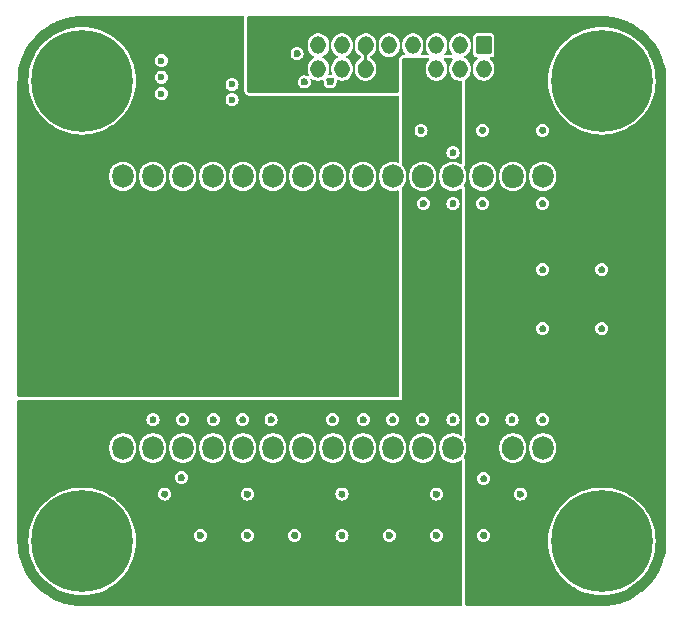
<source format=gbr>
%TF.GenerationSoftware,KiCad,Pcbnew,8.0.4*%
%TF.CreationDate,2024-08-09T00:15:22+02:00*%
%TF.ProjectId,ELE0124CL_control,454c4530-3132-4344-934c-5f636f6e7472,rev?*%
%TF.SameCoordinates,Original*%
%TF.FileFunction,Copper,L3,Inr*%
%TF.FilePolarity,Positive*%
%FSLAX46Y46*%
G04 Gerber Fmt 4.6, Leading zero omitted, Abs format (unit mm)*
G04 Created by KiCad (PCBNEW 8.0.4) date 2024-08-09 00:15:22*
%MOMM*%
%LPD*%
G01*
G04 APERTURE LIST*
G04 Aperture macros list*
%AMRoundRect*
0 Rectangle with rounded corners*
0 $1 Rounding radius*
0 $2 $3 $4 $5 $6 $7 $8 $9 X,Y pos of 4 corners*
0 Add a 4 corners polygon primitive as box body*
4,1,4,$2,$3,$4,$5,$6,$7,$8,$9,$2,$3,0*
0 Add four circle primitives for the rounded corners*
1,1,$1+$1,$2,$3*
1,1,$1+$1,$4,$5*
1,1,$1+$1,$6,$7*
1,1,$1+$1,$8,$9*
0 Add four rect primitives between the rounded corners*
20,1,$1+$1,$2,$3,$4,$5,0*
20,1,$1+$1,$4,$5,$6,$7,0*
20,1,$1+$1,$6,$7,$8,$9,0*
20,1,$1+$1,$8,$9,$2,$3,0*%
G04 Aperture macros list end*
%TA.AperFunction,ComponentPad*%
%ADD10C,1.200000*%
%TD*%
%TA.AperFunction,ComponentPad*%
%ADD11C,8.600000*%
%TD*%
%TA.AperFunction,ComponentPad*%
%ADD12RoundRect,0.043333X-0.606667X0.706667X-0.606667X-0.706667X0.606667X-0.706667X0.606667X0.706667X0*%
%TD*%
%TA.AperFunction,ComponentPad*%
%ADD13O,1.300000X1.500000*%
%TD*%
%TA.AperFunction,ComponentPad*%
%ADD14RoundRect,0.052941X0.847059X-0.947059X0.847059X0.947059X-0.847059X0.947059X-0.847059X-0.947059X0*%
%TD*%
%TA.AperFunction,ComponentPad*%
%ADD15O,1.800000X2.000000*%
%TD*%
%TA.AperFunction,ViaPad*%
%ADD16C,0.600000*%
%TD*%
%TA.AperFunction,Conductor*%
%ADD17C,0.200000*%
%TD*%
G04 APERTURE END LIST*
D10*
%TO.N,N/C*%
%TO.C,REF\u002A\u002A*%
X149775000Y-93000000D03*
X150719581Y-90719581D03*
X150719581Y-95280419D03*
X153000000Y-89775000D03*
D11*
X153000000Y-93000000D03*
D10*
X153000000Y-96225000D03*
X155280419Y-90719581D03*
X155280419Y-95280419D03*
X156225000Y-93000000D03*
%TD*%
%TO.N,N/C*%
%TO.C,REF\u002A\u002A*%
X149775000Y-54000000D03*
X150719581Y-51719581D03*
X150719581Y-56280419D03*
X153000000Y-50775000D03*
D11*
X153000000Y-54000000D03*
D10*
X153000000Y-57225000D03*
X155280419Y-51719581D03*
X155280419Y-56280419D03*
X156225000Y-54000000D03*
%TD*%
%TO.N,N/C*%
%TO.C,REF\u002A\u002A*%
X105775000Y-93000000D03*
X106719581Y-90719581D03*
X106719581Y-95280419D03*
X109000000Y-89775000D03*
D11*
X109000000Y-93000000D03*
D10*
X109000000Y-96225000D03*
X111280419Y-90719581D03*
X111280419Y-95280419D03*
X112225000Y-93000000D03*
%TD*%
%TO.N,N/C*%
%TO.C,REF\u002A\u002A*%
X105775000Y-54000000D03*
X106719581Y-51719581D03*
X106719581Y-56280419D03*
X109000000Y-50775000D03*
D11*
X109000000Y-54000000D03*
D10*
X109000000Y-57225000D03*
X111280419Y-51719581D03*
X111280419Y-56280419D03*
X112225000Y-54000000D03*
%TD*%
D12*
%TO.N,/ADC_3*%
%TO.C,J2*%
X143000000Y-51000000D03*
D13*
%TO.N,/ADC_2*%
X143000000Y-53000000D03*
%TO.N,/ADC_1*%
X141000000Y-51000000D03*
%TO.N,/ADC_0*%
X141000000Y-53000000D03*
%TO.N,/ADC_6*%
X139000000Y-51000000D03*
%TO.N,/ADC_5*%
X139000000Y-53000000D03*
%TO.N,/ADC_4*%
X137000000Y-51000000D03*
%TO.N,+3V3*%
X137000000Y-53000000D03*
%TO.N,/RESET*%
X135000000Y-51000000D03*
%TO.N,+5V*%
X135000000Y-53000000D03*
%TO.N,GND*%
X133000000Y-51000000D03*
X133000000Y-53000000D03*
%TO.N,/PWM_H2*%
X131000000Y-51000000D03*
%TO.N,/PWM_L2*%
X131000000Y-53000000D03*
%TO.N,/PWM_L1*%
X129000000Y-51000000D03*
%TO.N,/PWM_H1*%
X129000000Y-53000000D03*
%TD*%
D14*
%TO.N,+3V3*%
%TO.C,J1*%
X109900000Y-85100000D03*
D15*
%TO.N,/RESET_IN*%
X112440000Y-85100000D03*
%TO.N,/ADC_IN_4*%
X114980000Y-85100000D03*
%TO.N,/ADC_IN_5*%
X117520000Y-85100000D03*
%TO.N,/ADC_IN_6*%
X120060000Y-85100000D03*
%TO.N,unconnected-(J1-Pin_6-Pad6)*%
X122600000Y-85100000D03*
%TO.N,/ADC_IN_0*%
X125140000Y-85100000D03*
%TO.N,/ADC_IN_1*%
X127680000Y-85100000D03*
%TO.N,unconnected-(J1-Pin_9-Pad9)*%
X130220000Y-85100000D03*
%TO.N,unconnected-(J1-Pin_10-Pad10)*%
X132760000Y-85100000D03*
%TO.N,unconnected-(J1-Pin_11-Pad11)*%
X135300000Y-85100000D03*
%TO.N,/ADC_IN_2*%
X137840000Y-85100000D03*
%TO.N,/ADC_IN_3*%
X140380000Y-85100000D03*
%TO.N,+5V*%
X142920000Y-85100000D03*
%TO.N,GND*%
X145460000Y-85100000D03*
%TO.N,unconnected-(J1-Pin_16-Pad16)*%
X148000000Y-85100000D03*
%TD*%
D14*
%TO.N,GND*%
%TO.C,J3*%
X109900000Y-62100000D03*
D15*
%TO.N,unconnected-(J3-Pin_2-Pad2)*%
X112440000Y-62100000D03*
%TO.N,unconnected-(J3-Pin_3-Pad3)*%
X114980000Y-62100000D03*
%TO.N,unconnected-(J3-Pin_4-Pad4)*%
X117520000Y-62100000D03*
%TO.N,unconnected-(J3-Pin_5-Pad5)*%
X120060000Y-62100000D03*
%TO.N,unconnected-(J3-Pin_6-Pad6)*%
X122600000Y-62100000D03*
%TO.N,/PWM_IN_L2*%
X125140000Y-62100000D03*
%TO.N,/PWM_IN_H1*%
X127680000Y-62100000D03*
%TO.N,/PWM_IN_L1*%
X130220000Y-62100000D03*
%TO.N,/PWM_IN_H2*%
X132760000Y-62100000D03*
%TO.N,unconnected-(J3-Pin_11-Pad11)*%
X135300000Y-62100000D03*
%TO.N,GND*%
X137840000Y-62100000D03*
%TO.N,unconnected-(J3-Pin_13-Pad13)*%
X140380000Y-62100000D03*
%TO.N,unconnected-(J3-Pin_14-Pad14)*%
X142920000Y-62100000D03*
%TO.N,GND*%
X145460000Y-62100000D03*
%TO.N,unconnected-(J3-Pin_16-Pad16)*%
X148000000Y-62100000D03*
%TD*%
D16*
%TO.N,GND*%
X121700000Y-52700000D03*
X130000000Y-54100000D03*
X127200000Y-51700000D03*
X115700000Y-56500000D03*
X148000000Y-70000000D03*
X122600000Y-82700000D03*
X132800000Y-64400000D03*
X142900000Y-82700000D03*
X117500000Y-82700000D03*
X145400000Y-82700000D03*
X135300000Y-82700000D03*
X125000000Y-82700000D03*
X139000000Y-89000000D03*
X117400000Y-87600000D03*
X115700000Y-50900000D03*
X148000000Y-82700000D03*
X137900000Y-64400000D03*
X116000000Y-89000000D03*
X137800000Y-82700000D03*
X148000000Y-75000000D03*
X119000000Y-92500000D03*
X110000000Y-75000000D03*
X123000000Y-92500000D03*
X130200000Y-82700000D03*
X130200000Y-64400000D03*
X131000000Y-89000000D03*
X148000000Y-64400000D03*
X143000000Y-87700000D03*
X123000000Y-89000000D03*
X140400000Y-64400000D03*
X135300000Y-64400000D03*
X142900000Y-58200000D03*
X146100000Y-89000000D03*
X153000000Y-70000000D03*
X127000000Y-92500000D03*
X137700000Y-58200000D03*
X132800000Y-82700000D03*
X135000000Y-92500000D03*
X115000000Y-70000000D03*
X121700000Y-49100000D03*
X120100000Y-82700000D03*
X140400000Y-60100000D03*
X143000000Y-92500000D03*
X148000000Y-58200000D03*
X110000000Y-70000000D03*
X120000000Y-70000000D03*
X115000000Y-75000000D03*
X153000000Y-75000000D03*
X142900000Y-64400000D03*
X127800000Y-54100000D03*
X131000000Y-92500000D03*
X139000000Y-92500000D03*
X115000000Y-82700000D03*
X135100000Y-58200000D03*
X140400000Y-82700000D03*
%TO.N,+5V*%
X124500000Y-50300000D03*
%TO.N,/PWM_IN_H2*%
X121700000Y-55600000D03*
%TO.N,/PWM_IN_L2*%
X115700000Y-55100000D03*
%TO.N,/PWM_IN_L1*%
X115700000Y-52300000D03*
%TO.N,/PWM_IN_H1*%
X115700000Y-53700000D03*
%TO.N,/RESET_IN*%
X121700000Y-54300000D03*
%TD*%
D17*
%TO.N,GND*%
X133000000Y-53000000D02*
X133000000Y-51000000D01*
%TD*%
%TA.AperFunction,Conductor*%
%TO.N,GND*%
G36*
X119055658Y-92209781D02*
G01*
X119064086Y-92210891D01*
X119089049Y-92217580D01*
X119136730Y-92237330D01*
X119159112Y-92250252D01*
X119200053Y-92281667D01*
X119218327Y-92299940D01*
X119249744Y-92340882D01*
X119262667Y-92363266D01*
X119282418Y-92410950D01*
X119289107Y-92435913D01*
X119295843Y-92487077D01*
X119295843Y-92512921D01*
X119289107Y-92564085D01*
X119282418Y-92589048D01*
X119262667Y-92636732D01*
X119249745Y-92659114D01*
X119218330Y-92700055D01*
X119200055Y-92718330D01*
X119159114Y-92749745D01*
X119136732Y-92762667D01*
X119089048Y-92782418D01*
X119064085Y-92789107D01*
X119012921Y-92795843D01*
X118987077Y-92795843D01*
X118935913Y-92789107D01*
X118910950Y-92782418D01*
X118863266Y-92762667D01*
X118840884Y-92749745D01*
X118799943Y-92718330D01*
X118781671Y-92700059D01*
X118750251Y-92659112D01*
X118737329Y-92636730D01*
X118717577Y-92589041D01*
X118710891Y-92564085D01*
X118704155Y-92512919D01*
X118704155Y-92487076D01*
X118710891Y-92435911D01*
X118717580Y-92410948D01*
X118737329Y-92363269D01*
X118750251Y-92340887D01*
X118758281Y-92330421D01*
X118781671Y-92299939D01*
X118799939Y-92281671D01*
X118830421Y-92258281D01*
X118840887Y-92250251D01*
X118863260Y-92237332D01*
X118910957Y-92217576D01*
X118935911Y-92210891D01*
X118987078Y-92204155D01*
X119012920Y-92204155D01*
X119055658Y-92209781D01*
G37*
%TD.AperFunction*%
%TA.AperFunction,Conductor*%
G36*
X123055658Y-92209781D02*
G01*
X123064086Y-92210891D01*
X123089049Y-92217580D01*
X123136730Y-92237330D01*
X123159112Y-92250252D01*
X123200053Y-92281667D01*
X123218327Y-92299940D01*
X123249744Y-92340882D01*
X123262667Y-92363266D01*
X123282418Y-92410950D01*
X123289107Y-92435913D01*
X123295843Y-92487077D01*
X123295843Y-92512921D01*
X123289107Y-92564085D01*
X123282418Y-92589048D01*
X123262667Y-92636732D01*
X123249745Y-92659114D01*
X123218330Y-92700055D01*
X123200055Y-92718330D01*
X123159114Y-92749745D01*
X123136732Y-92762667D01*
X123089048Y-92782418D01*
X123064085Y-92789107D01*
X123012921Y-92795843D01*
X122987077Y-92795843D01*
X122935913Y-92789107D01*
X122910950Y-92782418D01*
X122863266Y-92762667D01*
X122840884Y-92749745D01*
X122799943Y-92718330D01*
X122781671Y-92700059D01*
X122750251Y-92659112D01*
X122737329Y-92636730D01*
X122717577Y-92589041D01*
X122710891Y-92564085D01*
X122704155Y-92512919D01*
X122704155Y-92487076D01*
X122710891Y-92435911D01*
X122717580Y-92410948D01*
X122737329Y-92363269D01*
X122750251Y-92340887D01*
X122758281Y-92330421D01*
X122781671Y-92299939D01*
X122799939Y-92281671D01*
X122830421Y-92258281D01*
X122840887Y-92250251D01*
X122863260Y-92237332D01*
X122910957Y-92217576D01*
X122935911Y-92210891D01*
X122987078Y-92204155D01*
X123012920Y-92204155D01*
X123055658Y-92209781D01*
G37*
%TD.AperFunction*%
%TA.AperFunction,Conductor*%
G36*
X127055658Y-92209781D02*
G01*
X127064086Y-92210891D01*
X127089049Y-92217580D01*
X127136730Y-92237330D01*
X127159112Y-92250252D01*
X127200053Y-92281667D01*
X127218327Y-92299940D01*
X127249744Y-92340882D01*
X127262667Y-92363266D01*
X127282418Y-92410950D01*
X127289107Y-92435913D01*
X127295843Y-92487077D01*
X127295843Y-92512921D01*
X127289107Y-92564085D01*
X127282418Y-92589048D01*
X127262667Y-92636732D01*
X127249745Y-92659114D01*
X127218330Y-92700055D01*
X127200055Y-92718330D01*
X127159114Y-92749745D01*
X127136732Y-92762667D01*
X127089048Y-92782418D01*
X127064085Y-92789107D01*
X127012921Y-92795843D01*
X126987077Y-92795843D01*
X126935913Y-92789107D01*
X126910950Y-92782418D01*
X126863266Y-92762667D01*
X126840884Y-92749745D01*
X126799943Y-92718330D01*
X126781671Y-92700059D01*
X126750251Y-92659112D01*
X126737329Y-92636730D01*
X126717577Y-92589041D01*
X126710891Y-92564085D01*
X126704155Y-92512919D01*
X126704155Y-92487076D01*
X126710891Y-92435911D01*
X126717580Y-92410948D01*
X126737329Y-92363269D01*
X126750251Y-92340887D01*
X126758281Y-92330421D01*
X126781671Y-92299939D01*
X126799939Y-92281671D01*
X126830421Y-92258281D01*
X126840887Y-92250251D01*
X126863260Y-92237332D01*
X126910957Y-92217576D01*
X126935911Y-92210891D01*
X126987078Y-92204155D01*
X127012920Y-92204155D01*
X127055658Y-92209781D01*
G37*
%TD.AperFunction*%
%TA.AperFunction,Conductor*%
G36*
X131055658Y-92209781D02*
G01*
X131064086Y-92210891D01*
X131089049Y-92217580D01*
X131136730Y-92237330D01*
X131159112Y-92250252D01*
X131200053Y-92281667D01*
X131218327Y-92299940D01*
X131249744Y-92340882D01*
X131262667Y-92363266D01*
X131282418Y-92410950D01*
X131289107Y-92435913D01*
X131295843Y-92487077D01*
X131295843Y-92512921D01*
X131289107Y-92564085D01*
X131282418Y-92589048D01*
X131262667Y-92636732D01*
X131249745Y-92659114D01*
X131218330Y-92700055D01*
X131200055Y-92718330D01*
X131159114Y-92749745D01*
X131136732Y-92762667D01*
X131089048Y-92782418D01*
X131064085Y-92789107D01*
X131012921Y-92795843D01*
X130987077Y-92795843D01*
X130935913Y-92789107D01*
X130910950Y-92782418D01*
X130863266Y-92762667D01*
X130840884Y-92749745D01*
X130799943Y-92718330D01*
X130781671Y-92700059D01*
X130750251Y-92659112D01*
X130737329Y-92636730D01*
X130717577Y-92589041D01*
X130710891Y-92564085D01*
X130704155Y-92512919D01*
X130704155Y-92487076D01*
X130710891Y-92435911D01*
X130717580Y-92410948D01*
X130737329Y-92363269D01*
X130750251Y-92340887D01*
X130758281Y-92330421D01*
X130781671Y-92299939D01*
X130799939Y-92281671D01*
X130830421Y-92258281D01*
X130840887Y-92250251D01*
X130863260Y-92237332D01*
X130910957Y-92217576D01*
X130935911Y-92210891D01*
X130987078Y-92204155D01*
X131012920Y-92204155D01*
X131055658Y-92209781D01*
G37*
%TD.AperFunction*%
%TA.AperFunction,Conductor*%
G36*
X135055658Y-92209781D02*
G01*
X135064086Y-92210891D01*
X135089049Y-92217580D01*
X135136730Y-92237330D01*
X135159112Y-92250252D01*
X135200053Y-92281667D01*
X135218327Y-92299940D01*
X135249744Y-92340882D01*
X135262667Y-92363266D01*
X135282418Y-92410950D01*
X135289107Y-92435913D01*
X135295843Y-92487077D01*
X135295843Y-92512921D01*
X135289107Y-92564085D01*
X135282418Y-92589048D01*
X135262667Y-92636732D01*
X135249745Y-92659114D01*
X135218330Y-92700055D01*
X135200055Y-92718330D01*
X135159114Y-92749745D01*
X135136732Y-92762667D01*
X135089048Y-92782418D01*
X135064085Y-92789107D01*
X135012921Y-92795843D01*
X134987077Y-92795843D01*
X134935913Y-92789107D01*
X134910950Y-92782418D01*
X134863266Y-92762667D01*
X134840884Y-92749745D01*
X134799943Y-92718330D01*
X134781671Y-92700059D01*
X134750251Y-92659112D01*
X134737329Y-92636730D01*
X134717577Y-92589041D01*
X134710891Y-92564085D01*
X134704155Y-92512919D01*
X134704155Y-92487076D01*
X134710891Y-92435911D01*
X134717580Y-92410948D01*
X134737329Y-92363269D01*
X134750251Y-92340887D01*
X134758281Y-92330421D01*
X134781671Y-92299939D01*
X134799939Y-92281671D01*
X134830421Y-92258281D01*
X134840887Y-92250251D01*
X134863260Y-92237332D01*
X134910957Y-92217576D01*
X134935911Y-92210891D01*
X134987078Y-92204155D01*
X135012920Y-92204155D01*
X135055658Y-92209781D01*
G37*
%TD.AperFunction*%
%TA.AperFunction,Conductor*%
G36*
X139055658Y-92209781D02*
G01*
X139064086Y-92210891D01*
X139089049Y-92217580D01*
X139136730Y-92237330D01*
X139159112Y-92250252D01*
X139200053Y-92281667D01*
X139218327Y-92299940D01*
X139249744Y-92340882D01*
X139262667Y-92363266D01*
X139282418Y-92410950D01*
X139289107Y-92435913D01*
X139295843Y-92487077D01*
X139295843Y-92512921D01*
X139289107Y-92564085D01*
X139282418Y-92589048D01*
X139262667Y-92636732D01*
X139249745Y-92659114D01*
X139218330Y-92700055D01*
X139200055Y-92718330D01*
X139159114Y-92749745D01*
X139136732Y-92762667D01*
X139089048Y-92782418D01*
X139064085Y-92789107D01*
X139012921Y-92795843D01*
X138987077Y-92795843D01*
X138935913Y-92789107D01*
X138910950Y-92782418D01*
X138863266Y-92762667D01*
X138840884Y-92749745D01*
X138799943Y-92718330D01*
X138781671Y-92700059D01*
X138750251Y-92659112D01*
X138737329Y-92636730D01*
X138717577Y-92589041D01*
X138710891Y-92564085D01*
X138704155Y-92512919D01*
X138704155Y-92487076D01*
X138710891Y-92435911D01*
X138717580Y-92410948D01*
X138737329Y-92363269D01*
X138750251Y-92340887D01*
X138758281Y-92330421D01*
X138781671Y-92299939D01*
X138799939Y-92281671D01*
X138830421Y-92258281D01*
X138840887Y-92250251D01*
X138863260Y-92237332D01*
X138910957Y-92217576D01*
X138935911Y-92210891D01*
X138987078Y-92204155D01*
X139012920Y-92204155D01*
X139055658Y-92209781D01*
G37*
%TD.AperFunction*%
%TA.AperFunction,Conductor*%
G36*
X143055658Y-92209781D02*
G01*
X143064086Y-92210891D01*
X143089049Y-92217580D01*
X143136730Y-92237330D01*
X143159112Y-92250252D01*
X143200053Y-92281667D01*
X143218327Y-92299940D01*
X143249744Y-92340882D01*
X143262667Y-92363266D01*
X143282418Y-92410950D01*
X143289107Y-92435913D01*
X143295843Y-92487077D01*
X143295843Y-92512921D01*
X143289107Y-92564085D01*
X143282418Y-92589048D01*
X143262667Y-92636732D01*
X143249745Y-92659114D01*
X143218330Y-92700055D01*
X143200055Y-92718331D01*
X143159112Y-92749747D01*
X143136761Y-92762655D01*
X143133693Y-92763927D01*
X143133660Y-92763941D01*
X143089047Y-92782419D01*
X143064086Y-92789107D01*
X143012921Y-92795843D01*
X142987077Y-92795843D01*
X142935913Y-92789107D01*
X142910950Y-92782418D01*
X142863266Y-92762667D01*
X142840884Y-92749745D01*
X142799943Y-92718330D01*
X142781671Y-92700059D01*
X142750251Y-92659112D01*
X142737329Y-92636730D01*
X142717577Y-92589041D01*
X142710891Y-92564085D01*
X142704155Y-92512919D01*
X142704155Y-92487076D01*
X142710891Y-92435911D01*
X142717580Y-92410948D01*
X142737329Y-92363269D01*
X142750251Y-92340887D01*
X142758281Y-92330421D01*
X142781671Y-92299939D01*
X142799939Y-92281671D01*
X142830421Y-92258281D01*
X142840887Y-92250251D01*
X142863260Y-92237332D01*
X142910957Y-92217576D01*
X142935911Y-92210891D01*
X142987078Y-92204155D01*
X143012920Y-92204155D01*
X143055658Y-92209781D01*
G37*
%TD.AperFunction*%
%TA.AperFunction,Conductor*%
G36*
X116055658Y-88709781D02*
G01*
X116064086Y-88710891D01*
X116089049Y-88717580D01*
X116136730Y-88737330D01*
X116159112Y-88750252D01*
X116200053Y-88781667D01*
X116218327Y-88799940D01*
X116249744Y-88840882D01*
X116262667Y-88863266D01*
X116282418Y-88910950D01*
X116289107Y-88935913D01*
X116295843Y-88987077D01*
X116295843Y-89012921D01*
X116289107Y-89064085D01*
X116282418Y-89089048D01*
X116262667Y-89136732D01*
X116249745Y-89159114D01*
X116218330Y-89200055D01*
X116200055Y-89218330D01*
X116159114Y-89249745D01*
X116136732Y-89262667D01*
X116089048Y-89282418D01*
X116064085Y-89289107D01*
X116012921Y-89295843D01*
X115987077Y-89295843D01*
X115935913Y-89289107D01*
X115910950Y-89282418D01*
X115863266Y-89262667D01*
X115840884Y-89249745D01*
X115799943Y-89218330D01*
X115781671Y-89200059D01*
X115750251Y-89159112D01*
X115737329Y-89136730D01*
X115717577Y-89089041D01*
X115710891Y-89064085D01*
X115704155Y-89012919D01*
X115704155Y-88987076D01*
X115710891Y-88935911D01*
X115717580Y-88910948D01*
X115737329Y-88863269D01*
X115750251Y-88840887D01*
X115758281Y-88830421D01*
X115781671Y-88799939D01*
X115799939Y-88781671D01*
X115830421Y-88758281D01*
X115840887Y-88750251D01*
X115863260Y-88737332D01*
X115910957Y-88717576D01*
X115935911Y-88710891D01*
X115987078Y-88704155D01*
X116012920Y-88704155D01*
X116055658Y-88709781D01*
G37*
%TD.AperFunction*%
%TA.AperFunction,Conductor*%
G36*
X123055658Y-88709781D02*
G01*
X123064086Y-88710891D01*
X123089049Y-88717580D01*
X123136730Y-88737330D01*
X123159112Y-88750252D01*
X123200053Y-88781667D01*
X123218327Y-88799940D01*
X123249744Y-88840882D01*
X123262667Y-88863266D01*
X123282418Y-88910950D01*
X123289107Y-88935913D01*
X123295843Y-88987077D01*
X123295843Y-89012921D01*
X123289107Y-89064085D01*
X123282418Y-89089048D01*
X123262667Y-89136732D01*
X123249745Y-89159114D01*
X123218330Y-89200055D01*
X123200055Y-89218330D01*
X123159114Y-89249745D01*
X123136732Y-89262667D01*
X123089048Y-89282418D01*
X123064085Y-89289107D01*
X123012921Y-89295843D01*
X122987077Y-89295843D01*
X122935913Y-89289107D01*
X122910950Y-89282418D01*
X122863266Y-89262667D01*
X122840884Y-89249745D01*
X122799943Y-89218330D01*
X122781671Y-89200059D01*
X122750251Y-89159112D01*
X122737329Y-89136730D01*
X122717577Y-89089041D01*
X122710891Y-89064085D01*
X122704155Y-89012919D01*
X122704155Y-88987076D01*
X122710891Y-88935911D01*
X122717580Y-88910948D01*
X122737329Y-88863269D01*
X122750251Y-88840887D01*
X122758281Y-88830421D01*
X122781671Y-88799939D01*
X122799939Y-88781671D01*
X122830421Y-88758281D01*
X122840887Y-88750251D01*
X122863260Y-88737332D01*
X122910957Y-88717576D01*
X122935911Y-88710891D01*
X122987078Y-88704155D01*
X123012920Y-88704155D01*
X123055658Y-88709781D01*
G37*
%TD.AperFunction*%
%TA.AperFunction,Conductor*%
G36*
X131055658Y-88709781D02*
G01*
X131064086Y-88710891D01*
X131089049Y-88717580D01*
X131136730Y-88737330D01*
X131159112Y-88750252D01*
X131200053Y-88781667D01*
X131218327Y-88799940D01*
X131249744Y-88840882D01*
X131262667Y-88863266D01*
X131282418Y-88910950D01*
X131289107Y-88935913D01*
X131295843Y-88987077D01*
X131295843Y-89012921D01*
X131289107Y-89064085D01*
X131282418Y-89089048D01*
X131262667Y-89136732D01*
X131249745Y-89159114D01*
X131218330Y-89200055D01*
X131200055Y-89218330D01*
X131159114Y-89249745D01*
X131136732Y-89262667D01*
X131089048Y-89282418D01*
X131064085Y-89289107D01*
X131012921Y-89295843D01*
X130987077Y-89295843D01*
X130935913Y-89289107D01*
X130910950Y-89282418D01*
X130863266Y-89262667D01*
X130840884Y-89249745D01*
X130799943Y-89218330D01*
X130781671Y-89200059D01*
X130750251Y-89159112D01*
X130737329Y-89136730D01*
X130717577Y-89089041D01*
X130710891Y-89064085D01*
X130704155Y-89012919D01*
X130704155Y-88987076D01*
X130710891Y-88935911D01*
X130717580Y-88910948D01*
X130737329Y-88863269D01*
X130750251Y-88840887D01*
X130758281Y-88830421D01*
X130781671Y-88799939D01*
X130799939Y-88781671D01*
X130830421Y-88758281D01*
X130840887Y-88750251D01*
X130863260Y-88737332D01*
X130910957Y-88717576D01*
X130935911Y-88710891D01*
X130987078Y-88704155D01*
X131012920Y-88704155D01*
X131055658Y-88709781D01*
G37*
%TD.AperFunction*%
%TA.AperFunction,Conductor*%
G36*
X139055658Y-88709781D02*
G01*
X139064086Y-88710891D01*
X139089049Y-88717580D01*
X139136730Y-88737330D01*
X139159112Y-88750252D01*
X139200053Y-88781667D01*
X139218327Y-88799940D01*
X139249744Y-88840882D01*
X139262667Y-88863266D01*
X139282418Y-88910950D01*
X139289107Y-88935913D01*
X139295843Y-88987077D01*
X139295843Y-89012921D01*
X139289107Y-89064085D01*
X139282418Y-89089048D01*
X139262667Y-89136732D01*
X139249745Y-89159114D01*
X139218330Y-89200055D01*
X139200055Y-89218330D01*
X139159114Y-89249745D01*
X139136732Y-89262667D01*
X139089048Y-89282418D01*
X139064085Y-89289107D01*
X139012921Y-89295843D01*
X138987077Y-89295843D01*
X138935913Y-89289107D01*
X138910950Y-89282418D01*
X138863266Y-89262667D01*
X138840884Y-89249745D01*
X138799943Y-89218330D01*
X138781671Y-89200059D01*
X138750251Y-89159112D01*
X138737329Y-89136730D01*
X138717577Y-89089041D01*
X138710891Y-89064085D01*
X138704155Y-89012919D01*
X138704155Y-88987076D01*
X138710891Y-88935911D01*
X138717580Y-88910948D01*
X138737329Y-88863269D01*
X138750251Y-88840887D01*
X138758281Y-88830421D01*
X138781671Y-88799939D01*
X138799939Y-88781671D01*
X138830421Y-88758281D01*
X138840887Y-88750251D01*
X138863260Y-88737332D01*
X138910957Y-88717576D01*
X138935911Y-88710891D01*
X138987078Y-88704155D01*
X139012920Y-88704155D01*
X139055658Y-88709781D01*
G37*
%TD.AperFunction*%
%TA.AperFunction,Conductor*%
G36*
X146155658Y-88709781D02*
G01*
X146164086Y-88710891D01*
X146189049Y-88717580D01*
X146236730Y-88737330D01*
X146259112Y-88750252D01*
X146300053Y-88781667D01*
X146318327Y-88799940D01*
X146349744Y-88840882D01*
X146362667Y-88863266D01*
X146382418Y-88910950D01*
X146389107Y-88935913D01*
X146395843Y-88987077D01*
X146395843Y-89012921D01*
X146389107Y-89064085D01*
X146382418Y-89089048D01*
X146362667Y-89136732D01*
X146349745Y-89159114D01*
X146318330Y-89200055D01*
X146300055Y-89218330D01*
X146259114Y-89249745D01*
X146236732Y-89262667D01*
X146189048Y-89282418D01*
X146164085Y-89289107D01*
X146112921Y-89295843D01*
X146087077Y-89295843D01*
X146035913Y-89289107D01*
X146010950Y-89282418D01*
X145963266Y-89262667D01*
X145940884Y-89249745D01*
X145899943Y-89218330D01*
X145881671Y-89200059D01*
X145850251Y-89159112D01*
X145837329Y-89136730D01*
X145817577Y-89089041D01*
X145810891Y-89064085D01*
X145804155Y-89012919D01*
X145804155Y-88987076D01*
X145810891Y-88935911D01*
X145817580Y-88910948D01*
X145837329Y-88863269D01*
X145850251Y-88840887D01*
X145858281Y-88830421D01*
X145881671Y-88799939D01*
X145899939Y-88781671D01*
X145930421Y-88758281D01*
X145940887Y-88750251D01*
X145963260Y-88737332D01*
X146010957Y-88717576D01*
X146035911Y-88710891D01*
X146087078Y-88704155D01*
X146112920Y-88704155D01*
X146155658Y-88709781D01*
G37*
%TD.AperFunction*%
%TA.AperFunction,Conductor*%
G36*
X143055658Y-87409781D02*
G01*
X143064086Y-87410891D01*
X143089049Y-87417580D01*
X143136730Y-87437330D01*
X143159112Y-87450252D01*
X143200053Y-87481667D01*
X143218327Y-87499940D01*
X143249744Y-87540882D01*
X143262667Y-87563266D01*
X143282418Y-87610950D01*
X143289107Y-87635913D01*
X143295843Y-87687077D01*
X143295843Y-87712921D01*
X143289107Y-87764085D01*
X143282418Y-87789048D01*
X143262667Y-87836732D01*
X143249745Y-87859114D01*
X143218330Y-87900055D01*
X143200055Y-87918330D01*
X143159114Y-87949745D01*
X143136732Y-87962667D01*
X143089048Y-87982418D01*
X143064085Y-87989107D01*
X143012921Y-87995843D01*
X142987077Y-87995843D01*
X142935913Y-87989107D01*
X142910950Y-87982418D01*
X142863266Y-87962667D01*
X142840884Y-87949745D01*
X142799943Y-87918330D01*
X142781671Y-87900059D01*
X142750251Y-87859112D01*
X142737329Y-87836730D01*
X142722139Y-87800056D01*
X142717577Y-87789041D01*
X142710891Y-87764085D01*
X142704155Y-87712919D01*
X142704155Y-87687076D01*
X142705481Y-87677009D01*
X142710891Y-87635910D01*
X142717580Y-87610948D01*
X142737329Y-87563269D01*
X142750251Y-87540887D01*
X142763984Y-87522990D01*
X142781671Y-87499939D01*
X142799939Y-87481671D01*
X142830421Y-87458281D01*
X142840887Y-87450251D01*
X142863260Y-87437332D01*
X142910957Y-87417576D01*
X142935911Y-87410891D01*
X142987078Y-87404155D01*
X143012920Y-87404155D01*
X143055658Y-87409781D01*
G37*
%TD.AperFunction*%
%TA.AperFunction,Conductor*%
G36*
X117455658Y-87309781D02*
G01*
X117464086Y-87310891D01*
X117489049Y-87317580D01*
X117536730Y-87337330D01*
X117559112Y-87350252D01*
X117600053Y-87381667D01*
X117618327Y-87399940D01*
X117649744Y-87440882D01*
X117662667Y-87463266D01*
X117682418Y-87510950D01*
X117689107Y-87535913D01*
X117695843Y-87587077D01*
X117695843Y-87612921D01*
X117689107Y-87664085D01*
X117682418Y-87689048D01*
X117662667Y-87736732D01*
X117649745Y-87759114D01*
X117618330Y-87800055D01*
X117600055Y-87818330D01*
X117559114Y-87849745D01*
X117536732Y-87862667D01*
X117489048Y-87882418D01*
X117464085Y-87889107D01*
X117412921Y-87895843D01*
X117387077Y-87895843D01*
X117335913Y-87889107D01*
X117310950Y-87882418D01*
X117263266Y-87862667D01*
X117240884Y-87849745D01*
X117199943Y-87818330D01*
X117181671Y-87800059D01*
X117150251Y-87759112D01*
X117137329Y-87736730D01*
X117117577Y-87689041D01*
X117110891Y-87664085D01*
X117104155Y-87612919D01*
X117104155Y-87587076D01*
X117110891Y-87535911D01*
X117117580Y-87510948D01*
X117122139Y-87499943D01*
X117137331Y-87463266D01*
X117150251Y-87440887D01*
X117168136Y-87417579D01*
X117181671Y-87399939D01*
X117199939Y-87381671D01*
X117230421Y-87358281D01*
X117240887Y-87350251D01*
X117263260Y-87337332D01*
X117310957Y-87317576D01*
X117335911Y-87310891D01*
X117387078Y-87304155D01*
X117412920Y-87304155D01*
X117455658Y-87309781D01*
G37*
%TD.AperFunction*%
%TA.AperFunction,Conductor*%
G36*
X145538139Y-84106218D02*
G01*
X145661886Y-84125817D01*
X145676977Y-84129440D01*
X145796152Y-84168161D01*
X145810498Y-84174104D01*
X145922137Y-84230988D01*
X145935381Y-84239104D01*
X146036746Y-84312749D01*
X146048560Y-84322838D01*
X146137162Y-84411440D01*
X146147251Y-84423254D01*
X146220892Y-84524614D01*
X146229008Y-84537858D01*
X146285891Y-84649494D01*
X146291837Y-84663848D01*
X146330554Y-84783009D01*
X146334180Y-84798113D01*
X146353781Y-84921859D01*
X146355000Y-84937347D01*
X146355000Y-85262649D01*
X146353781Y-85278137D01*
X146334181Y-85401882D01*
X146330555Y-85416986D01*
X146291837Y-85536150D01*
X146285891Y-85550504D01*
X146229008Y-85662140D01*
X146220892Y-85675384D01*
X146147251Y-85776744D01*
X146137162Y-85788558D01*
X146048558Y-85877162D01*
X146036744Y-85887251D01*
X145935384Y-85960892D01*
X145922140Y-85969008D01*
X145810503Y-86025891D01*
X145796150Y-86031837D01*
X145676991Y-86070554D01*
X145661885Y-86074180D01*
X145598082Y-86084285D01*
X145598034Y-86084293D01*
X145538135Y-86093781D01*
X145522647Y-86095000D01*
X145397352Y-86095000D01*
X145381864Y-86093781D01*
X145367802Y-86091553D01*
X145304258Y-86081488D01*
X145304258Y-86081487D01*
X145304252Y-86081487D01*
X145258115Y-86074180D01*
X145243008Y-86070554D01*
X145123846Y-86031836D01*
X145109493Y-86025890D01*
X144997858Y-85969008D01*
X144984614Y-85960892D01*
X144883254Y-85887251D01*
X144871440Y-85877162D01*
X144782836Y-85788558D01*
X144772747Y-85776744D01*
X144699106Y-85675384D01*
X144690990Y-85662140D01*
X144679779Y-85640138D01*
X144634103Y-85550496D01*
X144628164Y-85536158D01*
X144589440Y-85416974D01*
X144585817Y-85401883D01*
X144566219Y-85278137D01*
X144565000Y-85262652D01*
X144565000Y-84937344D01*
X144566219Y-84921858D01*
X144585818Y-84798108D01*
X144589439Y-84783023D01*
X144628163Y-84663840D01*
X144634104Y-84649500D01*
X144690988Y-84537860D01*
X144699099Y-84524621D01*
X144752811Y-84450696D01*
X144752813Y-84450694D01*
X144772753Y-84423247D01*
X144782833Y-84411443D01*
X144871446Y-84322830D01*
X144883252Y-84312749D01*
X144948947Y-84265020D01*
X144948948Y-84265020D01*
X144984622Y-84239099D01*
X144997864Y-84230986D01*
X145109500Y-84174104D01*
X145123840Y-84168163D01*
X145243023Y-84129439D01*
X145258107Y-84125818D01*
X145381860Y-84106218D01*
X145397346Y-84105000D01*
X145522654Y-84105000D01*
X145538139Y-84106218D01*
G37*
%TD.AperFunction*%
%TA.AperFunction,Conductor*%
G36*
X115055658Y-82409781D02*
G01*
X115064086Y-82410891D01*
X115089049Y-82417580D01*
X115136730Y-82437330D01*
X115159112Y-82450252D01*
X115200053Y-82481667D01*
X115218327Y-82499940D01*
X115249744Y-82540882D01*
X115262667Y-82563266D01*
X115282418Y-82610950D01*
X115289107Y-82635913D01*
X115295843Y-82687077D01*
X115295843Y-82712921D01*
X115289107Y-82764085D01*
X115282418Y-82789048D01*
X115262667Y-82836732D01*
X115249745Y-82859114D01*
X115218330Y-82900055D01*
X115200055Y-82918330D01*
X115159114Y-82949745D01*
X115136732Y-82962667D01*
X115089048Y-82982418D01*
X115064085Y-82989107D01*
X115012921Y-82995843D01*
X114987077Y-82995843D01*
X114935913Y-82989107D01*
X114910950Y-82982418D01*
X114863266Y-82962667D01*
X114840884Y-82949745D01*
X114799943Y-82918330D01*
X114781671Y-82900059D01*
X114750251Y-82859112D01*
X114737329Y-82836730D01*
X114717577Y-82789041D01*
X114710891Y-82764085D01*
X114704155Y-82712919D01*
X114704155Y-82687076D01*
X114710891Y-82635911D01*
X114717580Y-82610948D01*
X114737329Y-82563269D01*
X114750251Y-82540887D01*
X114758281Y-82530421D01*
X114781671Y-82499939D01*
X114799939Y-82481671D01*
X114830421Y-82458281D01*
X114840887Y-82450251D01*
X114863260Y-82437332D01*
X114910957Y-82417576D01*
X114935911Y-82410891D01*
X114987078Y-82404155D01*
X115012920Y-82404155D01*
X115055658Y-82409781D01*
G37*
%TD.AperFunction*%
%TA.AperFunction,Conductor*%
G36*
X117555658Y-82409781D02*
G01*
X117564086Y-82410891D01*
X117589049Y-82417580D01*
X117636730Y-82437330D01*
X117659112Y-82450252D01*
X117700053Y-82481667D01*
X117718327Y-82499940D01*
X117749744Y-82540882D01*
X117762667Y-82563266D01*
X117782418Y-82610950D01*
X117789107Y-82635913D01*
X117795843Y-82687077D01*
X117795843Y-82712921D01*
X117789107Y-82764085D01*
X117782418Y-82789048D01*
X117762667Y-82836732D01*
X117749745Y-82859114D01*
X117718330Y-82900055D01*
X117700055Y-82918330D01*
X117659114Y-82949745D01*
X117636732Y-82962667D01*
X117589048Y-82982418D01*
X117564085Y-82989107D01*
X117512921Y-82995843D01*
X117487077Y-82995843D01*
X117435913Y-82989107D01*
X117410950Y-82982418D01*
X117363266Y-82962667D01*
X117340884Y-82949745D01*
X117299943Y-82918330D01*
X117281671Y-82900059D01*
X117250251Y-82859112D01*
X117237329Y-82836730D01*
X117217577Y-82789041D01*
X117210891Y-82764085D01*
X117204155Y-82712919D01*
X117204155Y-82687076D01*
X117210891Y-82635911D01*
X117217580Y-82610948D01*
X117237329Y-82563269D01*
X117250251Y-82540887D01*
X117258281Y-82530421D01*
X117281671Y-82499939D01*
X117299939Y-82481671D01*
X117330421Y-82458281D01*
X117340887Y-82450251D01*
X117363260Y-82437332D01*
X117410957Y-82417576D01*
X117435911Y-82410891D01*
X117487078Y-82404155D01*
X117512920Y-82404155D01*
X117555658Y-82409781D01*
G37*
%TD.AperFunction*%
%TA.AperFunction,Conductor*%
G36*
X120155658Y-82409781D02*
G01*
X120164086Y-82410891D01*
X120189049Y-82417580D01*
X120236730Y-82437330D01*
X120259112Y-82450252D01*
X120300053Y-82481667D01*
X120318327Y-82499940D01*
X120349744Y-82540882D01*
X120362667Y-82563266D01*
X120382418Y-82610950D01*
X120389107Y-82635913D01*
X120395843Y-82687077D01*
X120395843Y-82712921D01*
X120389107Y-82764085D01*
X120382418Y-82789048D01*
X120362667Y-82836732D01*
X120349745Y-82859114D01*
X120318330Y-82900055D01*
X120300055Y-82918330D01*
X120259114Y-82949745D01*
X120236732Y-82962667D01*
X120189048Y-82982418D01*
X120164085Y-82989107D01*
X120112921Y-82995843D01*
X120087077Y-82995843D01*
X120035913Y-82989107D01*
X120010950Y-82982418D01*
X119963266Y-82962667D01*
X119940884Y-82949745D01*
X119899943Y-82918330D01*
X119881671Y-82900059D01*
X119850251Y-82859112D01*
X119837329Y-82836730D01*
X119817577Y-82789041D01*
X119810891Y-82764085D01*
X119804155Y-82712919D01*
X119804155Y-82687076D01*
X119810891Y-82635911D01*
X119817580Y-82610948D01*
X119837329Y-82563269D01*
X119850251Y-82540887D01*
X119858281Y-82530421D01*
X119881671Y-82499939D01*
X119899939Y-82481671D01*
X119930421Y-82458281D01*
X119940887Y-82450251D01*
X119963260Y-82437332D01*
X120010957Y-82417576D01*
X120035911Y-82410891D01*
X120087078Y-82404155D01*
X120112920Y-82404155D01*
X120155658Y-82409781D01*
G37*
%TD.AperFunction*%
%TA.AperFunction,Conductor*%
G36*
X122655658Y-82409781D02*
G01*
X122664086Y-82410891D01*
X122689049Y-82417580D01*
X122736730Y-82437330D01*
X122759112Y-82450252D01*
X122800053Y-82481667D01*
X122818327Y-82499940D01*
X122849744Y-82540882D01*
X122862667Y-82563266D01*
X122882418Y-82610950D01*
X122889107Y-82635913D01*
X122895843Y-82687077D01*
X122895843Y-82712921D01*
X122889107Y-82764085D01*
X122882418Y-82789048D01*
X122862667Y-82836732D01*
X122849745Y-82859114D01*
X122818330Y-82900055D01*
X122800055Y-82918330D01*
X122759114Y-82949745D01*
X122736732Y-82962667D01*
X122689048Y-82982418D01*
X122664085Y-82989107D01*
X122612921Y-82995843D01*
X122587077Y-82995843D01*
X122535913Y-82989107D01*
X122510950Y-82982418D01*
X122463266Y-82962667D01*
X122440884Y-82949745D01*
X122399943Y-82918330D01*
X122381671Y-82900059D01*
X122350251Y-82859112D01*
X122337329Y-82836730D01*
X122317577Y-82789041D01*
X122310891Y-82764085D01*
X122304155Y-82712919D01*
X122304155Y-82687076D01*
X122310891Y-82635911D01*
X122317580Y-82610948D01*
X122337329Y-82563269D01*
X122350251Y-82540887D01*
X122358281Y-82530421D01*
X122381671Y-82499939D01*
X122399939Y-82481671D01*
X122430421Y-82458281D01*
X122440887Y-82450251D01*
X122463260Y-82437332D01*
X122510957Y-82417576D01*
X122535911Y-82410891D01*
X122587078Y-82404155D01*
X122612920Y-82404155D01*
X122655658Y-82409781D01*
G37*
%TD.AperFunction*%
%TA.AperFunction,Conductor*%
G36*
X125055658Y-82409781D02*
G01*
X125064086Y-82410891D01*
X125089049Y-82417580D01*
X125136730Y-82437330D01*
X125159112Y-82450252D01*
X125200053Y-82481667D01*
X125218327Y-82499940D01*
X125249744Y-82540882D01*
X125262667Y-82563266D01*
X125282418Y-82610950D01*
X125289107Y-82635913D01*
X125295843Y-82687077D01*
X125295843Y-82712921D01*
X125289107Y-82764085D01*
X125282418Y-82789048D01*
X125262667Y-82836732D01*
X125249745Y-82859114D01*
X125218330Y-82900055D01*
X125200055Y-82918330D01*
X125159114Y-82949745D01*
X125136732Y-82962667D01*
X125089048Y-82982418D01*
X125064085Y-82989107D01*
X125012921Y-82995843D01*
X124987077Y-82995843D01*
X124935913Y-82989107D01*
X124910950Y-82982418D01*
X124863266Y-82962667D01*
X124840884Y-82949745D01*
X124799943Y-82918330D01*
X124781671Y-82900059D01*
X124750251Y-82859112D01*
X124737329Y-82836730D01*
X124717577Y-82789041D01*
X124710891Y-82764085D01*
X124704155Y-82712919D01*
X124704155Y-82687076D01*
X124710891Y-82635911D01*
X124717580Y-82610948D01*
X124737329Y-82563269D01*
X124750251Y-82540887D01*
X124758281Y-82530421D01*
X124781671Y-82499939D01*
X124799939Y-82481671D01*
X124830421Y-82458281D01*
X124840887Y-82450251D01*
X124863260Y-82437332D01*
X124910957Y-82417576D01*
X124935911Y-82410891D01*
X124987078Y-82404155D01*
X125012920Y-82404155D01*
X125055658Y-82409781D01*
G37*
%TD.AperFunction*%
%TA.AperFunction,Conductor*%
G36*
X130255658Y-82409781D02*
G01*
X130264086Y-82410891D01*
X130289049Y-82417580D01*
X130336730Y-82437330D01*
X130359112Y-82450252D01*
X130400053Y-82481667D01*
X130418327Y-82499940D01*
X130449744Y-82540882D01*
X130462667Y-82563266D01*
X130482418Y-82610950D01*
X130489107Y-82635913D01*
X130495843Y-82687077D01*
X130495843Y-82712921D01*
X130489107Y-82764085D01*
X130482418Y-82789048D01*
X130462667Y-82836732D01*
X130449745Y-82859114D01*
X130418330Y-82900055D01*
X130400055Y-82918330D01*
X130359114Y-82949745D01*
X130336732Y-82962667D01*
X130289048Y-82982418D01*
X130264085Y-82989107D01*
X130212921Y-82995843D01*
X130187077Y-82995843D01*
X130135913Y-82989107D01*
X130110950Y-82982418D01*
X130063266Y-82962667D01*
X130040884Y-82949745D01*
X129999943Y-82918330D01*
X129981671Y-82900059D01*
X129950251Y-82859112D01*
X129937329Y-82836730D01*
X129917577Y-82789041D01*
X129910891Y-82764085D01*
X129904155Y-82712919D01*
X129904155Y-82687076D01*
X129910891Y-82635911D01*
X129917580Y-82610948D01*
X129937329Y-82563269D01*
X129950251Y-82540887D01*
X129958281Y-82530421D01*
X129981671Y-82499939D01*
X129999939Y-82481671D01*
X130030421Y-82458281D01*
X130040887Y-82450251D01*
X130063260Y-82437332D01*
X130110957Y-82417576D01*
X130135911Y-82410891D01*
X130187078Y-82404155D01*
X130212920Y-82404155D01*
X130255658Y-82409781D01*
G37*
%TD.AperFunction*%
%TA.AperFunction,Conductor*%
G36*
X132855658Y-82409781D02*
G01*
X132864086Y-82410891D01*
X132889049Y-82417580D01*
X132936730Y-82437330D01*
X132959112Y-82450252D01*
X133000053Y-82481667D01*
X133018327Y-82499940D01*
X133049744Y-82540882D01*
X133062667Y-82563266D01*
X133082418Y-82610950D01*
X133089107Y-82635913D01*
X133095843Y-82687077D01*
X133095843Y-82712921D01*
X133089107Y-82764085D01*
X133082418Y-82789048D01*
X133062667Y-82836732D01*
X133049745Y-82859114D01*
X133018330Y-82900055D01*
X133000055Y-82918330D01*
X132959114Y-82949745D01*
X132936732Y-82962667D01*
X132889048Y-82982418D01*
X132864085Y-82989107D01*
X132812921Y-82995843D01*
X132787077Y-82995843D01*
X132735913Y-82989107D01*
X132710950Y-82982418D01*
X132663266Y-82962667D01*
X132640884Y-82949745D01*
X132599943Y-82918330D01*
X132581671Y-82900059D01*
X132550251Y-82859112D01*
X132537329Y-82836730D01*
X132517577Y-82789041D01*
X132510891Y-82764085D01*
X132504155Y-82712919D01*
X132504155Y-82687076D01*
X132510891Y-82635911D01*
X132517580Y-82610948D01*
X132537329Y-82563269D01*
X132550251Y-82540887D01*
X132558281Y-82530421D01*
X132581671Y-82499939D01*
X132599939Y-82481671D01*
X132630421Y-82458281D01*
X132640887Y-82450251D01*
X132663260Y-82437332D01*
X132710957Y-82417576D01*
X132735911Y-82410891D01*
X132787078Y-82404155D01*
X132812920Y-82404155D01*
X132855658Y-82409781D01*
G37*
%TD.AperFunction*%
%TA.AperFunction,Conductor*%
G36*
X135355658Y-82409781D02*
G01*
X135364086Y-82410891D01*
X135389049Y-82417580D01*
X135436730Y-82437330D01*
X135459112Y-82450252D01*
X135500053Y-82481667D01*
X135518327Y-82499940D01*
X135549744Y-82540882D01*
X135562667Y-82563266D01*
X135582418Y-82610950D01*
X135589107Y-82635913D01*
X135595843Y-82687077D01*
X135595843Y-82712921D01*
X135589107Y-82764085D01*
X135582418Y-82789048D01*
X135562667Y-82836732D01*
X135549745Y-82859114D01*
X135518330Y-82900055D01*
X135500055Y-82918330D01*
X135459114Y-82949745D01*
X135436732Y-82962667D01*
X135389048Y-82982418D01*
X135364085Y-82989107D01*
X135312921Y-82995843D01*
X135287077Y-82995843D01*
X135235913Y-82989107D01*
X135210950Y-82982418D01*
X135163266Y-82962667D01*
X135140884Y-82949745D01*
X135099943Y-82918330D01*
X135081671Y-82900059D01*
X135050251Y-82859112D01*
X135037329Y-82836730D01*
X135017577Y-82789041D01*
X135010891Y-82764085D01*
X135004155Y-82712919D01*
X135004155Y-82687076D01*
X135010891Y-82635911D01*
X135017580Y-82610948D01*
X135037329Y-82563269D01*
X135050251Y-82540887D01*
X135058281Y-82530421D01*
X135081671Y-82499939D01*
X135099939Y-82481671D01*
X135130421Y-82458281D01*
X135140887Y-82450251D01*
X135163260Y-82437332D01*
X135210957Y-82417576D01*
X135235911Y-82410891D01*
X135287078Y-82404155D01*
X135312920Y-82404155D01*
X135355658Y-82409781D01*
G37*
%TD.AperFunction*%
%TA.AperFunction,Conductor*%
G36*
X137855658Y-82409781D02*
G01*
X137864086Y-82410891D01*
X137889049Y-82417580D01*
X137936730Y-82437330D01*
X137959112Y-82450252D01*
X138000053Y-82481667D01*
X138018327Y-82499940D01*
X138049744Y-82540882D01*
X138062667Y-82563266D01*
X138082418Y-82610950D01*
X138089107Y-82635913D01*
X138095843Y-82687077D01*
X138095843Y-82712921D01*
X138089107Y-82764085D01*
X138082418Y-82789048D01*
X138062667Y-82836732D01*
X138049745Y-82859114D01*
X138018330Y-82900055D01*
X138000055Y-82918330D01*
X137959114Y-82949745D01*
X137936732Y-82962667D01*
X137889048Y-82982418D01*
X137864085Y-82989107D01*
X137812921Y-82995843D01*
X137787077Y-82995843D01*
X137735913Y-82989107D01*
X137710950Y-82982418D01*
X137663266Y-82962667D01*
X137640884Y-82949745D01*
X137599943Y-82918330D01*
X137581671Y-82900059D01*
X137550251Y-82859112D01*
X137537329Y-82836730D01*
X137517577Y-82789041D01*
X137510891Y-82764085D01*
X137504155Y-82712919D01*
X137504155Y-82687076D01*
X137510891Y-82635911D01*
X137517580Y-82610948D01*
X137537329Y-82563269D01*
X137550251Y-82540887D01*
X137558281Y-82530421D01*
X137581671Y-82499939D01*
X137599939Y-82481671D01*
X137630421Y-82458281D01*
X137640887Y-82450251D01*
X137663260Y-82437332D01*
X137710957Y-82417576D01*
X137735911Y-82410891D01*
X137787078Y-82404155D01*
X137812920Y-82404155D01*
X137855658Y-82409781D01*
G37*
%TD.AperFunction*%
%TA.AperFunction,Conductor*%
G36*
X140455658Y-82409781D02*
G01*
X140464086Y-82410891D01*
X140489049Y-82417580D01*
X140536730Y-82437330D01*
X140559112Y-82450252D01*
X140600053Y-82481667D01*
X140618327Y-82499940D01*
X140649744Y-82540882D01*
X140662667Y-82563266D01*
X140682418Y-82610950D01*
X140689107Y-82635913D01*
X140695843Y-82687077D01*
X140695843Y-82712921D01*
X140689107Y-82764085D01*
X140682418Y-82789048D01*
X140662667Y-82836732D01*
X140649745Y-82859114D01*
X140618330Y-82900055D01*
X140600055Y-82918330D01*
X140559114Y-82949745D01*
X140536732Y-82962667D01*
X140489048Y-82982418D01*
X140464085Y-82989107D01*
X140412921Y-82995843D01*
X140387077Y-82995843D01*
X140335913Y-82989107D01*
X140310950Y-82982418D01*
X140263266Y-82962667D01*
X140240884Y-82949745D01*
X140199943Y-82918330D01*
X140181671Y-82900059D01*
X140150251Y-82859112D01*
X140137329Y-82836730D01*
X140117577Y-82789041D01*
X140110891Y-82764085D01*
X140104155Y-82712919D01*
X140104155Y-82687076D01*
X140110891Y-82635911D01*
X140117580Y-82610948D01*
X140137329Y-82563269D01*
X140150251Y-82540887D01*
X140158281Y-82530421D01*
X140181671Y-82499939D01*
X140199939Y-82481671D01*
X140230421Y-82458281D01*
X140240887Y-82450251D01*
X140263260Y-82437332D01*
X140310957Y-82417576D01*
X140335911Y-82410891D01*
X140387078Y-82404155D01*
X140412920Y-82404155D01*
X140455658Y-82409781D01*
G37*
%TD.AperFunction*%
%TA.AperFunction,Conductor*%
G36*
X142955658Y-82409781D02*
G01*
X142964086Y-82410891D01*
X142989049Y-82417580D01*
X143036730Y-82437330D01*
X143059112Y-82450252D01*
X143100053Y-82481667D01*
X143118327Y-82499940D01*
X143149744Y-82540882D01*
X143162667Y-82563266D01*
X143182418Y-82610950D01*
X143189107Y-82635913D01*
X143195843Y-82687077D01*
X143195843Y-82712921D01*
X143189107Y-82764085D01*
X143182418Y-82789048D01*
X143162667Y-82836732D01*
X143149745Y-82859114D01*
X143118330Y-82900055D01*
X143100055Y-82918330D01*
X143059114Y-82949745D01*
X143036732Y-82962667D01*
X142989048Y-82982418D01*
X142964085Y-82989107D01*
X142912921Y-82995843D01*
X142887077Y-82995843D01*
X142835913Y-82989107D01*
X142810950Y-82982418D01*
X142763266Y-82962667D01*
X142740884Y-82949745D01*
X142699943Y-82918330D01*
X142681671Y-82900059D01*
X142650251Y-82859112D01*
X142637329Y-82836730D01*
X142617577Y-82789041D01*
X142610891Y-82764085D01*
X142604155Y-82712919D01*
X142604155Y-82687076D01*
X142610891Y-82635911D01*
X142617580Y-82610948D01*
X142637329Y-82563269D01*
X142650251Y-82540887D01*
X142658281Y-82530421D01*
X142681671Y-82499939D01*
X142699939Y-82481671D01*
X142730421Y-82458281D01*
X142740887Y-82450251D01*
X142763260Y-82437332D01*
X142810957Y-82417576D01*
X142835911Y-82410891D01*
X142887078Y-82404155D01*
X142912920Y-82404155D01*
X142955658Y-82409781D01*
G37*
%TD.AperFunction*%
%TA.AperFunction,Conductor*%
G36*
X145455658Y-82409781D02*
G01*
X145464086Y-82410891D01*
X145489049Y-82417580D01*
X145536730Y-82437330D01*
X145559112Y-82450252D01*
X145600053Y-82481667D01*
X145618327Y-82499940D01*
X145649744Y-82540882D01*
X145662667Y-82563266D01*
X145682418Y-82610950D01*
X145689107Y-82635913D01*
X145695843Y-82687077D01*
X145695843Y-82712921D01*
X145689107Y-82764085D01*
X145682418Y-82789048D01*
X145662667Y-82836732D01*
X145649745Y-82859114D01*
X145618330Y-82900055D01*
X145600055Y-82918330D01*
X145559114Y-82949745D01*
X145536732Y-82962667D01*
X145489048Y-82982418D01*
X145464085Y-82989107D01*
X145412921Y-82995843D01*
X145387077Y-82995843D01*
X145335913Y-82989107D01*
X145310950Y-82982418D01*
X145263266Y-82962667D01*
X145240884Y-82949745D01*
X145199943Y-82918330D01*
X145181671Y-82900059D01*
X145150251Y-82859112D01*
X145137329Y-82836730D01*
X145117577Y-82789041D01*
X145110891Y-82764085D01*
X145104155Y-82712919D01*
X145104155Y-82687076D01*
X145110891Y-82635911D01*
X145117580Y-82610948D01*
X145137329Y-82563269D01*
X145150251Y-82540887D01*
X145158281Y-82530421D01*
X145181671Y-82499939D01*
X145199939Y-82481671D01*
X145230421Y-82458281D01*
X145240887Y-82450251D01*
X145263260Y-82437332D01*
X145310957Y-82417576D01*
X145335911Y-82410891D01*
X145387078Y-82404155D01*
X145412920Y-82404155D01*
X145455658Y-82409781D01*
G37*
%TD.AperFunction*%
%TA.AperFunction,Conductor*%
G36*
X148055658Y-82409781D02*
G01*
X148064086Y-82410891D01*
X148089049Y-82417580D01*
X148136730Y-82437330D01*
X148159112Y-82450252D01*
X148200053Y-82481667D01*
X148218327Y-82499940D01*
X148249744Y-82540882D01*
X148262667Y-82563266D01*
X148282418Y-82610950D01*
X148289107Y-82635913D01*
X148295843Y-82687077D01*
X148295843Y-82712921D01*
X148289107Y-82764085D01*
X148282418Y-82789048D01*
X148262667Y-82836732D01*
X148249745Y-82859114D01*
X148218330Y-82900055D01*
X148200055Y-82918330D01*
X148159114Y-82949745D01*
X148136732Y-82962667D01*
X148089048Y-82982418D01*
X148064085Y-82989107D01*
X148012921Y-82995843D01*
X147987077Y-82995843D01*
X147935913Y-82989107D01*
X147910950Y-82982418D01*
X147863266Y-82962667D01*
X147840884Y-82949745D01*
X147799943Y-82918330D01*
X147781671Y-82900059D01*
X147750251Y-82859112D01*
X147737329Y-82836730D01*
X147717577Y-82789041D01*
X147710891Y-82764085D01*
X147704155Y-82712919D01*
X147704155Y-82687076D01*
X147710891Y-82635911D01*
X147717580Y-82610948D01*
X147737329Y-82563269D01*
X147750251Y-82540887D01*
X147758281Y-82530421D01*
X147781671Y-82499939D01*
X147799939Y-82481671D01*
X147830421Y-82458281D01*
X147840887Y-82450251D01*
X147863260Y-82437332D01*
X147910957Y-82417576D01*
X147935911Y-82410891D01*
X147987078Y-82404155D01*
X148012920Y-82404155D01*
X148055658Y-82409781D01*
G37*
%TD.AperFunction*%
%TA.AperFunction,Conductor*%
G36*
X122703691Y-48544407D02*
G01*
X122739655Y-48593907D01*
X122744500Y-48624500D01*
X122744500Y-50836469D01*
X122744500Y-51699999D01*
X122744500Y-54099999D01*
X122744500Y-54901000D01*
X122747645Y-54940965D01*
X122752490Y-54971558D01*
X122752492Y-54971570D01*
X122756405Y-54991240D01*
X122798138Y-55081768D01*
X122798141Y-55081773D01*
X122834101Y-55131269D01*
X122834104Y-55131272D01*
X122834105Y-55131273D01*
X122874876Y-55175378D01*
X122961857Y-55224088D01*
X123020048Y-55242995D01*
X123020049Y-55242995D01*
X123020052Y-55242996D01*
X123098997Y-55255500D01*
X135745500Y-55255500D01*
X135803691Y-55274407D01*
X135839655Y-55323907D01*
X135844500Y-55354500D01*
X135844500Y-60830948D01*
X135825593Y-60889139D01*
X135776093Y-60925103D01*
X135714908Y-60925103D01*
X135569406Y-60877828D01*
X135390549Y-60849500D01*
X135390546Y-60849500D01*
X135209454Y-60849500D01*
X135209451Y-60849500D01*
X135030593Y-60877828D01*
X134858362Y-60933788D01*
X134697008Y-61016002D01*
X134623752Y-61069225D01*
X134550499Y-61122447D01*
X134422447Y-61250499D01*
X134377220Y-61312749D01*
X134316002Y-61397008D01*
X134233788Y-61558362D01*
X134177828Y-61730593D01*
X134149500Y-61909450D01*
X134149500Y-62290549D01*
X134177828Y-62469406D01*
X134233788Y-62641637D01*
X134302628Y-62776744D01*
X134316004Y-62802994D01*
X134422447Y-62949501D01*
X134550499Y-63077553D01*
X134697006Y-63183996D01*
X134858361Y-63266211D01*
X135030591Y-63322171D01*
X135102136Y-63333502D01*
X135209451Y-63350500D01*
X135209454Y-63350500D01*
X135390549Y-63350500D01*
X135479977Y-63336335D01*
X135569409Y-63322171D01*
X135714909Y-63274896D01*
X135776093Y-63274896D01*
X135825593Y-63310860D01*
X135844500Y-63369051D01*
X135844500Y-80645500D01*
X135825593Y-80703691D01*
X135776093Y-80739655D01*
X135745500Y-80744500D01*
X103624500Y-80744500D01*
X103566309Y-80725593D01*
X103530345Y-80676093D01*
X103525500Y-80645500D01*
X103525500Y-61909450D01*
X111289500Y-61909450D01*
X111289500Y-62290549D01*
X111317828Y-62469406D01*
X111373788Y-62641637D01*
X111442628Y-62776744D01*
X111456004Y-62802994D01*
X111562447Y-62949501D01*
X111690499Y-63077553D01*
X111837006Y-63183996D01*
X111998361Y-63266211D01*
X112170591Y-63322171D01*
X112242136Y-63333502D01*
X112349451Y-63350500D01*
X112349454Y-63350500D01*
X112530549Y-63350500D01*
X112619977Y-63336335D01*
X112709409Y-63322171D01*
X112881639Y-63266211D01*
X113042994Y-63183996D01*
X113189501Y-63077553D01*
X113317553Y-62949501D01*
X113423996Y-62802994D01*
X113506211Y-62641639D01*
X113562171Y-62469409D01*
X113590500Y-62290546D01*
X113590500Y-61909454D01*
X113590500Y-61909450D01*
X113829500Y-61909450D01*
X113829500Y-62290549D01*
X113857828Y-62469406D01*
X113913788Y-62641637D01*
X113982628Y-62776744D01*
X113996004Y-62802994D01*
X114102447Y-62949501D01*
X114230499Y-63077553D01*
X114377006Y-63183996D01*
X114538361Y-63266211D01*
X114710591Y-63322171D01*
X114782136Y-63333502D01*
X114889451Y-63350500D01*
X114889454Y-63350500D01*
X115070549Y-63350500D01*
X115159977Y-63336335D01*
X115249409Y-63322171D01*
X115421639Y-63266211D01*
X115582994Y-63183996D01*
X115729501Y-63077553D01*
X115857553Y-62949501D01*
X115963996Y-62802994D01*
X116046211Y-62641639D01*
X116102171Y-62469409D01*
X116130500Y-62290546D01*
X116130500Y-61909454D01*
X116130500Y-61909450D01*
X116369500Y-61909450D01*
X116369500Y-62290549D01*
X116397828Y-62469406D01*
X116453788Y-62641637D01*
X116522628Y-62776744D01*
X116536004Y-62802994D01*
X116642447Y-62949501D01*
X116770499Y-63077553D01*
X116917006Y-63183996D01*
X117078361Y-63266211D01*
X117250591Y-63322171D01*
X117322136Y-63333502D01*
X117429451Y-63350500D01*
X117429454Y-63350500D01*
X117610549Y-63350500D01*
X117699977Y-63336335D01*
X117789409Y-63322171D01*
X117961639Y-63266211D01*
X118122994Y-63183996D01*
X118269501Y-63077553D01*
X118397553Y-62949501D01*
X118503996Y-62802994D01*
X118586211Y-62641639D01*
X118642171Y-62469409D01*
X118670500Y-62290546D01*
X118670500Y-61909454D01*
X118670500Y-61909450D01*
X118909500Y-61909450D01*
X118909500Y-62290549D01*
X118937828Y-62469406D01*
X118993788Y-62641637D01*
X119062628Y-62776744D01*
X119076004Y-62802994D01*
X119182447Y-62949501D01*
X119310499Y-63077553D01*
X119457006Y-63183996D01*
X119618361Y-63266211D01*
X119790591Y-63322171D01*
X119862136Y-63333502D01*
X119969451Y-63350500D01*
X119969454Y-63350500D01*
X120150549Y-63350500D01*
X120239977Y-63336335D01*
X120329409Y-63322171D01*
X120501639Y-63266211D01*
X120662994Y-63183996D01*
X120809501Y-63077553D01*
X120937553Y-62949501D01*
X121043996Y-62802994D01*
X121126211Y-62641639D01*
X121182171Y-62469409D01*
X121210500Y-62290546D01*
X121210500Y-61909454D01*
X121210500Y-61909450D01*
X121449500Y-61909450D01*
X121449500Y-62290549D01*
X121477828Y-62469406D01*
X121533788Y-62641637D01*
X121602628Y-62776744D01*
X121616004Y-62802994D01*
X121722447Y-62949501D01*
X121850499Y-63077553D01*
X121997006Y-63183996D01*
X122158361Y-63266211D01*
X122330591Y-63322171D01*
X122402136Y-63333502D01*
X122509451Y-63350500D01*
X122509454Y-63350500D01*
X122690549Y-63350500D01*
X122779977Y-63336335D01*
X122869409Y-63322171D01*
X123041639Y-63266211D01*
X123202994Y-63183996D01*
X123349501Y-63077553D01*
X123477553Y-62949501D01*
X123583996Y-62802994D01*
X123666211Y-62641639D01*
X123722171Y-62469409D01*
X123750500Y-62290546D01*
X123750500Y-61909454D01*
X123750500Y-61909450D01*
X123989500Y-61909450D01*
X123989500Y-62290549D01*
X124017828Y-62469406D01*
X124073788Y-62641637D01*
X124142628Y-62776744D01*
X124156004Y-62802994D01*
X124262447Y-62949501D01*
X124390499Y-63077553D01*
X124537006Y-63183996D01*
X124698361Y-63266211D01*
X124870591Y-63322171D01*
X124942136Y-63333502D01*
X125049451Y-63350500D01*
X125049454Y-63350500D01*
X125230549Y-63350500D01*
X125319977Y-63336335D01*
X125409409Y-63322171D01*
X125581639Y-63266211D01*
X125742994Y-63183996D01*
X125889501Y-63077553D01*
X126017553Y-62949501D01*
X126123996Y-62802994D01*
X126206211Y-62641639D01*
X126262171Y-62469409D01*
X126290500Y-62290546D01*
X126290500Y-61909454D01*
X126290500Y-61909450D01*
X126529500Y-61909450D01*
X126529500Y-62290549D01*
X126557828Y-62469406D01*
X126613788Y-62641637D01*
X126682628Y-62776744D01*
X126696004Y-62802994D01*
X126802447Y-62949501D01*
X126930499Y-63077553D01*
X127077006Y-63183996D01*
X127238361Y-63266211D01*
X127410591Y-63322171D01*
X127482136Y-63333502D01*
X127589451Y-63350500D01*
X127589454Y-63350500D01*
X127770549Y-63350500D01*
X127859977Y-63336335D01*
X127949409Y-63322171D01*
X128121639Y-63266211D01*
X128282994Y-63183996D01*
X128429501Y-63077553D01*
X128557553Y-62949501D01*
X128663996Y-62802994D01*
X128746211Y-62641639D01*
X128802171Y-62469409D01*
X128830500Y-62290546D01*
X128830500Y-61909454D01*
X128830500Y-61909450D01*
X129069500Y-61909450D01*
X129069500Y-62290549D01*
X129097828Y-62469406D01*
X129153788Y-62641637D01*
X129222628Y-62776744D01*
X129236004Y-62802994D01*
X129342447Y-62949501D01*
X129470499Y-63077553D01*
X129617006Y-63183996D01*
X129778361Y-63266211D01*
X129950591Y-63322171D01*
X130022136Y-63333502D01*
X130129451Y-63350500D01*
X130129454Y-63350500D01*
X130310549Y-63350500D01*
X130399977Y-63336335D01*
X130489409Y-63322171D01*
X130661639Y-63266211D01*
X130822994Y-63183996D01*
X130969501Y-63077553D01*
X131097553Y-62949501D01*
X131203996Y-62802994D01*
X131286211Y-62641639D01*
X131342171Y-62469409D01*
X131370500Y-62290546D01*
X131370500Y-61909454D01*
X131370500Y-61909450D01*
X131609500Y-61909450D01*
X131609500Y-62290549D01*
X131637828Y-62469406D01*
X131693788Y-62641637D01*
X131762628Y-62776744D01*
X131776004Y-62802994D01*
X131882447Y-62949501D01*
X132010499Y-63077553D01*
X132157006Y-63183996D01*
X132318361Y-63266211D01*
X132490591Y-63322171D01*
X132562136Y-63333502D01*
X132669451Y-63350500D01*
X132669454Y-63350500D01*
X132850549Y-63350500D01*
X132939977Y-63336335D01*
X133029409Y-63322171D01*
X133201639Y-63266211D01*
X133362994Y-63183996D01*
X133509501Y-63077553D01*
X133637553Y-62949501D01*
X133743996Y-62802994D01*
X133826211Y-62641639D01*
X133882171Y-62469409D01*
X133910500Y-62290546D01*
X133910500Y-61909454D01*
X133910500Y-61909450D01*
X133882171Y-61730593D01*
X133882171Y-61730591D01*
X133826211Y-61558361D01*
X133743996Y-61397006D01*
X133637553Y-61250499D01*
X133509501Y-61122447D01*
X133362994Y-61016004D01*
X133362993Y-61016003D01*
X133362991Y-61016002D01*
X133201637Y-60933788D01*
X133029406Y-60877828D01*
X132850549Y-60849500D01*
X132850546Y-60849500D01*
X132669454Y-60849500D01*
X132669451Y-60849500D01*
X132490593Y-60877828D01*
X132318362Y-60933788D01*
X132157008Y-61016002D01*
X132083752Y-61069225D01*
X132010499Y-61122447D01*
X131882447Y-61250499D01*
X131837220Y-61312749D01*
X131776002Y-61397008D01*
X131693788Y-61558362D01*
X131637828Y-61730593D01*
X131609500Y-61909450D01*
X131370500Y-61909450D01*
X131342171Y-61730593D01*
X131342171Y-61730591D01*
X131286211Y-61558361D01*
X131203996Y-61397006D01*
X131097553Y-61250499D01*
X130969501Y-61122447D01*
X130822994Y-61016004D01*
X130822993Y-61016003D01*
X130822991Y-61016002D01*
X130661637Y-60933788D01*
X130489406Y-60877828D01*
X130310549Y-60849500D01*
X130310546Y-60849500D01*
X130129454Y-60849500D01*
X130129451Y-60849500D01*
X129950593Y-60877828D01*
X129778362Y-60933788D01*
X129617008Y-61016002D01*
X129543752Y-61069225D01*
X129470499Y-61122447D01*
X129342447Y-61250499D01*
X129297220Y-61312749D01*
X129236002Y-61397008D01*
X129153788Y-61558362D01*
X129097828Y-61730593D01*
X129069500Y-61909450D01*
X128830500Y-61909450D01*
X128802171Y-61730593D01*
X128802171Y-61730591D01*
X128746211Y-61558361D01*
X128663996Y-61397006D01*
X128557553Y-61250499D01*
X128429501Y-61122447D01*
X128282994Y-61016004D01*
X128282993Y-61016003D01*
X128282991Y-61016002D01*
X128121637Y-60933788D01*
X127949406Y-60877828D01*
X127770549Y-60849500D01*
X127770546Y-60849500D01*
X127589454Y-60849500D01*
X127589451Y-60849500D01*
X127410593Y-60877828D01*
X127238362Y-60933788D01*
X127077008Y-61016002D01*
X127003752Y-61069225D01*
X126930499Y-61122447D01*
X126802447Y-61250499D01*
X126757220Y-61312749D01*
X126696002Y-61397008D01*
X126613788Y-61558362D01*
X126557828Y-61730593D01*
X126529500Y-61909450D01*
X126290500Y-61909450D01*
X126262171Y-61730593D01*
X126262171Y-61730591D01*
X126206211Y-61558361D01*
X126123996Y-61397006D01*
X126017553Y-61250499D01*
X125889501Y-61122447D01*
X125742994Y-61016004D01*
X125742993Y-61016003D01*
X125742991Y-61016002D01*
X125581637Y-60933788D01*
X125409406Y-60877828D01*
X125230549Y-60849500D01*
X125230546Y-60849500D01*
X125049454Y-60849500D01*
X125049451Y-60849500D01*
X124870593Y-60877828D01*
X124698362Y-60933788D01*
X124537008Y-61016002D01*
X124463752Y-61069225D01*
X124390499Y-61122447D01*
X124262447Y-61250499D01*
X124217220Y-61312749D01*
X124156002Y-61397008D01*
X124073788Y-61558362D01*
X124017828Y-61730593D01*
X123989500Y-61909450D01*
X123750500Y-61909450D01*
X123722171Y-61730593D01*
X123722171Y-61730591D01*
X123666211Y-61558361D01*
X123583996Y-61397006D01*
X123477553Y-61250499D01*
X123349501Y-61122447D01*
X123202994Y-61016004D01*
X123202993Y-61016003D01*
X123202991Y-61016002D01*
X123041637Y-60933788D01*
X122869406Y-60877828D01*
X122690549Y-60849500D01*
X122690546Y-60849500D01*
X122509454Y-60849500D01*
X122509451Y-60849500D01*
X122330593Y-60877828D01*
X122158362Y-60933788D01*
X121997008Y-61016002D01*
X121923752Y-61069225D01*
X121850499Y-61122447D01*
X121722447Y-61250499D01*
X121677220Y-61312749D01*
X121616002Y-61397008D01*
X121533788Y-61558362D01*
X121477828Y-61730593D01*
X121449500Y-61909450D01*
X121210500Y-61909450D01*
X121182171Y-61730593D01*
X121182171Y-61730591D01*
X121126211Y-61558361D01*
X121043996Y-61397006D01*
X120937553Y-61250499D01*
X120809501Y-61122447D01*
X120662994Y-61016004D01*
X120662993Y-61016003D01*
X120662991Y-61016002D01*
X120501637Y-60933788D01*
X120329406Y-60877828D01*
X120150549Y-60849500D01*
X120150546Y-60849500D01*
X119969454Y-60849500D01*
X119969451Y-60849500D01*
X119790593Y-60877828D01*
X119618362Y-60933788D01*
X119457008Y-61016002D01*
X119383752Y-61069225D01*
X119310499Y-61122447D01*
X119182447Y-61250499D01*
X119137220Y-61312749D01*
X119076002Y-61397008D01*
X118993788Y-61558362D01*
X118937828Y-61730593D01*
X118909500Y-61909450D01*
X118670500Y-61909450D01*
X118642171Y-61730593D01*
X118642171Y-61730591D01*
X118586211Y-61558361D01*
X118503996Y-61397006D01*
X118397553Y-61250499D01*
X118269501Y-61122447D01*
X118122994Y-61016004D01*
X118122993Y-61016003D01*
X118122991Y-61016002D01*
X117961637Y-60933788D01*
X117789406Y-60877828D01*
X117610549Y-60849500D01*
X117610546Y-60849500D01*
X117429454Y-60849500D01*
X117429451Y-60849500D01*
X117250593Y-60877828D01*
X117078362Y-60933788D01*
X116917008Y-61016002D01*
X116843752Y-61069225D01*
X116770499Y-61122447D01*
X116642447Y-61250499D01*
X116597220Y-61312749D01*
X116536002Y-61397008D01*
X116453788Y-61558362D01*
X116397828Y-61730593D01*
X116369500Y-61909450D01*
X116130500Y-61909450D01*
X116102171Y-61730593D01*
X116102171Y-61730591D01*
X116046211Y-61558361D01*
X115963996Y-61397006D01*
X115857553Y-61250499D01*
X115729501Y-61122447D01*
X115582994Y-61016004D01*
X115582993Y-61016003D01*
X115582991Y-61016002D01*
X115421637Y-60933788D01*
X115249406Y-60877828D01*
X115070549Y-60849500D01*
X115070546Y-60849500D01*
X114889454Y-60849500D01*
X114889451Y-60849500D01*
X114710593Y-60877828D01*
X114538362Y-60933788D01*
X114377008Y-61016002D01*
X114303752Y-61069225D01*
X114230499Y-61122447D01*
X114102447Y-61250499D01*
X114057220Y-61312749D01*
X113996002Y-61397008D01*
X113913788Y-61558362D01*
X113857828Y-61730593D01*
X113829500Y-61909450D01*
X113590500Y-61909450D01*
X113562171Y-61730593D01*
X113562171Y-61730591D01*
X113506211Y-61558361D01*
X113423996Y-61397006D01*
X113317553Y-61250499D01*
X113189501Y-61122447D01*
X113042994Y-61016004D01*
X113042993Y-61016003D01*
X113042991Y-61016002D01*
X112881637Y-60933788D01*
X112709406Y-60877828D01*
X112530549Y-60849500D01*
X112530546Y-60849500D01*
X112349454Y-60849500D01*
X112349451Y-60849500D01*
X112170593Y-60877828D01*
X111998362Y-60933788D01*
X111837008Y-61016002D01*
X111763752Y-61069225D01*
X111690499Y-61122447D01*
X111562447Y-61250499D01*
X111517220Y-61312749D01*
X111456002Y-61397008D01*
X111373788Y-61558362D01*
X111317828Y-61730593D01*
X111289500Y-61909450D01*
X103525500Y-61909450D01*
X103525500Y-54002027D01*
X103525542Y-53999992D01*
X104444639Y-53999992D01*
X104444639Y-54000007D01*
X104464069Y-54420305D01*
X104464070Y-54420310D01*
X104522203Y-54837047D01*
X104522204Y-54837052D01*
X104618535Y-55246629D01*
X104752249Y-55645579D01*
X104922207Y-56030498D01*
X105126951Y-56398085D01*
X105364736Y-56745209D01*
X105364741Y-56745215D01*
X105633540Y-57068918D01*
X105633543Y-57068921D01*
X105633548Y-57068927D01*
X105931073Y-57366452D01*
X106254782Y-57635257D01*
X106254786Y-57635260D01*
X106254790Y-57635263D01*
X106601914Y-57873048D01*
X106829735Y-57999943D01*
X106969501Y-58077792D01*
X107354414Y-58247748D01*
X107753366Y-58381463D01*
X108162955Y-58477797D01*
X108579684Y-58535929D01*
X108579690Y-58535929D01*
X108579694Y-58535930D01*
X108999992Y-58555361D01*
X109000000Y-58555361D01*
X109000008Y-58555361D01*
X109420305Y-58535930D01*
X109420308Y-58535929D01*
X109420316Y-58535929D01*
X109837045Y-58477797D01*
X110246634Y-58381463D01*
X110645586Y-58247748D01*
X111030499Y-58077792D01*
X111398089Y-57873046D01*
X111745218Y-57635257D01*
X112068927Y-57366452D01*
X112366452Y-57068927D01*
X112635257Y-56745218D01*
X112873046Y-56398089D01*
X113077792Y-56030499D01*
X113247748Y-55645586D01*
X113381463Y-55246634D01*
X113415951Y-55099999D01*
X115144750Y-55099999D01*
X115144750Y-55100000D01*
X115163669Y-55243708D01*
X115163670Y-55243709D01*
X115196888Y-55323907D01*
X115219139Y-55377625D01*
X115307379Y-55492621D01*
X115422375Y-55580861D01*
X115556291Y-55636330D01*
X115700000Y-55655250D01*
X115843709Y-55636330D01*
X115931421Y-55599999D01*
X121144750Y-55599999D01*
X121144750Y-55600000D01*
X121163669Y-55743708D01*
X121163670Y-55743709D01*
X121219139Y-55877625D01*
X121307379Y-55992621D01*
X121422375Y-56080861D01*
X121556291Y-56136330D01*
X121700000Y-56155250D01*
X121843709Y-56136330D01*
X121977625Y-56080861D01*
X122092621Y-55992621D01*
X122180861Y-55877625D01*
X122236330Y-55743709D01*
X122255250Y-55600000D01*
X122252730Y-55580862D01*
X122236330Y-55456291D01*
X122180861Y-55322375D01*
X122092621Y-55207379D01*
X121977625Y-55119139D01*
X121977621Y-55119137D01*
X121843709Y-55063670D01*
X121843708Y-55063669D01*
X121725848Y-55048153D01*
X121704900Y-55038161D01*
X121674151Y-55048153D01*
X121556291Y-55063669D01*
X121556290Y-55063670D01*
X121422378Y-55119137D01*
X121422374Y-55119139D01*
X121307381Y-55207377D01*
X121307377Y-55207381D01*
X121219139Y-55322374D01*
X121219137Y-55322378D01*
X121163670Y-55456290D01*
X121163669Y-55456291D01*
X121144750Y-55599999D01*
X115931421Y-55599999D01*
X115977625Y-55580861D01*
X116092621Y-55492621D01*
X116180861Y-55377625D01*
X116236330Y-55243709D01*
X116255250Y-55100000D01*
X116236330Y-54956291D01*
X116180861Y-54822375D01*
X116092621Y-54707379D01*
X115977625Y-54619139D01*
X115977621Y-54619137D01*
X115843709Y-54563670D01*
X115843708Y-54563669D01*
X115700000Y-54544750D01*
X115556291Y-54563669D01*
X115556290Y-54563670D01*
X115422378Y-54619137D01*
X115422374Y-54619139D01*
X115307381Y-54707377D01*
X115307377Y-54707381D01*
X115219139Y-54822374D01*
X115219137Y-54822378D01*
X115163670Y-54956290D01*
X115163669Y-54956291D01*
X115144750Y-55099999D01*
X113415951Y-55099999D01*
X113477797Y-54837045D01*
X113535929Y-54420316D01*
X113537061Y-54395843D01*
X113541492Y-54299999D01*
X121144750Y-54299999D01*
X121144750Y-54300000D01*
X121163669Y-54443708D01*
X121163670Y-54443709D01*
X121213358Y-54563670D01*
X121219139Y-54577625D01*
X121307379Y-54692621D01*
X121422375Y-54780861D01*
X121556291Y-54836330D01*
X121674151Y-54851847D01*
X121695098Y-54861838D01*
X121725848Y-54851847D01*
X121739277Y-54850078D01*
X121843709Y-54836330D01*
X121977625Y-54780861D01*
X122092621Y-54692621D01*
X122180861Y-54577625D01*
X122236330Y-54443709D01*
X122255250Y-54300000D01*
X122249358Y-54255250D01*
X122236330Y-54156291D01*
X122180861Y-54022375D01*
X122092621Y-53907379D01*
X121977625Y-53819139D01*
X121977621Y-53819137D01*
X121843709Y-53763670D01*
X121843708Y-53763669D01*
X121700000Y-53744750D01*
X121556291Y-53763669D01*
X121556290Y-53763670D01*
X121422378Y-53819137D01*
X121422374Y-53819139D01*
X121307381Y-53907377D01*
X121307377Y-53907381D01*
X121219139Y-54022374D01*
X121219137Y-54022378D01*
X121163670Y-54156290D01*
X121163669Y-54156291D01*
X121144750Y-54299999D01*
X113541492Y-54299999D01*
X113555361Y-54000007D01*
X113555361Y-53999992D01*
X113541492Y-53699999D01*
X115144750Y-53699999D01*
X115144750Y-53700000D01*
X115163669Y-53843708D01*
X115163670Y-53843709D01*
X115215826Y-53969628D01*
X115219139Y-53977625D01*
X115307379Y-54092621D01*
X115422375Y-54180861D01*
X115556291Y-54236330D01*
X115700000Y-54255250D01*
X115843709Y-54236330D01*
X115977625Y-54180861D01*
X116092621Y-54092621D01*
X116180861Y-53977625D01*
X116236330Y-53843709D01*
X116255250Y-53700000D01*
X116236330Y-53556291D01*
X116180861Y-53422375D01*
X116092621Y-53307379D01*
X115977625Y-53219139D01*
X115977621Y-53219137D01*
X115843709Y-53163670D01*
X115843708Y-53163669D01*
X115700000Y-53144750D01*
X115556291Y-53163669D01*
X115556290Y-53163670D01*
X115422378Y-53219137D01*
X115422374Y-53219139D01*
X115307381Y-53307377D01*
X115307377Y-53307381D01*
X115219139Y-53422374D01*
X115219137Y-53422378D01*
X115163670Y-53556290D01*
X115163669Y-53556291D01*
X115144750Y-53699999D01*
X113541492Y-53699999D01*
X113535930Y-53579694D01*
X113535929Y-53579689D01*
X113535929Y-53579684D01*
X113477797Y-53162955D01*
X113387930Y-52780861D01*
X113381464Y-52753370D01*
X113367551Y-52711860D01*
X113247748Y-52354414D01*
X113223721Y-52299999D01*
X115144750Y-52299999D01*
X115144750Y-52300000D01*
X115163669Y-52443708D01*
X115163670Y-52443709D01*
X115185721Y-52496947D01*
X115219139Y-52577625D01*
X115307379Y-52692621D01*
X115422375Y-52780861D01*
X115556291Y-52836330D01*
X115700000Y-52855250D01*
X115843709Y-52836330D01*
X115977625Y-52780861D01*
X116092621Y-52692621D01*
X116180861Y-52577625D01*
X116236330Y-52443709D01*
X116255250Y-52300000D01*
X116253944Y-52290083D01*
X116236330Y-52156291D01*
X116180861Y-52022375D01*
X116092621Y-51907379D01*
X115977625Y-51819139D01*
X115977621Y-51819137D01*
X115843709Y-51763670D01*
X115843708Y-51763669D01*
X115700000Y-51744750D01*
X115556291Y-51763669D01*
X115556290Y-51763670D01*
X115422378Y-51819137D01*
X115422374Y-51819139D01*
X115307381Y-51907377D01*
X115307377Y-51907381D01*
X115219139Y-52022374D01*
X115219137Y-52022378D01*
X115163670Y-52156290D01*
X115163669Y-52156291D01*
X115144750Y-52299999D01*
X113223721Y-52299999D01*
X113077792Y-51969501D01*
X113061327Y-51939941D01*
X112873048Y-51601914D01*
X112635263Y-51254790D01*
X112635258Y-51254784D01*
X112635257Y-51254782D01*
X112366452Y-50931073D01*
X112068927Y-50633548D01*
X112068921Y-50633543D01*
X112068918Y-50633540D01*
X111794762Y-50405884D01*
X111745218Y-50364743D01*
X111745214Y-50364740D01*
X111745209Y-50364736D01*
X111398085Y-50126951D01*
X111030498Y-49922207D01*
X110645579Y-49752249D01*
X110246629Y-49618535D01*
X109837052Y-49522204D01*
X109837047Y-49522203D01*
X109420310Y-49464070D01*
X109420305Y-49464069D01*
X109000008Y-49444639D01*
X108999992Y-49444639D01*
X108579694Y-49464069D01*
X108579689Y-49464070D01*
X108162952Y-49522203D01*
X108162947Y-49522204D01*
X107753370Y-49618535D01*
X107354420Y-49752249D01*
X106969501Y-49922207D01*
X106601914Y-50126951D01*
X106254790Y-50364736D01*
X106254784Y-50364741D01*
X105931081Y-50633540D01*
X105633540Y-50931081D01*
X105364741Y-51254784D01*
X105364736Y-51254790D01*
X105126951Y-51601914D01*
X104922207Y-51969501D01*
X104752249Y-52354420D01*
X104618535Y-52753370D01*
X104522204Y-53162947D01*
X104522203Y-53162952D01*
X104464070Y-53579689D01*
X104464069Y-53579694D01*
X104444639Y-53999992D01*
X103525542Y-53999992D01*
X103525585Y-53997936D01*
X103529330Y-53907381D01*
X103544028Y-53552008D01*
X103544703Y-53543864D01*
X103547921Y-53518053D01*
X103599659Y-53102981D01*
X103601006Y-53094915D01*
X103692181Y-52660077D01*
X103694181Y-52652182D01*
X103820955Y-52226356D01*
X103823609Y-52218627D01*
X103841782Y-52172053D01*
X103985119Y-51804709D01*
X103988384Y-51797265D01*
X104183532Y-51398084D01*
X104187418Y-51390906D01*
X104414840Y-51009242D01*
X104419302Y-51002411D01*
X104677477Y-50640816D01*
X104682498Y-50634367D01*
X104969628Y-50295352D01*
X104975157Y-50289343D01*
X105289343Y-49975157D01*
X105295352Y-49969628D01*
X105634367Y-49682498D01*
X105640816Y-49677477D01*
X106002411Y-49419302D01*
X106009242Y-49414840D01*
X106390914Y-49187413D01*
X106398084Y-49183532D01*
X106797265Y-48988384D01*
X106804709Y-48985119D01*
X107218629Y-48823608D01*
X107226356Y-48820955D01*
X107652182Y-48694181D01*
X107660077Y-48692181D01*
X108094920Y-48601005D01*
X108102981Y-48599659D01*
X108543874Y-48544702D01*
X108552008Y-48544028D01*
X108997945Y-48525585D01*
X109002036Y-48525500D01*
X109069183Y-48525500D01*
X122645500Y-48525500D01*
X122703691Y-48544407D01*
G37*
%TD.AperFunction*%
%TA.AperFunction,Conductor*%
G36*
X148055658Y-74709781D02*
G01*
X148064086Y-74710891D01*
X148089049Y-74717580D01*
X148136730Y-74737330D01*
X148159112Y-74750252D01*
X148200053Y-74781667D01*
X148218327Y-74799940D01*
X148249744Y-74840882D01*
X148262667Y-74863266D01*
X148282418Y-74910950D01*
X148289107Y-74935913D01*
X148295843Y-74987077D01*
X148295843Y-75012921D01*
X148289107Y-75064085D01*
X148282418Y-75089048D01*
X148262667Y-75136732D01*
X148249745Y-75159114D01*
X148218330Y-75200055D01*
X148200055Y-75218330D01*
X148159114Y-75249745D01*
X148136732Y-75262667D01*
X148089048Y-75282418D01*
X148064085Y-75289107D01*
X148012921Y-75295843D01*
X147987077Y-75295843D01*
X147935913Y-75289107D01*
X147910950Y-75282418D01*
X147863266Y-75262667D01*
X147840884Y-75249745D01*
X147799943Y-75218330D01*
X147781671Y-75200059D01*
X147750251Y-75159112D01*
X147737329Y-75136730D01*
X147717577Y-75089041D01*
X147710891Y-75064085D01*
X147704155Y-75012919D01*
X147704155Y-74987076D01*
X147710891Y-74935911D01*
X147717580Y-74910948D01*
X147737329Y-74863269D01*
X147750251Y-74840887D01*
X147758281Y-74830421D01*
X147781671Y-74799939D01*
X147799939Y-74781671D01*
X147830421Y-74758281D01*
X147840887Y-74750251D01*
X147863260Y-74737332D01*
X147910957Y-74717576D01*
X147935911Y-74710891D01*
X147987078Y-74704155D01*
X148012920Y-74704155D01*
X148055658Y-74709781D01*
G37*
%TD.AperFunction*%
%TA.AperFunction,Conductor*%
G36*
X153055658Y-74709781D02*
G01*
X153064086Y-74710891D01*
X153089049Y-74717580D01*
X153136730Y-74737330D01*
X153159112Y-74750252D01*
X153200053Y-74781667D01*
X153218327Y-74799940D01*
X153249744Y-74840882D01*
X153262667Y-74863266D01*
X153282418Y-74910950D01*
X153289107Y-74935913D01*
X153295843Y-74987077D01*
X153295843Y-75012921D01*
X153289107Y-75064085D01*
X153282418Y-75089048D01*
X153262667Y-75136732D01*
X153249745Y-75159114D01*
X153218330Y-75200055D01*
X153200055Y-75218330D01*
X153159114Y-75249745D01*
X153136732Y-75262667D01*
X153089048Y-75282418D01*
X153064085Y-75289107D01*
X153012921Y-75295843D01*
X152987077Y-75295843D01*
X152935913Y-75289107D01*
X152910950Y-75282418D01*
X152863266Y-75262667D01*
X152840884Y-75249745D01*
X152799943Y-75218330D01*
X152781671Y-75200059D01*
X152750251Y-75159112D01*
X152737329Y-75136730D01*
X152717577Y-75089041D01*
X152710891Y-75064085D01*
X152704155Y-75012919D01*
X152704155Y-74987076D01*
X152710891Y-74935911D01*
X152717580Y-74910948D01*
X152737329Y-74863269D01*
X152750251Y-74840887D01*
X152758281Y-74830421D01*
X152781671Y-74799939D01*
X152799939Y-74781671D01*
X152830421Y-74758281D01*
X152840887Y-74750251D01*
X152863260Y-74737332D01*
X152910957Y-74717576D01*
X152935911Y-74710891D01*
X152987078Y-74704155D01*
X153012920Y-74704155D01*
X153055658Y-74709781D01*
G37*
%TD.AperFunction*%
%TA.AperFunction,Conductor*%
G36*
X148055658Y-69709781D02*
G01*
X148064086Y-69710891D01*
X148089049Y-69717580D01*
X148136730Y-69737330D01*
X148159112Y-69750252D01*
X148200053Y-69781667D01*
X148218327Y-69799940D01*
X148249744Y-69840882D01*
X148262667Y-69863266D01*
X148282418Y-69910950D01*
X148289107Y-69935913D01*
X148295843Y-69987077D01*
X148295843Y-70012921D01*
X148289107Y-70064085D01*
X148282418Y-70089048D01*
X148262667Y-70136732D01*
X148249745Y-70159114D01*
X148218330Y-70200055D01*
X148200055Y-70218330D01*
X148159114Y-70249745D01*
X148136732Y-70262667D01*
X148089048Y-70282418D01*
X148064085Y-70289107D01*
X148012921Y-70295843D01*
X147987077Y-70295843D01*
X147935913Y-70289107D01*
X147910950Y-70282418D01*
X147863266Y-70262667D01*
X147840884Y-70249745D01*
X147799943Y-70218330D01*
X147781671Y-70200059D01*
X147750251Y-70159112D01*
X147737329Y-70136730D01*
X147717577Y-70089041D01*
X147710891Y-70064085D01*
X147704155Y-70012919D01*
X147704155Y-69987076D01*
X147710891Y-69935911D01*
X147717580Y-69910948D01*
X147737329Y-69863269D01*
X147750251Y-69840887D01*
X147758281Y-69830421D01*
X147781671Y-69799939D01*
X147799939Y-69781671D01*
X147830421Y-69758281D01*
X147840887Y-69750251D01*
X147863260Y-69737332D01*
X147910957Y-69717576D01*
X147935911Y-69710891D01*
X147987078Y-69704155D01*
X148012920Y-69704155D01*
X148055658Y-69709781D01*
G37*
%TD.AperFunction*%
%TA.AperFunction,Conductor*%
G36*
X153055658Y-69709781D02*
G01*
X153064086Y-69710891D01*
X153089049Y-69717580D01*
X153136730Y-69737330D01*
X153159112Y-69750252D01*
X153200053Y-69781667D01*
X153218327Y-69799940D01*
X153249744Y-69840882D01*
X153262667Y-69863266D01*
X153282418Y-69910950D01*
X153289107Y-69935913D01*
X153295843Y-69987077D01*
X153295843Y-70012921D01*
X153289107Y-70064085D01*
X153282418Y-70089048D01*
X153262667Y-70136732D01*
X153249745Y-70159114D01*
X153218330Y-70200055D01*
X153200055Y-70218330D01*
X153159114Y-70249745D01*
X153136732Y-70262667D01*
X153089048Y-70282418D01*
X153064085Y-70289107D01*
X153012921Y-70295843D01*
X152987077Y-70295843D01*
X152935913Y-70289107D01*
X152910950Y-70282418D01*
X152863266Y-70262667D01*
X152840884Y-70249745D01*
X152799943Y-70218330D01*
X152781671Y-70200059D01*
X152750251Y-70159112D01*
X152737329Y-70136730D01*
X152717577Y-70089041D01*
X152710891Y-70064085D01*
X152704155Y-70012919D01*
X152704155Y-69987076D01*
X152710891Y-69935911D01*
X152717580Y-69910948D01*
X152737329Y-69863269D01*
X152750251Y-69840887D01*
X152758281Y-69830421D01*
X152781671Y-69799939D01*
X152799939Y-69781671D01*
X152830421Y-69758281D01*
X152840887Y-69750251D01*
X152863260Y-69737332D01*
X152910957Y-69717576D01*
X152935911Y-69710891D01*
X152987078Y-69704155D01*
X153012920Y-69704155D01*
X153055658Y-69709781D01*
G37*
%TD.AperFunction*%
%TA.AperFunction,Conductor*%
G36*
X137955658Y-64109781D02*
G01*
X137964086Y-64110891D01*
X137989049Y-64117580D01*
X138036730Y-64137330D01*
X138059112Y-64150252D01*
X138100053Y-64181667D01*
X138118327Y-64199940D01*
X138149744Y-64240882D01*
X138162667Y-64263266D01*
X138182418Y-64310950D01*
X138189107Y-64335913D01*
X138195843Y-64387077D01*
X138195843Y-64412921D01*
X138189107Y-64464085D01*
X138182418Y-64489048D01*
X138162667Y-64536732D01*
X138149745Y-64559114D01*
X138118330Y-64600055D01*
X138100055Y-64618330D01*
X138059114Y-64649745D01*
X138036732Y-64662667D01*
X137989048Y-64682418D01*
X137964085Y-64689107D01*
X137912921Y-64695843D01*
X137887077Y-64695843D01*
X137835913Y-64689107D01*
X137810950Y-64682418D01*
X137763266Y-64662667D01*
X137740884Y-64649745D01*
X137699943Y-64618330D01*
X137681671Y-64600059D01*
X137650251Y-64559112D01*
X137637329Y-64536730D01*
X137617577Y-64489041D01*
X137610891Y-64464085D01*
X137604155Y-64412919D01*
X137604155Y-64387076D01*
X137610891Y-64335911D01*
X137617580Y-64310948D01*
X137637329Y-64263269D01*
X137650251Y-64240887D01*
X137658281Y-64230421D01*
X137681671Y-64199939D01*
X137699939Y-64181671D01*
X137730421Y-64158281D01*
X137740887Y-64150251D01*
X137763260Y-64137332D01*
X137810957Y-64117576D01*
X137835911Y-64110891D01*
X137887078Y-64104155D01*
X137912920Y-64104155D01*
X137955658Y-64109781D01*
G37*
%TD.AperFunction*%
%TA.AperFunction,Conductor*%
G36*
X140455658Y-64109781D02*
G01*
X140464086Y-64110891D01*
X140489049Y-64117580D01*
X140536730Y-64137330D01*
X140559112Y-64150252D01*
X140600053Y-64181667D01*
X140618327Y-64199940D01*
X140649744Y-64240882D01*
X140662667Y-64263266D01*
X140682418Y-64310950D01*
X140689107Y-64335913D01*
X140695843Y-64387077D01*
X140695843Y-64412921D01*
X140689107Y-64464085D01*
X140682418Y-64489048D01*
X140662667Y-64536732D01*
X140649745Y-64559114D01*
X140618330Y-64600055D01*
X140600055Y-64618330D01*
X140559114Y-64649745D01*
X140536732Y-64662667D01*
X140489048Y-64682418D01*
X140464085Y-64689107D01*
X140412921Y-64695843D01*
X140387077Y-64695843D01*
X140335913Y-64689107D01*
X140310950Y-64682418D01*
X140263266Y-64662667D01*
X140240884Y-64649745D01*
X140199943Y-64618330D01*
X140181671Y-64600059D01*
X140150251Y-64559112D01*
X140137329Y-64536730D01*
X140117577Y-64489041D01*
X140110891Y-64464085D01*
X140104155Y-64412919D01*
X140104155Y-64387076D01*
X140110891Y-64335911D01*
X140117580Y-64310948D01*
X140137329Y-64263269D01*
X140150251Y-64240887D01*
X140158281Y-64230421D01*
X140181671Y-64199939D01*
X140199939Y-64181671D01*
X140230421Y-64158281D01*
X140240887Y-64150251D01*
X140263260Y-64137332D01*
X140310957Y-64117576D01*
X140335911Y-64110891D01*
X140387078Y-64104155D01*
X140412920Y-64104155D01*
X140455658Y-64109781D01*
G37*
%TD.AperFunction*%
%TA.AperFunction,Conductor*%
G36*
X142955658Y-64109781D02*
G01*
X142964086Y-64110891D01*
X142989049Y-64117580D01*
X143036730Y-64137330D01*
X143059112Y-64150252D01*
X143100053Y-64181667D01*
X143118327Y-64199940D01*
X143149744Y-64240882D01*
X143162667Y-64263266D01*
X143182418Y-64310950D01*
X143189107Y-64335913D01*
X143195843Y-64387077D01*
X143195843Y-64412921D01*
X143189107Y-64464085D01*
X143182418Y-64489048D01*
X143162667Y-64536732D01*
X143149745Y-64559114D01*
X143118330Y-64600055D01*
X143100055Y-64618330D01*
X143059114Y-64649745D01*
X143036732Y-64662667D01*
X142989048Y-64682418D01*
X142964085Y-64689107D01*
X142912921Y-64695843D01*
X142887077Y-64695843D01*
X142835913Y-64689107D01*
X142810950Y-64682418D01*
X142763266Y-64662667D01*
X142740884Y-64649745D01*
X142699943Y-64618330D01*
X142681671Y-64600059D01*
X142650251Y-64559112D01*
X142637329Y-64536730D01*
X142617577Y-64489041D01*
X142610891Y-64464085D01*
X142604155Y-64412919D01*
X142604155Y-64387076D01*
X142610891Y-64335911D01*
X142617580Y-64310948D01*
X142637329Y-64263269D01*
X142650251Y-64240887D01*
X142658281Y-64230421D01*
X142681671Y-64199939D01*
X142699939Y-64181671D01*
X142730421Y-64158281D01*
X142740887Y-64150251D01*
X142763260Y-64137332D01*
X142810957Y-64117576D01*
X142835911Y-64110891D01*
X142887078Y-64104155D01*
X142912920Y-64104155D01*
X142955658Y-64109781D01*
G37*
%TD.AperFunction*%
%TA.AperFunction,Conductor*%
G36*
X148055658Y-64109781D02*
G01*
X148064086Y-64110891D01*
X148089049Y-64117580D01*
X148136730Y-64137330D01*
X148159112Y-64150252D01*
X148200053Y-64181667D01*
X148218327Y-64199940D01*
X148249744Y-64240882D01*
X148262667Y-64263266D01*
X148282418Y-64310950D01*
X148289107Y-64335913D01*
X148295843Y-64387077D01*
X148295843Y-64412921D01*
X148289107Y-64464085D01*
X148282418Y-64489048D01*
X148262667Y-64536732D01*
X148249745Y-64559114D01*
X148218330Y-64600055D01*
X148200055Y-64618330D01*
X148159114Y-64649745D01*
X148136732Y-64662667D01*
X148089048Y-64682418D01*
X148064085Y-64689107D01*
X148012921Y-64695843D01*
X147987077Y-64695843D01*
X147935913Y-64689107D01*
X147910950Y-64682418D01*
X147863266Y-64662667D01*
X147840884Y-64649745D01*
X147799943Y-64618330D01*
X147781671Y-64600059D01*
X147750251Y-64559112D01*
X147737329Y-64536730D01*
X147717577Y-64489041D01*
X147710891Y-64464085D01*
X147704155Y-64412919D01*
X147704155Y-64387076D01*
X147710891Y-64335911D01*
X147717580Y-64310948D01*
X147737329Y-64263269D01*
X147750251Y-64240887D01*
X147758281Y-64230421D01*
X147781671Y-64199939D01*
X147799939Y-64181671D01*
X147830421Y-64158281D01*
X147840887Y-64150251D01*
X147863260Y-64137332D01*
X147910957Y-64117576D01*
X147935911Y-64110891D01*
X147987078Y-64104155D01*
X148012920Y-64104155D01*
X148055658Y-64109781D01*
G37*
%TD.AperFunction*%
%TA.AperFunction,Conductor*%
G36*
X137918139Y-61106218D02*
G01*
X138041886Y-61125817D01*
X138056977Y-61129440D01*
X138176152Y-61168161D01*
X138190498Y-61174104D01*
X138302137Y-61230988D01*
X138315381Y-61239104D01*
X138416746Y-61312749D01*
X138428560Y-61322838D01*
X138517162Y-61411440D01*
X138527251Y-61423254D01*
X138600892Y-61524614D01*
X138609008Y-61537858D01*
X138665891Y-61649494D01*
X138671837Y-61663849D01*
X138710553Y-61783010D01*
X138714179Y-61798112D01*
X138733781Y-61921860D01*
X138735000Y-61937349D01*
X138735000Y-62262649D01*
X138733781Y-62278135D01*
X138731815Y-62290549D01*
X138714181Y-62401882D01*
X138710555Y-62416986D01*
X138671837Y-62536150D01*
X138665891Y-62550504D01*
X138609008Y-62662140D01*
X138600892Y-62675384D01*
X138527251Y-62776744D01*
X138517162Y-62788558D01*
X138428558Y-62877162D01*
X138416744Y-62887251D01*
X138315384Y-62960892D01*
X138302140Y-62969008D01*
X138190503Y-63025891D01*
X138176150Y-63031837D01*
X138056991Y-63070554D01*
X138041885Y-63074180D01*
X137978082Y-63084285D01*
X137978034Y-63084293D01*
X137918135Y-63093781D01*
X137902647Y-63095000D01*
X137777352Y-63095000D01*
X137761864Y-63093781D01*
X137747802Y-63091553D01*
X137684258Y-63081488D01*
X137684258Y-63081487D01*
X137684252Y-63081487D01*
X137638115Y-63074180D01*
X137623008Y-63070554D01*
X137503846Y-63031836D01*
X137489493Y-63025890D01*
X137377858Y-62969008D01*
X137364614Y-62960892D01*
X137263254Y-62887251D01*
X137251440Y-62877162D01*
X137162836Y-62788558D01*
X137152747Y-62776744D01*
X137079106Y-62675384D01*
X137070990Y-62662140D01*
X137059779Y-62640138D01*
X137014103Y-62550496D01*
X137008164Y-62536158D01*
X136969440Y-62416974D01*
X136965817Y-62401883D01*
X136951880Y-62313885D01*
X136946219Y-62278138D01*
X136945000Y-62262652D01*
X136945000Y-61937344D01*
X136946219Y-61921858D01*
X136965818Y-61798108D01*
X136969438Y-61783025D01*
X137008160Y-61663847D01*
X137014104Y-61649501D01*
X137060541Y-61558362D01*
X137070988Y-61537858D01*
X137079098Y-61524622D01*
X137115930Y-61473930D01*
X137115929Y-61473929D01*
X137152753Y-61423245D01*
X137162830Y-61411446D01*
X137251448Y-61322828D01*
X137263249Y-61312750D01*
X137327369Y-61266166D01*
X137327371Y-61266165D01*
X137364624Y-61239098D01*
X137377860Y-61230988D01*
X137489500Y-61174104D01*
X137503840Y-61168163D01*
X137623023Y-61129439D01*
X137638107Y-61125818D01*
X137761860Y-61106218D01*
X137777346Y-61105000D01*
X137902654Y-61105000D01*
X137918139Y-61106218D01*
G37*
%TD.AperFunction*%
%TA.AperFunction,Conductor*%
G36*
X145538139Y-61106218D02*
G01*
X145661886Y-61125817D01*
X145676977Y-61129440D01*
X145796152Y-61168161D01*
X145810498Y-61174104D01*
X145922137Y-61230988D01*
X145935381Y-61239104D01*
X146036746Y-61312749D01*
X146048560Y-61322838D01*
X146137162Y-61411440D01*
X146147251Y-61423254D01*
X146220892Y-61524614D01*
X146229008Y-61537858D01*
X146285891Y-61649494D01*
X146291837Y-61663848D01*
X146330554Y-61783009D01*
X146334180Y-61798113D01*
X146353781Y-61921859D01*
X146355000Y-61937347D01*
X146355000Y-62262649D01*
X146353781Y-62278135D01*
X146351815Y-62290549D01*
X146334181Y-62401882D01*
X146330555Y-62416986D01*
X146291837Y-62536150D01*
X146285891Y-62550504D01*
X146229008Y-62662140D01*
X146220892Y-62675384D01*
X146147251Y-62776744D01*
X146137162Y-62788558D01*
X146048558Y-62877162D01*
X146036744Y-62887251D01*
X145935384Y-62960892D01*
X145922140Y-62969008D01*
X145810503Y-63025891D01*
X145796150Y-63031837D01*
X145676991Y-63070554D01*
X145661885Y-63074180D01*
X145598082Y-63084285D01*
X145598034Y-63084293D01*
X145538135Y-63093781D01*
X145522647Y-63095000D01*
X145397352Y-63095000D01*
X145381864Y-63093781D01*
X145367802Y-63091553D01*
X145304258Y-63081488D01*
X145304258Y-63081487D01*
X145304252Y-63081487D01*
X145258115Y-63074180D01*
X145243008Y-63070554D01*
X145123846Y-63031836D01*
X145109493Y-63025890D01*
X144997858Y-62969008D01*
X144984614Y-62960892D01*
X144883254Y-62887251D01*
X144871440Y-62877162D01*
X144782836Y-62788558D01*
X144772747Y-62776744D01*
X144699106Y-62675384D01*
X144690990Y-62662140D01*
X144679779Y-62640138D01*
X144634103Y-62550496D01*
X144628164Y-62536158D01*
X144589440Y-62416974D01*
X144585817Y-62401883D01*
X144571880Y-62313885D01*
X144566219Y-62278138D01*
X144565000Y-62262652D01*
X144565000Y-61937344D01*
X144566219Y-61921858D01*
X144585818Y-61798108D01*
X144589439Y-61783023D01*
X144628163Y-61663840D01*
X144634104Y-61649500D01*
X144690988Y-61537860D01*
X144699099Y-61524621D01*
X144752811Y-61450696D01*
X144752813Y-61450694D01*
X144772753Y-61423247D01*
X144782833Y-61411443D01*
X144871446Y-61322830D01*
X144883252Y-61312749D01*
X144948947Y-61265020D01*
X144948948Y-61265020D01*
X144984622Y-61239099D01*
X144997864Y-61230986D01*
X145109500Y-61174104D01*
X145123840Y-61168163D01*
X145243023Y-61129439D01*
X145258107Y-61125818D01*
X145381860Y-61106218D01*
X145397346Y-61105000D01*
X145522654Y-61105000D01*
X145538139Y-61106218D01*
G37*
%TD.AperFunction*%
%TA.AperFunction,Conductor*%
G36*
X140455658Y-59809781D02*
G01*
X140464086Y-59810891D01*
X140489049Y-59817580D01*
X140536730Y-59837330D01*
X140559112Y-59850252D01*
X140600053Y-59881667D01*
X140618327Y-59899940D01*
X140649744Y-59940882D01*
X140662667Y-59963266D01*
X140682418Y-60010950D01*
X140689107Y-60035913D01*
X140695843Y-60087077D01*
X140695843Y-60112921D01*
X140689107Y-60164085D01*
X140682418Y-60189048D01*
X140662667Y-60236732D01*
X140649745Y-60259114D01*
X140618330Y-60300055D01*
X140600055Y-60318330D01*
X140559114Y-60349745D01*
X140536732Y-60362667D01*
X140489048Y-60382418D01*
X140464085Y-60389107D01*
X140412921Y-60395843D01*
X140387077Y-60395843D01*
X140335913Y-60389107D01*
X140310950Y-60382418D01*
X140263266Y-60362667D01*
X140240884Y-60349745D01*
X140199943Y-60318330D01*
X140181671Y-60300059D01*
X140150251Y-60259112D01*
X140137329Y-60236730D01*
X140117577Y-60189041D01*
X140110891Y-60164085D01*
X140104155Y-60112919D01*
X140104155Y-60087076D01*
X140110891Y-60035911D01*
X140117580Y-60010948D01*
X140137329Y-59963269D01*
X140150251Y-59940887D01*
X140158281Y-59930421D01*
X140181671Y-59899939D01*
X140199939Y-59881671D01*
X140230421Y-59858281D01*
X140240887Y-59850251D01*
X140263260Y-59837332D01*
X140310957Y-59817576D01*
X140335911Y-59810891D01*
X140387078Y-59804155D01*
X140412920Y-59804155D01*
X140455658Y-59809781D01*
G37*
%TD.AperFunction*%
%TA.AperFunction,Conductor*%
G36*
X137755658Y-57909781D02*
G01*
X137764086Y-57910891D01*
X137789049Y-57917580D01*
X137836730Y-57937330D01*
X137859112Y-57950252D01*
X137900053Y-57981667D01*
X137918327Y-57999940D01*
X137949744Y-58040882D01*
X137962667Y-58063266D01*
X137982418Y-58110950D01*
X137989107Y-58135913D01*
X137995843Y-58187077D01*
X137995843Y-58212921D01*
X137989107Y-58264085D01*
X137982418Y-58289048D01*
X137962667Y-58336732D01*
X137949745Y-58359114D01*
X137918330Y-58400055D01*
X137900055Y-58418330D01*
X137859114Y-58449745D01*
X137836732Y-58462667D01*
X137789048Y-58482418D01*
X137764085Y-58489107D01*
X137712921Y-58495843D01*
X137687077Y-58495843D01*
X137635913Y-58489107D01*
X137610950Y-58482418D01*
X137563266Y-58462667D01*
X137540884Y-58449745D01*
X137499943Y-58418330D01*
X137481671Y-58400059D01*
X137450251Y-58359112D01*
X137437329Y-58336730D01*
X137417577Y-58289041D01*
X137410891Y-58264085D01*
X137404155Y-58212919D01*
X137404155Y-58187076D01*
X137410891Y-58135911D01*
X137417580Y-58110948D01*
X137431314Y-58077792D01*
X137437331Y-58063266D01*
X137450251Y-58040887D01*
X137458281Y-58030421D01*
X137481671Y-57999939D01*
X137499939Y-57981671D01*
X137530421Y-57958281D01*
X137540887Y-57950251D01*
X137563260Y-57937332D01*
X137610957Y-57917576D01*
X137635911Y-57910891D01*
X137687078Y-57904155D01*
X137712920Y-57904155D01*
X137755658Y-57909781D01*
G37*
%TD.AperFunction*%
%TA.AperFunction,Conductor*%
G36*
X142955658Y-57909781D02*
G01*
X142964086Y-57910891D01*
X142989049Y-57917580D01*
X143036730Y-57937330D01*
X143059112Y-57950252D01*
X143100053Y-57981667D01*
X143118327Y-57999940D01*
X143149744Y-58040882D01*
X143162667Y-58063266D01*
X143182418Y-58110950D01*
X143189107Y-58135913D01*
X143195843Y-58187077D01*
X143195843Y-58212921D01*
X143189107Y-58264085D01*
X143182418Y-58289048D01*
X143162667Y-58336732D01*
X143149745Y-58359114D01*
X143118330Y-58400055D01*
X143100055Y-58418330D01*
X143059114Y-58449745D01*
X143036732Y-58462667D01*
X142989048Y-58482418D01*
X142964085Y-58489107D01*
X142912921Y-58495843D01*
X142887077Y-58495843D01*
X142835913Y-58489107D01*
X142810950Y-58482418D01*
X142763266Y-58462667D01*
X142740884Y-58449745D01*
X142699943Y-58418330D01*
X142681671Y-58400059D01*
X142650251Y-58359112D01*
X142637329Y-58336730D01*
X142617577Y-58289041D01*
X142610891Y-58264085D01*
X142604155Y-58212919D01*
X142604155Y-58187076D01*
X142610891Y-58135911D01*
X142617580Y-58110948D01*
X142631314Y-58077792D01*
X142637331Y-58063266D01*
X142650251Y-58040887D01*
X142658281Y-58030421D01*
X142681671Y-57999939D01*
X142699939Y-57981671D01*
X142730421Y-57958281D01*
X142740887Y-57950251D01*
X142763260Y-57937332D01*
X142810957Y-57917576D01*
X142835911Y-57910891D01*
X142887078Y-57904155D01*
X142912920Y-57904155D01*
X142955658Y-57909781D01*
G37*
%TD.AperFunction*%
%TA.AperFunction,Conductor*%
G36*
X148055658Y-57909781D02*
G01*
X148064086Y-57910891D01*
X148089049Y-57917580D01*
X148136730Y-57937330D01*
X148159112Y-57950252D01*
X148200053Y-57981667D01*
X148218327Y-57999940D01*
X148249744Y-58040882D01*
X148262667Y-58063266D01*
X148282418Y-58110950D01*
X148289107Y-58135913D01*
X148295843Y-58187077D01*
X148295843Y-58212921D01*
X148289107Y-58264085D01*
X148282418Y-58289048D01*
X148262667Y-58336732D01*
X148249745Y-58359114D01*
X148218330Y-58400055D01*
X148200055Y-58418330D01*
X148159114Y-58449745D01*
X148136732Y-58462667D01*
X148089048Y-58482418D01*
X148064085Y-58489107D01*
X148012921Y-58495843D01*
X147987077Y-58495843D01*
X147935913Y-58489107D01*
X147910950Y-58482418D01*
X147863266Y-58462667D01*
X147840884Y-58449745D01*
X147799943Y-58418330D01*
X147781671Y-58400059D01*
X147750251Y-58359112D01*
X147737329Y-58336730D01*
X147717577Y-58289041D01*
X147710891Y-58264085D01*
X147704155Y-58212919D01*
X147704155Y-58187076D01*
X147710891Y-58135911D01*
X147717580Y-58110948D01*
X147731314Y-58077792D01*
X147737331Y-58063266D01*
X147750251Y-58040887D01*
X147758281Y-58030421D01*
X147781671Y-57999939D01*
X147799939Y-57981671D01*
X147830421Y-57958281D01*
X147840887Y-57950251D01*
X147863260Y-57937332D01*
X147910957Y-57917576D01*
X147935911Y-57910891D01*
X147987078Y-57904155D01*
X148012920Y-57904155D01*
X148055658Y-57909781D01*
G37*
%TD.AperFunction*%
%TA.AperFunction,Conductor*%
G36*
X127864086Y-53810891D02*
G01*
X127889043Y-53817577D01*
X127955451Y-53845085D01*
X128008143Y-53859945D01*
X128059017Y-53893936D01*
X128079965Y-53947444D01*
X128080279Y-53951425D01*
X128078797Y-53957599D01*
X128083366Y-53992305D01*
X128083906Y-53997439D01*
X128084147Y-54000503D01*
X128085174Y-54006034D01*
X128095843Y-54087076D01*
X128095843Y-54112920D01*
X128089107Y-54164085D01*
X128082418Y-54189048D01*
X128062667Y-54236732D01*
X128049745Y-54259114D01*
X128018330Y-54300055D01*
X128000055Y-54318330D01*
X127959114Y-54349745D01*
X127936732Y-54362667D01*
X127889048Y-54382418D01*
X127864085Y-54389107D01*
X127812921Y-54395843D01*
X127787077Y-54395843D01*
X127735913Y-54389107D01*
X127710950Y-54382418D01*
X127663266Y-54362667D01*
X127640884Y-54349745D01*
X127599943Y-54318330D01*
X127581671Y-54300059D01*
X127550251Y-54259112D01*
X127537329Y-54236730D01*
X127517577Y-54189041D01*
X127510891Y-54164085D01*
X127504155Y-54112919D01*
X127504155Y-54087076D01*
X127504858Y-54081742D01*
X127510891Y-54035910D01*
X127517580Y-54010948D01*
X127519616Y-54006034D01*
X127537330Y-53963267D01*
X127550251Y-53940887D01*
X127558661Y-53929927D01*
X127581671Y-53899939D01*
X127599939Y-53881671D01*
X127640887Y-53850251D01*
X127663260Y-53837332D01*
X127710957Y-53817576D01*
X127735911Y-53810891D01*
X127787078Y-53804155D01*
X127812920Y-53804155D01*
X127864086Y-53810891D01*
G37*
%TD.AperFunction*%
%TA.AperFunction,Conductor*%
G36*
X129807055Y-53777806D02*
G01*
X129832194Y-53787834D01*
X129841670Y-53791615D01*
X129841671Y-53791616D01*
X129855357Y-53794152D01*
X129901833Y-53802766D01*
X129972039Y-53804603D01*
X129981737Y-53804858D01*
X129981737Y-53804857D01*
X129981742Y-53804858D01*
X129987073Y-53804156D01*
X130012925Y-53804156D01*
X130018256Y-53804858D01*
X130044915Y-53806956D01*
X130065603Y-53807498D01*
X130071362Y-53807573D01*
X130072286Y-53807586D01*
X130072286Y-53807585D01*
X130072291Y-53807586D01*
X130170067Y-53788138D01*
X130192355Y-53778905D01*
X130253352Y-53774105D01*
X130305521Y-53806074D01*
X130328936Y-53862602D01*
X130322194Y-53907053D01*
X130321957Y-53907647D01*
X130308381Y-53941676D01*
X130297234Y-54001824D01*
X130297233Y-54001834D01*
X130295140Y-54081745D01*
X130295843Y-54087078D01*
X130295843Y-54112926D01*
X130289107Y-54164086D01*
X130282418Y-54189048D01*
X130262667Y-54236732D01*
X130249745Y-54259114D01*
X130218330Y-54300055D01*
X130200055Y-54318330D01*
X130159114Y-54349745D01*
X130136732Y-54362667D01*
X130089048Y-54382418D01*
X130064085Y-54389107D01*
X130012921Y-54395843D01*
X129987077Y-54395843D01*
X129935913Y-54389107D01*
X129910950Y-54382418D01*
X129863266Y-54362667D01*
X129840884Y-54349745D01*
X129799943Y-54318330D01*
X129781671Y-54300059D01*
X129750251Y-54259112D01*
X129737329Y-54236730D01*
X129717577Y-54189041D01*
X129710891Y-54164085D01*
X129704155Y-54112919D01*
X129704155Y-54087073D01*
X129704858Y-54081742D01*
X129706956Y-54055084D01*
X129707498Y-54034395D01*
X129707586Y-54027703D01*
X129688137Y-53929927D01*
X129678906Y-53907643D01*
X129674105Y-53846650D01*
X129706072Y-53794480D01*
X129762599Y-53771063D01*
X129807055Y-53777806D01*
G37*
%TD.AperFunction*%
%TA.AperFunction,Conductor*%
G36*
X133073092Y-50256901D02*
G01*
X133178580Y-50277885D01*
X133197137Y-50283514D01*
X133296515Y-50324676D01*
X133313626Y-50333822D01*
X133403050Y-50393574D01*
X133418052Y-50405885D01*
X133494112Y-50481945D01*
X133506423Y-50496947D01*
X133566172Y-50586367D01*
X133575321Y-50603484D01*
X133616479Y-50702849D01*
X133622113Y-50721419D01*
X133643098Y-50826912D01*
X133645000Y-50846227D01*
X133645000Y-51153771D01*
X133643098Y-51173086D01*
X133622113Y-51278579D01*
X133616479Y-51297149D01*
X133575322Y-51396513D01*
X133566173Y-51413630D01*
X133506423Y-51503051D01*
X133494112Y-51518053D01*
X133418051Y-51594114D01*
X133403051Y-51606423D01*
X133378083Y-51623108D01*
X133378082Y-51623107D01*
X133378080Y-51623110D01*
X133365870Y-51631268D01*
X133344611Y-51645472D01*
X133290525Y-51681611D01*
X133285586Y-51684704D01*
X133253442Y-51703544D01*
X133253436Y-51703548D01*
X133211231Y-51736820D01*
X133175124Y-51771535D01*
X133175122Y-51771537D01*
X133175122Y-51771538D01*
X133158669Y-51800918D01*
X133126412Y-51858519D01*
X133107504Y-51916713D01*
X133097979Y-51976849D01*
X133088538Y-51995375D01*
X133097867Y-52025073D01*
X133104592Y-52073690D01*
X133119174Y-52125399D01*
X133119177Y-52125406D01*
X133119180Y-52125415D01*
X133131264Y-52156290D01*
X133137433Y-52172053D01*
X133199147Y-52250340D01*
X133199148Y-52250341D01*
X133199150Y-52250343D01*
X133245674Y-52290080D01*
X133245679Y-52290083D01*
X133274047Y-52307468D01*
X133277320Y-52309563D01*
X133284596Y-52314424D01*
X133284596Y-52314425D01*
X133403050Y-52393574D01*
X133418052Y-52405885D01*
X133494112Y-52481945D01*
X133506423Y-52496947D01*
X133566173Y-52586368D01*
X133575322Y-52603485D01*
X133616479Y-52702849D01*
X133622113Y-52721419D01*
X133643098Y-52826912D01*
X133645000Y-52846227D01*
X133645000Y-53153771D01*
X133643098Y-53173086D01*
X133622113Y-53278579D01*
X133616479Y-53297149D01*
X133575322Y-53396513D01*
X133566173Y-53413630D01*
X133506423Y-53503051D01*
X133494112Y-53518053D01*
X133418053Y-53594112D01*
X133403051Y-53606423D01*
X133313630Y-53666173D01*
X133296513Y-53675322D01*
X133197149Y-53716479D01*
X133178579Y-53722113D01*
X133111891Y-53735379D01*
X133073084Y-53743098D01*
X133053772Y-53745000D01*
X132946228Y-53745000D01*
X132926915Y-53743098D01*
X132888109Y-53735379D01*
X132821419Y-53722113D01*
X132802849Y-53716479D01*
X132703485Y-53675322D01*
X132686368Y-53666173D01*
X132596947Y-53606423D01*
X132581945Y-53594112D01*
X132505886Y-53518053D01*
X132493575Y-53503051D01*
X132473592Y-53473145D01*
X132439668Y-53422375D01*
X132433822Y-53413626D01*
X132424676Y-53396513D01*
X132383518Y-53297149D01*
X132377885Y-53278579D01*
X132356902Y-53173090D01*
X132355000Y-53153776D01*
X132355000Y-52846221D01*
X132356902Y-52826907D01*
X132366061Y-52780860D01*
X132377886Y-52721414D01*
X132383517Y-52702850D01*
X132424676Y-52603481D01*
X132433821Y-52586372D01*
X132493578Y-52496941D01*
X132505879Y-52481951D01*
X132581950Y-52405880D01*
X132596942Y-52393577D01*
X132709474Y-52318385D01*
X132714410Y-52315294D01*
X132716490Y-52314075D01*
X132746567Y-52296448D01*
X132788772Y-52263176D01*
X132824878Y-52228461D01*
X132873588Y-52141480D01*
X132892495Y-52083289D01*
X132902020Y-52023152D01*
X132911460Y-52004624D01*
X132902132Y-51974926D01*
X132895407Y-51926311D01*
X132895406Y-51926309D01*
X132895406Y-51926305D01*
X132880816Y-51874576D01*
X132874761Y-51859107D01*
X132862563Y-51827941D01*
X132862562Y-51827938D01*
X132800844Y-51749649D01*
X132800842Y-51749647D01*
X132800841Y-51749646D01*
X132777447Y-51729666D01*
X132754319Y-51709913D01*
X132725909Y-51692505D01*
X132722659Y-51690424D01*
X132596949Y-51606425D01*
X132581947Y-51594114D01*
X132505884Y-51518051D01*
X132493573Y-51503049D01*
X132433824Y-51413629D01*
X132424675Y-51396512D01*
X132383519Y-51297150D01*
X132377885Y-51278579D01*
X132373151Y-51254782D01*
X132356902Y-51173090D01*
X132355000Y-51153776D01*
X132355000Y-50846221D01*
X132356902Y-50826907D01*
X132377885Y-50721418D01*
X132383517Y-50702850D01*
X132424676Y-50603481D01*
X132433821Y-50586372D01*
X132493578Y-50496941D01*
X132505879Y-50481951D01*
X132581951Y-50405879D01*
X132596941Y-50393578D01*
X132686372Y-50333821D01*
X132703481Y-50324676D01*
X132802850Y-50283517D01*
X132821414Y-50277886D01*
X132926907Y-50256901D01*
X132946221Y-50255000D01*
X133053779Y-50255000D01*
X133073092Y-50256901D01*
G37*
%TD.AperFunction*%
%TA.AperFunction,Conductor*%
G36*
X127255658Y-51409781D02*
G01*
X127264086Y-51410891D01*
X127289049Y-51417580D01*
X127336730Y-51437330D01*
X127359112Y-51450252D01*
X127400053Y-51481667D01*
X127418327Y-51499940D01*
X127449744Y-51540882D01*
X127462667Y-51563266D01*
X127482418Y-51610950D01*
X127489107Y-51635913D01*
X127495843Y-51687077D01*
X127495843Y-51712921D01*
X127489107Y-51764085D01*
X127482418Y-51789048D01*
X127462667Y-51836732D01*
X127449745Y-51859114D01*
X127418330Y-51900055D01*
X127400055Y-51918330D01*
X127359114Y-51949745D01*
X127336732Y-51962667D01*
X127289048Y-51982418D01*
X127264085Y-51989107D01*
X127212921Y-51995843D01*
X127187077Y-51995843D01*
X127135913Y-51989107D01*
X127110950Y-51982418D01*
X127063266Y-51962667D01*
X127040884Y-51949745D01*
X126999943Y-51918330D01*
X126981667Y-51900054D01*
X126950248Y-51859107D01*
X126937327Y-51836727D01*
X126933688Y-51827941D01*
X126917576Y-51789043D01*
X126910891Y-51764091D01*
X126904155Y-51712919D01*
X126904155Y-51687077D01*
X126904308Y-51685919D01*
X126910891Y-51635910D01*
X126917580Y-51610948D01*
X126919454Y-51606425D01*
X126937331Y-51563266D01*
X126950251Y-51540887D01*
X126967772Y-51518053D01*
X126981671Y-51499939D01*
X126999939Y-51481671D01*
X127030421Y-51458281D01*
X127040887Y-51450251D01*
X127063260Y-51437332D01*
X127110957Y-51417576D01*
X127135911Y-51410891D01*
X127187078Y-51404155D01*
X127212920Y-51404155D01*
X127255658Y-51409781D01*
G37*
%TD.AperFunction*%
%TD*%
%TA.AperFunction,Conductor*%
%TO.N,+3V3*%
G36*
X138345684Y-52118907D02*
G01*
X138381648Y-52168407D01*
X138381648Y-52229593D01*
X138357497Y-52269004D01*
X138300535Y-52325965D01*
X138201985Y-52473454D01*
X138201985Y-52473455D01*
X138134106Y-52637332D01*
X138134106Y-52637334D01*
X138099500Y-52811306D01*
X138099500Y-53188693D01*
X138134106Y-53362665D01*
X138134106Y-53362667D01*
X138201985Y-53526544D01*
X138201985Y-53526545D01*
X138237492Y-53579684D01*
X138300536Y-53674035D01*
X138425965Y-53799464D01*
X138573453Y-53898013D01*
X138737334Y-53965894D01*
X138911309Y-54000500D01*
X138911310Y-54000500D01*
X139088690Y-54000500D01*
X139088691Y-54000500D01*
X139262666Y-53965894D01*
X139426547Y-53898013D01*
X139574035Y-53799464D01*
X139699464Y-53674035D01*
X139798013Y-53526547D01*
X139865894Y-53362666D01*
X139900500Y-53188691D01*
X139900500Y-52811309D01*
X139865894Y-52637334D01*
X139798014Y-52473455D01*
X139798014Y-52473454D01*
X139699464Y-52325965D01*
X139642503Y-52269004D01*
X139614726Y-52214487D01*
X139624297Y-52154055D01*
X139667562Y-52110790D01*
X139712507Y-52100000D01*
X140287493Y-52100000D01*
X140345684Y-52118907D01*
X140381648Y-52168407D01*
X140381648Y-52229593D01*
X140357497Y-52269004D01*
X140300535Y-52325965D01*
X140201985Y-52473454D01*
X140201985Y-52473455D01*
X140134106Y-52637332D01*
X140134106Y-52637334D01*
X140099500Y-52811306D01*
X140099500Y-53188693D01*
X140134106Y-53362665D01*
X140134106Y-53362667D01*
X140201985Y-53526544D01*
X140201985Y-53526545D01*
X140237492Y-53579684D01*
X140300536Y-53674035D01*
X140425965Y-53799464D01*
X140573453Y-53898013D01*
X140737334Y-53965894D01*
X140911309Y-54000500D01*
X140911310Y-54000500D01*
X141088690Y-54000500D01*
X141088691Y-54000500D01*
X141088691Y-54000499D01*
X141091300Y-54000243D01*
X141092471Y-54000500D01*
X141093555Y-54000500D01*
X141093555Y-54000737D01*
X141151063Y-54013358D01*
X141191704Y-54059096D01*
X141200000Y-54098767D01*
X141200000Y-60979369D01*
X141181093Y-61037560D01*
X141131593Y-61073524D01*
X141070407Y-61073524D01*
X141042810Y-61059462D01*
X140982997Y-61016005D01*
X140982993Y-61016003D01*
X140821637Y-60933788D01*
X140649406Y-60877828D01*
X140470549Y-60849500D01*
X140470546Y-60849500D01*
X140434972Y-60849500D01*
X140404285Y-60839529D01*
X140365028Y-60849500D01*
X140289451Y-60849500D01*
X140110593Y-60877828D01*
X139938362Y-60933788D01*
X139777008Y-61016002D01*
X139717191Y-61059462D01*
X139630499Y-61122447D01*
X139502447Y-61250499D01*
X139449225Y-61323752D01*
X139396002Y-61397008D01*
X139313788Y-61558362D01*
X139257828Y-61730593D01*
X139229500Y-61909450D01*
X139229500Y-62290549D01*
X139257828Y-62469406D01*
X139257829Y-62469409D01*
X139313789Y-62641639D01*
X139396004Y-62802994D01*
X139502447Y-62949501D01*
X139630499Y-63077553D01*
X139777006Y-63183996D01*
X139938361Y-63266211D01*
X140110591Y-63322171D01*
X140182136Y-63333502D01*
X140289451Y-63350500D01*
X140289454Y-63350500D01*
X140470549Y-63350500D01*
X140559977Y-63336335D01*
X140649409Y-63322171D01*
X140821639Y-63266211D01*
X140982994Y-63183996D01*
X141042809Y-63140537D01*
X141101000Y-63121630D01*
X141159190Y-63140537D01*
X141195154Y-63190037D01*
X141200000Y-63220630D01*
X141200000Y-83979369D01*
X141181093Y-84037560D01*
X141131593Y-84073524D01*
X141070407Y-84073524D01*
X141042810Y-84059462D01*
X140982997Y-84016005D01*
X140982993Y-84016003D01*
X140821637Y-83933788D01*
X140649406Y-83877828D01*
X140470549Y-83849500D01*
X140470546Y-83849500D01*
X140289454Y-83849500D01*
X140289451Y-83849500D01*
X140110593Y-83877828D01*
X139938362Y-83933788D01*
X139777008Y-84016002D01*
X139717191Y-84059462D01*
X139630499Y-84122447D01*
X139502447Y-84250499D01*
X139449225Y-84323752D01*
X139396002Y-84397008D01*
X139313788Y-84558362D01*
X139257828Y-84730593D01*
X139229500Y-84909450D01*
X139229500Y-85290549D01*
X139257828Y-85469406D01*
X139257829Y-85469409D01*
X139313789Y-85641639D01*
X139396004Y-85802994D01*
X139502447Y-85949501D01*
X139630499Y-86077553D01*
X139777006Y-86183996D01*
X139938361Y-86266211D01*
X140110591Y-86322171D01*
X140182136Y-86333502D01*
X140289451Y-86350500D01*
X140289454Y-86350500D01*
X140470549Y-86350500D01*
X140559977Y-86336335D01*
X140649409Y-86322171D01*
X140821639Y-86266211D01*
X140982994Y-86183996D01*
X141042809Y-86140537D01*
X141101000Y-86121630D01*
X141159190Y-86140537D01*
X141195154Y-86190037D01*
X141200000Y-86220630D01*
X141200000Y-98375500D01*
X141181093Y-98433691D01*
X141131593Y-98469655D01*
X141101000Y-98474500D01*
X109002036Y-98474500D01*
X108997945Y-98474415D01*
X108552019Y-98455971D01*
X108543864Y-98455296D01*
X108102985Y-98400340D01*
X108094915Y-98398993D01*
X107660093Y-98307821D01*
X107652160Y-98305812D01*
X107226365Y-98179046D01*
X107218627Y-98176390D01*
X106804729Y-98014888D01*
X106797245Y-98011605D01*
X106398102Y-97816476D01*
X106390906Y-97812581D01*
X106009252Y-97585165D01*
X106002402Y-97580690D01*
X105640823Y-97322527D01*
X105634367Y-97317501D01*
X105295352Y-97030371D01*
X105289331Y-97024830D01*
X104975169Y-96710668D01*
X104969628Y-96704647D01*
X104682498Y-96365632D01*
X104677472Y-96359176D01*
X104419309Y-95997597D01*
X104414834Y-95990747D01*
X104187418Y-95609093D01*
X104183523Y-95601897D01*
X103988389Y-95202743D01*
X103985116Y-95195281D01*
X103823609Y-94781372D01*
X103820953Y-94773634D01*
X103782829Y-94645579D01*
X103694182Y-94347822D01*
X103692178Y-94339906D01*
X103678601Y-94275156D01*
X103601005Y-93905083D01*
X103599659Y-93897014D01*
X103592184Y-93837045D01*
X103544702Y-93456127D01*
X103544028Y-93447980D01*
X103542883Y-93420305D01*
X103525585Y-93002055D01*
X103525542Y-92999992D01*
X104444639Y-92999992D01*
X104444639Y-93000007D01*
X104464069Y-93420305D01*
X104464070Y-93420310D01*
X104522203Y-93837047D01*
X104522204Y-93837052D01*
X104618535Y-94246629D01*
X104752249Y-94645579D01*
X104922207Y-95030498D01*
X105126951Y-95398085D01*
X105364736Y-95745209D01*
X105364741Y-95745215D01*
X105633540Y-96068918D01*
X105633543Y-96068921D01*
X105633548Y-96068927D01*
X105931073Y-96366452D01*
X106254782Y-96635257D01*
X106254786Y-96635260D01*
X106254790Y-96635263D01*
X106601914Y-96873048D01*
X106874416Y-97024830D01*
X106969501Y-97077792D01*
X107354414Y-97247748D01*
X107753366Y-97381463D01*
X108162955Y-97477797D01*
X108579684Y-97535929D01*
X108579690Y-97535929D01*
X108579694Y-97535930D01*
X108999992Y-97555361D01*
X109000000Y-97555361D01*
X109000008Y-97555361D01*
X109420305Y-97535930D01*
X109420308Y-97535929D01*
X109420316Y-97535929D01*
X109837045Y-97477797D01*
X110246634Y-97381463D01*
X110645586Y-97247748D01*
X111030499Y-97077792D01*
X111398089Y-96873046D01*
X111745218Y-96635257D01*
X112068927Y-96366452D01*
X112366452Y-96068927D01*
X112635257Y-95745218D01*
X112873046Y-95398089D01*
X113077792Y-95030499D01*
X113247748Y-94645586D01*
X113381463Y-94246634D01*
X113477797Y-93837045D01*
X113535929Y-93420316D01*
X113543516Y-93256225D01*
X113555361Y-93000007D01*
X113555361Y-92999992D01*
X113535930Y-92579694D01*
X113535929Y-92579689D01*
X113535929Y-92579684D01*
X113524813Y-92499999D01*
X118444750Y-92499999D01*
X118444750Y-92500000D01*
X118463669Y-92643708D01*
X118463670Y-92643709D01*
X118519139Y-92777625D01*
X118607379Y-92892621D01*
X118722375Y-92980861D01*
X118856291Y-93036330D01*
X119000000Y-93055250D01*
X119143709Y-93036330D01*
X119277625Y-92980861D01*
X119392621Y-92892621D01*
X119480861Y-92777625D01*
X119536330Y-92643709D01*
X119555250Y-92500000D01*
X119555250Y-92499999D01*
X122444750Y-92499999D01*
X122444750Y-92500000D01*
X122463669Y-92643708D01*
X122463670Y-92643709D01*
X122519139Y-92777625D01*
X122607379Y-92892621D01*
X122722375Y-92980861D01*
X122856291Y-93036330D01*
X123000000Y-93055250D01*
X123143709Y-93036330D01*
X123277625Y-92980861D01*
X123392621Y-92892621D01*
X123480861Y-92777625D01*
X123536330Y-92643709D01*
X123555250Y-92500000D01*
X123555250Y-92499999D01*
X126444750Y-92499999D01*
X126444750Y-92500000D01*
X126463669Y-92643708D01*
X126463670Y-92643709D01*
X126519139Y-92777625D01*
X126607379Y-92892621D01*
X126722375Y-92980861D01*
X126856291Y-93036330D01*
X127000000Y-93055250D01*
X127143709Y-93036330D01*
X127277625Y-92980861D01*
X127392621Y-92892621D01*
X127480861Y-92777625D01*
X127536330Y-92643709D01*
X127555250Y-92500000D01*
X127555250Y-92499999D01*
X130444750Y-92499999D01*
X130444750Y-92500000D01*
X130463669Y-92643708D01*
X130463670Y-92643709D01*
X130519139Y-92777625D01*
X130607379Y-92892621D01*
X130722375Y-92980861D01*
X130856291Y-93036330D01*
X131000000Y-93055250D01*
X131143709Y-93036330D01*
X131277625Y-92980861D01*
X131392621Y-92892621D01*
X131480861Y-92777625D01*
X131536330Y-92643709D01*
X131555250Y-92500000D01*
X131555250Y-92499999D01*
X134444750Y-92499999D01*
X134444750Y-92500000D01*
X134463669Y-92643708D01*
X134463670Y-92643709D01*
X134519139Y-92777625D01*
X134607379Y-92892621D01*
X134722375Y-92980861D01*
X134856291Y-93036330D01*
X135000000Y-93055250D01*
X135143709Y-93036330D01*
X135277625Y-92980861D01*
X135392621Y-92892621D01*
X135480861Y-92777625D01*
X135536330Y-92643709D01*
X135555250Y-92500000D01*
X135555250Y-92499999D01*
X138444750Y-92499999D01*
X138444750Y-92500000D01*
X138463669Y-92643708D01*
X138463670Y-92643709D01*
X138519139Y-92777625D01*
X138607379Y-92892621D01*
X138722375Y-92980861D01*
X138856291Y-93036330D01*
X139000000Y-93055250D01*
X139143709Y-93036330D01*
X139277625Y-92980861D01*
X139392621Y-92892621D01*
X139480861Y-92777625D01*
X139536330Y-92643709D01*
X139555250Y-92500000D01*
X139536330Y-92356291D01*
X139480861Y-92222375D01*
X139392621Y-92107379D01*
X139277625Y-92019139D01*
X139277621Y-92019137D01*
X139143709Y-91963670D01*
X139143708Y-91963669D01*
X139000000Y-91944750D01*
X138856291Y-91963669D01*
X138856290Y-91963670D01*
X138722378Y-92019137D01*
X138722374Y-92019139D01*
X138607381Y-92107377D01*
X138607377Y-92107381D01*
X138519139Y-92222374D01*
X138519137Y-92222378D01*
X138463670Y-92356290D01*
X138463669Y-92356291D01*
X138444750Y-92499999D01*
X135555250Y-92499999D01*
X135536330Y-92356291D01*
X135480861Y-92222375D01*
X135392621Y-92107379D01*
X135277625Y-92019139D01*
X135277621Y-92019137D01*
X135143709Y-91963670D01*
X135143708Y-91963669D01*
X135000000Y-91944750D01*
X134856291Y-91963669D01*
X134856290Y-91963670D01*
X134722378Y-92019137D01*
X134722374Y-92019139D01*
X134607381Y-92107377D01*
X134607377Y-92107381D01*
X134519139Y-92222374D01*
X134519137Y-92222378D01*
X134463670Y-92356290D01*
X134463669Y-92356291D01*
X134444750Y-92499999D01*
X131555250Y-92499999D01*
X131536330Y-92356291D01*
X131480861Y-92222375D01*
X131392621Y-92107379D01*
X131277625Y-92019139D01*
X131277621Y-92019137D01*
X131143709Y-91963670D01*
X131143708Y-91963669D01*
X131000000Y-91944750D01*
X130856291Y-91963669D01*
X130856290Y-91963670D01*
X130722378Y-92019137D01*
X130722374Y-92019139D01*
X130607381Y-92107377D01*
X130607377Y-92107381D01*
X130519139Y-92222374D01*
X130519137Y-92222378D01*
X130463670Y-92356290D01*
X130463669Y-92356291D01*
X130444750Y-92499999D01*
X127555250Y-92499999D01*
X127536330Y-92356291D01*
X127480861Y-92222375D01*
X127392621Y-92107379D01*
X127277625Y-92019139D01*
X127277621Y-92019137D01*
X127143709Y-91963670D01*
X127143708Y-91963669D01*
X127000000Y-91944750D01*
X126856291Y-91963669D01*
X126856290Y-91963670D01*
X126722378Y-92019137D01*
X126722374Y-92019139D01*
X126607381Y-92107377D01*
X126607377Y-92107381D01*
X126519139Y-92222374D01*
X126519137Y-92222378D01*
X126463670Y-92356290D01*
X126463669Y-92356291D01*
X126444750Y-92499999D01*
X123555250Y-92499999D01*
X123536330Y-92356291D01*
X123480861Y-92222375D01*
X123392621Y-92107379D01*
X123277625Y-92019139D01*
X123277621Y-92019137D01*
X123143709Y-91963670D01*
X123143708Y-91963669D01*
X123000000Y-91944750D01*
X122856291Y-91963669D01*
X122856290Y-91963670D01*
X122722378Y-92019137D01*
X122722374Y-92019139D01*
X122607381Y-92107377D01*
X122607377Y-92107381D01*
X122519139Y-92222374D01*
X122519137Y-92222378D01*
X122463670Y-92356290D01*
X122463669Y-92356291D01*
X122444750Y-92499999D01*
X119555250Y-92499999D01*
X119536330Y-92356291D01*
X119480861Y-92222375D01*
X119392621Y-92107379D01*
X119277625Y-92019139D01*
X119277621Y-92019137D01*
X119143709Y-91963670D01*
X119143708Y-91963669D01*
X119000000Y-91944750D01*
X118856291Y-91963669D01*
X118856290Y-91963670D01*
X118722378Y-92019137D01*
X118722374Y-92019139D01*
X118607381Y-92107377D01*
X118607377Y-92107381D01*
X118519139Y-92222374D01*
X118519137Y-92222378D01*
X118463670Y-92356290D01*
X118463669Y-92356291D01*
X118444750Y-92499999D01*
X113524813Y-92499999D01*
X113477797Y-92162955D01*
X113381463Y-91753366D01*
X113247748Y-91354414D01*
X113077792Y-90969501D01*
X112873046Y-90601911D01*
X112850279Y-90568676D01*
X112635263Y-90254790D01*
X112635258Y-90254784D01*
X112635257Y-90254782D01*
X112366452Y-89931073D01*
X112068927Y-89633548D01*
X112068921Y-89633543D01*
X112068918Y-89633540D01*
X111901450Y-89494477D01*
X111745218Y-89364743D01*
X111745214Y-89364740D01*
X111745209Y-89364736D01*
X111398085Y-89126951D01*
X111170162Y-88999999D01*
X115444750Y-88999999D01*
X115444750Y-89000000D01*
X115463669Y-89143708D01*
X115463670Y-89143709D01*
X115519139Y-89277625D01*
X115607379Y-89392621D01*
X115722375Y-89480861D01*
X115856291Y-89536330D01*
X116000000Y-89555250D01*
X116143709Y-89536330D01*
X116277625Y-89480861D01*
X116392621Y-89392621D01*
X116480861Y-89277625D01*
X116536330Y-89143709D01*
X116555250Y-89000000D01*
X116555250Y-88999999D01*
X122444750Y-88999999D01*
X122444750Y-89000000D01*
X122463669Y-89143708D01*
X122463670Y-89143709D01*
X122519139Y-89277625D01*
X122607379Y-89392621D01*
X122722375Y-89480861D01*
X122856291Y-89536330D01*
X123000000Y-89555250D01*
X123143709Y-89536330D01*
X123277625Y-89480861D01*
X123392621Y-89392621D01*
X123480861Y-89277625D01*
X123536330Y-89143709D01*
X123555250Y-89000000D01*
X123555250Y-88999999D01*
X130444750Y-88999999D01*
X130444750Y-89000000D01*
X130463669Y-89143708D01*
X130463670Y-89143709D01*
X130519139Y-89277625D01*
X130607379Y-89392621D01*
X130722375Y-89480861D01*
X130856291Y-89536330D01*
X131000000Y-89555250D01*
X131143709Y-89536330D01*
X131277625Y-89480861D01*
X131392621Y-89392621D01*
X131480861Y-89277625D01*
X131536330Y-89143709D01*
X131555250Y-89000000D01*
X131555250Y-88999999D01*
X138444750Y-88999999D01*
X138444750Y-89000000D01*
X138463669Y-89143708D01*
X138463670Y-89143709D01*
X138519139Y-89277625D01*
X138607379Y-89392621D01*
X138722375Y-89480861D01*
X138856291Y-89536330D01*
X139000000Y-89555250D01*
X139143709Y-89536330D01*
X139277625Y-89480861D01*
X139392621Y-89392621D01*
X139480861Y-89277625D01*
X139536330Y-89143709D01*
X139555250Y-89000000D01*
X139536330Y-88856291D01*
X139480861Y-88722375D01*
X139392621Y-88607379D01*
X139277625Y-88519139D01*
X139277621Y-88519137D01*
X139143709Y-88463670D01*
X139143708Y-88463669D01*
X139000000Y-88444750D01*
X138856291Y-88463669D01*
X138856290Y-88463670D01*
X138722378Y-88519137D01*
X138722374Y-88519139D01*
X138607381Y-88607377D01*
X138607377Y-88607381D01*
X138519139Y-88722374D01*
X138519137Y-88722378D01*
X138463670Y-88856290D01*
X138463669Y-88856291D01*
X138444750Y-88999999D01*
X131555250Y-88999999D01*
X131536330Y-88856291D01*
X131480861Y-88722375D01*
X131392621Y-88607379D01*
X131277625Y-88519139D01*
X131277621Y-88519137D01*
X131143709Y-88463670D01*
X131143708Y-88463669D01*
X131000000Y-88444750D01*
X130856291Y-88463669D01*
X130856290Y-88463670D01*
X130722378Y-88519137D01*
X130722374Y-88519139D01*
X130607381Y-88607377D01*
X130607377Y-88607381D01*
X130519139Y-88722374D01*
X130519137Y-88722378D01*
X130463670Y-88856290D01*
X130463669Y-88856291D01*
X130444750Y-88999999D01*
X123555250Y-88999999D01*
X123536330Y-88856291D01*
X123480861Y-88722375D01*
X123392621Y-88607379D01*
X123277625Y-88519139D01*
X123277621Y-88519137D01*
X123143709Y-88463670D01*
X123143708Y-88463669D01*
X123000000Y-88444750D01*
X122856291Y-88463669D01*
X122856290Y-88463670D01*
X122722378Y-88519137D01*
X122722374Y-88519139D01*
X122607381Y-88607377D01*
X122607377Y-88607381D01*
X122519139Y-88722374D01*
X122519137Y-88722378D01*
X122463670Y-88856290D01*
X122463669Y-88856291D01*
X122444750Y-88999999D01*
X116555250Y-88999999D01*
X116536330Y-88856291D01*
X116480861Y-88722375D01*
X116392621Y-88607379D01*
X116277625Y-88519139D01*
X116277621Y-88519137D01*
X116143709Y-88463670D01*
X116143708Y-88463669D01*
X116000000Y-88444750D01*
X115856291Y-88463669D01*
X115856290Y-88463670D01*
X115722378Y-88519137D01*
X115722374Y-88519139D01*
X115607381Y-88607377D01*
X115607377Y-88607381D01*
X115519139Y-88722374D01*
X115519137Y-88722378D01*
X115463670Y-88856290D01*
X115463669Y-88856291D01*
X115444750Y-88999999D01*
X111170162Y-88999999D01*
X111030498Y-88922207D01*
X110645579Y-88752249D01*
X110246629Y-88618535D01*
X109837052Y-88522204D01*
X109837047Y-88522203D01*
X109420310Y-88464070D01*
X109420305Y-88464069D01*
X109000008Y-88444639D01*
X108999992Y-88444639D01*
X108579694Y-88464069D01*
X108579689Y-88464070D01*
X108162952Y-88522203D01*
X108162947Y-88522204D01*
X107753370Y-88618535D01*
X107354420Y-88752249D01*
X106969501Y-88922207D01*
X106601914Y-89126951D01*
X106254790Y-89364736D01*
X106254784Y-89364741D01*
X105931081Y-89633540D01*
X105633540Y-89931081D01*
X105364741Y-90254784D01*
X105364736Y-90254790D01*
X105126951Y-90601914D01*
X104922207Y-90969501D01*
X104752249Y-91354420D01*
X104618535Y-91753370D01*
X104522204Y-92162947D01*
X104522203Y-92162952D01*
X104464070Y-92579689D01*
X104464069Y-92579694D01*
X104444639Y-92999992D01*
X103525542Y-92999992D01*
X103525500Y-92997964D01*
X103525500Y-87599999D01*
X116844750Y-87599999D01*
X116844750Y-87600000D01*
X116863669Y-87743708D01*
X116863670Y-87743709D01*
X116919139Y-87877625D01*
X117007379Y-87992621D01*
X117122375Y-88080861D01*
X117256291Y-88136330D01*
X117400000Y-88155250D01*
X117543709Y-88136330D01*
X117677625Y-88080861D01*
X117792621Y-87992621D01*
X117880861Y-87877625D01*
X117936330Y-87743709D01*
X117955250Y-87600000D01*
X117936330Y-87456291D01*
X117880861Y-87322375D01*
X117792621Y-87207379D01*
X117677625Y-87119139D01*
X117677621Y-87119137D01*
X117543709Y-87063670D01*
X117543708Y-87063669D01*
X117400000Y-87044750D01*
X117256291Y-87063669D01*
X117256290Y-87063670D01*
X117122378Y-87119137D01*
X117122374Y-87119139D01*
X117007381Y-87207377D01*
X117007377Y-87207381D01*
X116919139Y-87322374D01*
X116919137Y-87322378D01*
X116863670Y-87456290D01*
X116863669Y-87456291D01*
X116844750Y-87599999D01*
X103525500Y-87599999D01*
X103525500Y-84909450D01*
X111289500Y-84909450D01*
X111289500Y-85290549D01*
X111317828Y-85469406D01*
X111317829Y-85469409D01*
X111373789Y-85641639D01*
X111456004Y-85802994D01*
X111562447Y-85949501D01*
X111690499Y-86077553D01*
X111837006Y-86183996D01*
X111998361Y-86266211D01*
X112170591Y-86322171D01*
X112242136Y-86333502D01*
X112349451Y-86350500D01*
X112349454Y-86350500D01*
X112530549Y-86350500D01*
X112619977Y-86336335D01*
X112709409Y-86322171D01*
X112881639Y-86266211D01*
X113042994Y-86183996D01*
X113189501Y-86077553D01*
X113317553Y-85949501D01*
X113423996Y-85802994D01*
X113506211Y-85641639D01*
X113562171Y-85469409D01*
X113590500Y-85290546D01*
X113590500Y-84909454D01*
X113590500Y-84909450D01*
X113829500Y-84909450D01*
X113829500Y-85290549D01*
X113857828Y-85469406D01*
X113857829Y-85469409D01*
X113913789Y-85641639D01*
X113996004Y-85802994D01*
X114102447Y-85949501D01*
X114230499Y-86077553D01*
X114377006Y-86183996D01*
X114538361Y-86266211D01*
X114710591Y-86322171D01*
X114782136Y-86333502D01*
X114889451Y-86350500D01*
X114889454Y-86350500D01*
X115070549Y-86350500D01*
X115159977Y-86336335D01*
X115249409Y-86322171D01*
X115421639Y-86266211D01*
X115582994Y-86183996D01*
X115729501Y-86077553D01*
X115857553Y-85949501D01*
X115963996Y-85802994D01*
X116046211Y-85641639D01*
X116102171Y-85469409D01*
X116130500Y-85290546D01*
X116130500Y-84909454D01*
X116130500Y-84909450D01*
X116369500Y-84909450D01*
X116369500Y-85290549D01*
X116397828Y-85469406D01*
X116397829Y-85469409D01*
X116453789Y-85641639D01*
X116536004Y-85802994D01*
X116642447Y-85949501D01*
X116770499Y-86077553D01*
X116917006Y-86183996D01*
X117078361Y-86266211D01*
X117250591Y-86322171D01*
X117322136Y-86333502D01*
X117429451Y-86350500D01*
X117429454Y-86350500D01*
X117610549Y-86350500D01*
X117699977Y-86336335D01*
X117789409Y-86322171D01*
X117961639Y-86266211D01*
X118122994Y-86183996D01*
X118269501Y-86077553D01*
X118397553Y-85949501D01*
X118503996Y-85802994D01*
X118586211Y-85641639D01*
X118642171Y-85469409D01*
X118670500Y-85290546D01*
X118670500Y-84909454D01*
X118670500Y-84909450D01*
X118909500Y-84909450D01*
X118909500Y-85290549D01*
X118937828Y-85469406D01*
X118937829Y-85469409D01*
X118993789Y-85641639D01*
X119076004Y-85802994D01*
X119182447Y-85949501D01*
X119310499Y-86077553D01*
X119457006Y-86183996D01*
X119618361Y-86266211D01*
X119790591Y-86322171D01*
X119862136Y-86333502D01*
X119969451Y-86350500D01*
X119969454Y-86350500D01*
X120150549Y-86350500D01*
X120239977Y-86336335D01*
X120329409Y-86322171D01*
X120501639Y-86266211D01*
X120662994Y-86183996D01*
X120809501Y-86077553D01*
X120937553Y-85949501D01*
X121043996Y-85802994D01*
X121126211Y-85641639D01*
X121182171Y-85469409D01*
X121210500Y-85290546D01*
X121210500Y-84909454D01*
X121210500Y-84909450D01*
X121449500Y-84909450D01*
X121449500Y-85290549D01*
X121477828Y-85469406D01*
X121477829Y-85469409D01*
X121533789Y-85641639D01*
X121616004Y-85802994D01*
X121722447Y-85949501D01*
X121850499Y-86077553D01*
X121997006Y-86183996D01*
X122158361Y-86266211D01*
X122330591Y-86322171D01*
X122402136Y-86333502D01*
X122509451Y-86350500D01*
X122509454Y-86350500D01*
X122690549Y-86350500D01*
X122779977Y-86336335D01*
X122869409Y-86322171D01*
X123041639Y-86266211D01*
X123202994Y-86183996D01*
X123349501Y-86077553D01*
X123477553Y-85949501D01*
X123583996Y-85802994D01*
X123666211Y-85641639D01*
X123722171Y-85469409D01*
X123750500Y-85290546D01*
X123750500Y-84909454D01*
X123750500Y-84909450D01*
X123989500Y-84909450D01*
X123989500Y-85290549D01*
X124017828Y-85469406D01*
X124017829Y-85469409D01*
X124073789Y-85641639D01*
X124156004Y-85802994D01*
X124262447Y-85949501D01*
X124390499Y-86077553D01*
X124537006Y-86183996D01*
X124698361Y-86266211D01*
X124870591Y-86322171D01*
X124942136Y-86333502D01*
X125049451Y-86350500D01*
X125049454Y-86350500D01*
X125230549Y-86350500D01*
X125319977Y-86336335D01*
X125409409Y-86322171D01*
X125581639Y-86266211D01*
X125742994Y-86183996D01*
X125889501Y-86077553D01*
X126017553Y-85949501D01*
X126123996Y-85802994D01*
X126206211Y-85641639D01*
X126262171Y-85469409D01*
X126290500Y-85290546D01*
X126290500Y-84909454D01*
X126290500Y-84909450D01*
X126529500Y-84909450D01*
X126529500Y-85290549D01*
X126557828Y-85469406D01*
X126557829Y-85469409D01*
X126613789Y-85641639D01*
X126696004Y-85802994D01*
X126802447Y-85949501D01*
X126930499Y-86077553D01*
X127077006Y-86183996D01*
X127238361Y-86266211D01*
X127410591Y-86322171D01*
X127482136Y-86333502D01*
X127589451Y-86350500D01*
X127589454Y-86350500D01*
X127770549Y-86350500D01*
X127859977Y-86336335D01*
X127949409Y-86322171D01*
X128121639Y-86266211D01*
X128282994Y-86183996D01*
X128429501Y-86077553D01*
X128557553Y-85949501D01*
X128663996Y-85802994D01*
X128746211Y-85641639D01*
X128802171Y-85469409D01*
X128830500Y-85290546D01*
X128830500Y-84909454D01*
X128830500Y-84909450D01*
X129069500Y-84909450D01*
X129069500Y-85290549D01*
X129097828Y-85469406D01*
X129097829Y-85469409D01*
X129153789Y-85641639D01*
X129236004Y-85802994D01*
X129342447Y-85949501D01*
X129470499Y-86077553D01*
X129617006Y-86183996D01*
X129778361Y-86266211D01*
X129950591Y-86322171D01*
X130022136Y-86333502D01*
X130129451Y-86350500D01*
X130129454Y-86350500D01*
X130310549Y-86350500D01*
X130399977Y-86336335D01*
X130489409Y-86322171D01*
X130661639Y-86266211D01*
X130822994Y-86183996D01*
X130969501Y-86077553D01*
X131097553Y-85949501D01*
X131203996Y-85802994D01*
X131286211Y-85641639D01*
X131342171Y-85469409D01*
X131370500Y-85290546D01*
X131370500Y-84909454D01*
X131370500Y-84909450D01*
X131609500Y-84909450D01*
X131609500Y-85290549D01*
X131637828Y-85469406D01*
X131637829Y-85469409D01*
X131693789Y-85641639D01*
X131776004Y-85802994D01*
X131882447Y-85949501D01*
X132010499Y-86077553D01*
X132157006Y-86183996D01*
X132318361Y-86266211D01*
X132490591Y-86322171D01*
X132562136Y-86333502D01*
X132669451Y-86350500D01*
X132669454Y-86350500D01*
X132850549Y-86350500D01*
X132939977Y-86336335D01*
X133029409Y-86322171D01*
X133201639Y-86266211D01*
X133362994Y-86183996D01*
X133509501Y-86077553D01*
X133637553Y-85949501D01*
X133743996Y-85802994D01*
X133826211Y-85641639D01*
X133882171Y-85469409D01*
X133910500Y-85290546D01*
X133910500Y-84909454D01*
X133910500Y-84909450D01*
X134149500Y-84909450D01*
X134149500Y-85290549D01*
X134177828Y-85469406D01*
X134177829Y-85469409D01*
X134233789Y-85641639D01*
X134316004Y-85802994D01*
X134422447Y-85949501D01*
X134550499Y-86077553D01*
X134697006Y-86183996D01*
X134858361Y-86266211D01*
X135030591Y-86322171D01*
X135102136Y-86333502D01*
X135209451Y-86350500D01*
X135209454Y-86350500D01*
X135390549Y-86350500D01*
X135479977Y-86336335D01*
X135569409Y-86322171D01*
X135741639Y-86266211D01*
X135902994Y-86183996D01*
X136049501Y-86077553D01*
X136177553Y-85949501D01*
X136283996Y-85802994D01*
X136366211Y-85641639D01*
X136422171Y-85469409D01*
X136450500Y-85290546D01*
X136450500Y-84909454D01*
X136450500Y-84909450D01*
X136689500Y-84909450D01*
X136689500Y-85290549D01*
X136717828Y-85469406D01*
X136717829Y-85469409D01*
X136773789Y-85641639D01*
X136856004Y-85802994D01*
X136962447Y-85949501D01*
X137090499Y-86077553D01*
X137237006Y-86183996D01*
X137398361Y-86266211D01*
X137570591Y-86322171D01*
X137642136Y-86333502D01*
X137749451Y-86350500D01*
X137749454Y-86350500D01*
X137930549Y-86350500D01*
X138019977Y-86336335D01*
X138109409Y-86322171D01*
X138281639Y-86266211D01*
X138442994Y-86183996D01*
X138589501Y-86077553D01*
X138717553Y-85949501D01*
X138823996Y-85802994D01*
X138906211Y-85641639D01*
X138962171Y-85469409D01*
X138990500Y-85290546D01*
X138990500Y-84909454D01*
X138990500Y-84909450D01*
X138962171Y-84730593D01*
X138962171Y-84730591D01*
X138906211Y-84558361D01*
X138823996Y-84397006D01*
X138717553Y-84250499D01*
X138589501Y-84122447D01*
X138442994Y-84016004D01*
X138442993Y-84016003D01*
X138442991Y-84016002D01*
X138281637Y-83933788D01*
X138109406Y-83877828D01*
X137930549Y-83849500D01*
X137930546Y-83849500D01*
X137749454Y-83849500D01*
X137749451Y-83849500D01*
X137570593Y-83877828D01*
X137398362Y-83933788D01*
X137237008Y-84016002D01*
X137177191Y-84059462D01*
X137090499Y-84122447D01*
X136962447Y-84250499D01*
X136909225Y-84323752D01*
X136856002Y-84397008D01*
X136773788Y-84558362D01*
X136717828Y-84730593D01*
X136689500Y-84909450D01*
X136450500Y-84909450D01*
X136422171Y-84730593D01*
X136422171Y-84730591D01*
X136366211Y-84558361D01*
X136283996Y-84397006D01*
X136177553Y-84250499D01*
X136049501Y-84122447D01*
X135902994Y-84016004D01*
X135902993Y-84016003D01*
X135902991Y-84016002D01*
X135741637Y-83933788D01*
X135569406Y-83877828D01*
X135390549Y-83849500D01*
X135390546Y-83849500D01*
X135209454Y-83849500D01*
X135209451Y-83849500D01*
X135030593Y-83877828D01*
X134858362Y-83933788D01*
X134697008Y-84016002D01*
X134637191Y-84059462D01*
X134550499Y-84122447D01*
X134422447Y-84250499D01*
X134369225Y-84323752D01*
X134316002Y-84397008D01*
X134233788Y-84558362D01*
X134177828Y-84730593D01*
X134149500Y-84909450D01*
X133910500Y-84909450D01*
X133882171Y-84730593D01*
X133882171Y-84730591D01*
X133826211Y-84558361D01*
X133743996Y-84397006D01*
X133637553Y-84250499D01*
X133509501Y-84122447D01*
X133362994Y-84016004D01*
X133362993Y-84016003D01*
X133362991Y-84016002D01*
X133201637Y-83933788D01*
X133029406Y-83877828D01*
X132850549Y-83849500D01*
X132850546Y-83849500D01*
X132669454Y-83849500D01*
X132669451Y-83849500D01*
X132490593Y-83877828D01*
X132318362Y-83933788D01*
X132157008Y-84016002D01*
X132097191Y-84059462D01*
X132010499Y-84122447D01*
X131882447Y-84250499D01*
X131829225Y-84323752D01*
X131776002Y-84397008D01*
X131693788Y-84558362D01*
X131637828Y-84730593D01*
X131609500Y-84909450D01*
X131370500Y-84909450D01*
X131342171Y-84730593D01*
X131342171Y-84730591D01*
X131286211Y-84558361D01*
X131203996Y-84397006D01*
X131097553Y-84250499D01*
X130969501Y-84122447D01*
X130822994Y-84016004D01*
X130822993Y-84016003D01*
X130822991Y-84016002D01*
X130661637Y-83933788D01*
X130489406Y-83877828D01*
X130310549Y-83849500D01*
X130310546Y-83849500D01*
X130129454Y-83849500D01*
X130129451Y-83849500D01*
X129950593Y-83877828D01*
X129778362Y-83933788D01*
X129617008Y-84016002D01*
X129557191Y-84059462D01*
X129470499Y-84122447D01*
X129342447Y-84250499D01*
X129289225Y-84323752D01*
X129236002Y-84397008D01*
X129153788Y-84558362D01*
X129097828Y-84730593D01*
X129069500Y-84909450D01*
X128830500Y-84909450D01*
X128802171Y-84730593D01*
X128802171Y-84730591D01*
X128746211Y-84558361D01*
X128663996Y-84397006D01*
X128557553Y-84250499D01*
X128429501Y-84122447D01*
X128282994Y-84016004D01*
X128282993Y-84016003D01*
X128282991Y-84016002D01*
X128121637Y-83933788D01*
X127949406Y-83877828D01*
X127770549Y-83849500D01*
X127770546Y-83849500D01*
X127589454Y-83849500D01*
X127589451Y-83849500D01*
X127410593Y-83877828D01*
X127238362Y-83933788D01*
X127077008Y-84016002D01*
X127017191Y-84059462D01*
X126930499Y-84122447D01*
X126802447Y-84250499D01*
X126749225Y-84323752D01*
X126696002Y-84397008D01*
X126613788Y-84558362D01*
X126557828Y-84730593D01*
X126529500Y-84909450D01*
X126290500Y-84909450D01*
X126262171Y-84730593D01*
X126262171Y-84730591D01*
X126206211Y-84558361D01*
X126123996Y-84397006D01*
X126017553Y-84250499D01*
X125889501Y-84122447D01*
X125742994Y-84016004D01*
X125742993Y-84016003D01*
X125742991Y-84016002D01*
X125581637Y-83933788D01*
X125409406Y-83877828D01*
X125230549Y-83849500D01*
X125230546Y-83849500D01*
X125049454Y-83849500D01*
X125049451Y-83849500D01*
X124870593Y-83877828D01*
X124698362Y-83933788D01*
X124537008Y-84016002D01*
X124477191Y-84059462D01*
X124390499Y-84122447D01*
X124262447Y-84250499D01*
X124209225Y-84323752D01*
X124156002Y-84397008D01*
X124073788Y-84558362D01*
X124017828Y-84730593D01*
X123989500Y-84909450D01*
X123750500Y-84909450D01*
X123722171Y-84730593D01*
X123722171Y-84730591D01*
X123666211Y-84558361D01*
X123583996Y-84397006D01*
X123477553Y-84250499D01*
X123349501Y-84122447D01*
X123202994Y-84016004D01*
X123202993Y-84016003D01*
X123202991Y-84016002D01*
X123041637Y-83933788D01*
X122869406Y-83877828D01*
X122690549Y-83849500D01*
X122690546Y-83849500D01*
X122509454Y-83849500D01*
X122509451Y-83849500D01*
X122330593Y-83877828D01*
X122158362Y-83933788D01*
X121997008Y-84016002D01*
X121937191Y-84059462D01*
X121850499Y-84122447D01*
X121722447Y-84250499D01*
X121669225Y-84323752D01*
X121616002Y-84397008D01*
X121533788Y-84558362D01*
X121477828Y-84730593D01*
X121449500Y-84909450D01*
X121210500Y-84909450D01*
X121182171Y-84730593D01*
X121182171Y-84730591D01*
X121126211Y-84558361D01*
X121043996Y-84397006D01*
X120937553Y-84250499D01*
X120809501Y-84122447D01*
X120662994Y-84016004D01*
X120662993Y-84016003D01*
X120662991Y-84016002D01*
X120501637Y-83933788D01*
X120329406Y-83877828D01*
X120150549Y-83849500D01*
X120150546Y-83849500D01*
X119969454Y-83849500D01*
X119969451Y-83849500D01*
X119790593Y-83877828D01*
X119618362Y-83933788D01*
X119457008Y-84016002D01*
X119397191Y-84059462D01*
X119310499Y-84122447D01*
X119182447Y-84250499D01*
X119129225Y-84323752D01*
X119076002Y-84397008D01*
X118993788Y-84558362D01*
X118937828Y-84730593D01*
X118909500Y-84909450D01*
X118670500Y-84909450D01*
X118642171Y-84730593D01*
X118642171Y-84730591D01*
X118586211Y-84558361D01*
X118503996Y-84397006D01*
X118397553Y-84250499D01*
X118269501Y-84122447D01*
X118122994Y-84016004D01*
X118122993Y-84016003D01*
X118122991Y-84016002D01*
X117961637Y-83933788D01*
X117789406Y-83877828D01*
X117610549Y-83849500D01*
X117610546Y-83849500D01*
X117429454Y-83849500D01*
X117429451Y-83849500D01*
X117250593Y-83877828D01*
X117078362Y-83933788D01*
X116917008Y-84016002D01*
X116857191Y-84059462D01*
X116770499Y-84122447D01*
X116642447Y-84250499D01*
X116589225Y-84323752D01*
X116536002Y-84397008D01*
X116453788Y-84558362D01*
X116397828Y-84730593D01*
X116369500Y-84909450D01*
X116130500Y-84909450D01*
X116102171Y-84730593D01*
X116102171Y-84730591D01*
X116046211Y-84558361D01*
X115963996Y-84397006D01*
X115857553Y-84250499D01*
X115729501Y-84122447D01*
X115582994Y-84016004D01*
X115582993Y-84016003D01*
X115582991Y-84016002D01*
X115421637Y-83933788D01*
X115249406Y-83877828D01*
X115070549Y-83849500D01*
X115070546Y-83849500D01*
X114889454Y-83849500D01*
X114889451Y-83849500D01*
X114710593Y-83877828D01*
X114538362Y-83933788D01*
X114377008Y-84016002D01*
X114317191Y-84059462D01*
X114230499Y-84122447D01*
X114102447Y-84250499D01*
X114049225Y-84323752D01*
X113996002Y-84397008D01*
X113913788Y-84558362D01*
X113857828Y-84730593D01*
X113829500Y-84909450D01*
X113590500Y-84909450D01*
X113562171Y-84730593D01*
X113562171Y-84730591D01*
X113506211Y-84558361D01*
X113423996Y-84397006D01*
X113317553Y-84250499D01*
X113189501Y-84122447D01*
X113042994Y-84016004D01*
X113042993Y-84016003D01*
X113042991Y-84016002D01*
X112881637Y-83933788D01*
X112709406Y-83877828D01*
X112530549Y-83849500D01*
X112530546Y-83849500D01*
X112349454Y-83849500D01*
X112349451Y-83849500D01*
X112170593Y-83877828D01*
X111998362Y-83933788D01*
X111837008Y-84016002D01*
X111777191Y-84059462D01*
X111690499Y-84122447D01*
X111562447Y-84250499D01*
X111509225Y-84323752D01*
X111456002Y-84397008D01*
X111373788Y-84558362D01*
X111317828Y-84730593D01*
X111289500Y-84909450D01*
X103525500Y-84909450D01*
X103525500Y-82699999D01*
X114444750Y-82699999D01*
X114444750Y-82700000D01*
X114463669Y-82843708D01*
X114463670Y-82843709D01*
X114519139Y-82977625D01*
X114607379Y-83092621D01*
X114722375Y-83180861D01*
X114856291Y-83236330D01*
X115000000Y-83255250D01*
X115143709Y-83236330D01*
X115277625Y-83180861D01*
X115392621Y-83092621D01*
X115480861Y-82977625D01*
X115536330Y-82843709D01*
X115555250Y-82700000D01*
X115555250Y-82699999D01*
X116944750Y-82699999D01*
X116944750Y-82700000D01*
X116963669Y-82843708D01*
X116963670Y-82843709D01*
X117019139Y-82977625D01*
X117107379Y-83092621D01*
X117222375Y-83180861D01*
X117356291Y-83236330D01*
X117500000Y-83255250D01*
X117643709Y-83236330D01*
X117777625Y-83180861D01*
X117892621Y-83092621D01*
X117980861Y-82977625D01*
X118036330Y-82843709D01*
X118055250Y-82700000D01*
X118055250Y-82699999D01*
X119544750Y-82699999D01*
X119544750Y-82700000D01*
X119563669Y-82843708D01*
X119563670Y-82843709D01*
X119619139Y-82977625D01*
X119707379Y-83092621D01*
X119822375Y-83180861D01*
X119956291Y-83236330D01*
X120100000Y-83255250D01*
X120243709Y-83236330D01*
X120377625Y-83180861D01*
X120492621Y-83092621D01*
X120580861Y-82977625D01*
X120636330Y-82843709D01*
X120655250Y-82700000D01*
X120655250Y-82699999D01*
X122044750Y-82699999D01*
X122044750Y-82700000D01*
X122063669Y-82843708D01*
X122063670Y-82843709D01*
X122119139Y-82977625D01*
X122207379Y-83092621D01*
X122322375Y-83180861D01*
X122456291Y-83236330D01*
X122600000Y-83255250D01*
X122743709Y-83236330D01*
X122877625Y-83180861D01*
X122992621Y-83092621D01*
X123080861Y-82977625D01*
X123136330Y-82843709D01*
X123155250Y-82700000D01*
X123155250Y-82699999D01*
X124444750Y-82699999D01*
X124444750Y-82700000D01*
X124463669Y-82843708D01*
X124463670Y-82843709D01*
X124519139Y-82977625D01*
X124607379Y-83092621D01*
X124722375Y-83180861D01*
X124856291Y-83236330D01*
X125000000Y-83255250D01*
X125143709Y-83236330D01*
X125277625Y-83180861D01*
X125392621Y-83092621D01*
X125480861Y-82977625D01*
X125536330Y-82843709D01*
X125555250Y-82700000D01*
X125555250Y-82699999D01*
X129644750Y-82699999D01*
X129644750Y-82700000D01*
X129663669Y-82843708D01*
X129663670Y-82843709D01*
X129719139Y-82977625D01*
X129807379Y-83092621D01*
X129922375Y-83180861D01*
X130056291Y-83236330D01*
X130200000Y-83255250D01*
X130343709Y-83236330D01*
X130477625Y-83180861D01*
X130592621Y-83092621D01*
X130680861Y-82977625D01*
X130736330Y-82843709D01*
X130755250Y-82700000D01*
X130755250Y-82699999D01*
X132244750Y-82699999D01*
X132244750Y-82700000D01*
X132263669Y-82843708D01*
X132263670Y-82843709D01*
X132319139Y-82977625D01*
X132407379Y-83092621D01*
X132522375Y-83180861D01*
X132656291Y-83236330D01*
X132800000Y-83255250D01*
X132943709Y-83236330D01*
X133077625Y-83180861D01*
X133192621Y-83092621D01*
X133280861Y-82977625D01*
X133336330Y-82843709D01*
X133355250Y-82700000D01*
X133355250Y-82699999D01*
X134744750Y-82699999D01*
X134744750Y-82700000D01*
X134763669Y-82843708D01*
X134763670Y-82843709D01*
X134819139Y-82977625D01*
X134907379Y-83092621D01*
X135022375Y-83180861D01*
X135156291Y-83236330D01*
X135300000Y-83255250D01*
X135443709Y-83236330D01*
X135577625Y-83180861D01*
X135692621Y-83092621D01*
X135780861Y-82977625D01*
X135836330Y-82843709D01*
X135855250Y-82700000D01*
X135855250Y-82699999D01*
X137244750Y-82699999D01*
X137244750Y-82700000D01*
X137263669Y-82843708D01*
X137263670Y-82843709D01*
X137319139Y-82977625D01*
X137407379Y-83092621D01*
X137522375Y-83180861D01*
X137656291Y-83236330D01*
X137800000Y-83255250D01*
X137943709Y-83236330D01*
X138077625Y-83180861D01*
X138192621Y-83092621D01*
X138280861Y-82977625D01*
X138336330Y-82843709D01*
X138355250Y-82700000D01*
X138355250Y-82699999D01*
X139844750Y-82699999D01*
X139844750Y-82700000D01*
X139863669Y-82843708D01*
X139863670Y-82843709D01*
X139919139Y-82977625D01*
X140007379Y-83092621D01*
X140122375Y-83180861D01*
X140256291Y-83236330D01*
X140400000Y-83255250D01*
X140543709Y-83236330D01*
X140677625Y-83180861D01*
X140792621Y-83092621D01*
X140880861Y-82977625D01*
X140936330Y-82843709D01*
X140955250Y-82700000D01*
X140936330Y-82556291D01*
X140880861Y-82422375D01*
X140792621Y-82307379D01*
X140677625Y-82219139D01*
X140677621Y-82219137D01*
X140543709Y-82163670D01*
X140543708Y-82163669D01*
X140400000Y-82144750D01*
X140256291Y-82163669D01*
X140256290Y-82163670D01*
X140122378Y-82219137D01*
X140122374Y-82219139D01*
X140007381Y-82307377D01*
X140007377Y-82307381D01*
X139919139Y-82422374D01*
X139919137Y-82422378D01*
X139863670Y-82556290D01*
X139863669Y-82556291D01*
X139844750Y-82699999D01*
X138355250Y-82699999D01*
X138336330Y-82556291D01*
X138280861Y-82422375D01*
X138192621Y-82307379D01*
X138077625Y-82219139D01*
X138077621Y-82219137D01*
X137943709Y-82163670D01*
X137943708Y-82163669D01*
X137800000Y-82144750D01*
X137656291Y-82163669D01*
X137656290Y-82163670D01*
X137522378Y-82219137D01*
X137522374Y-82219139D01*
X137407381Y-82307377D01*
X137407377Y-82307381D01*
X137319139Y-82422374D01*
X137319137Y-82422378D01*
X137263670Y-82556290D01*
X137263669Y-82556291D01*
X137244750Y-82699999D01*
X135855250Y-82699999D01*
X135836330Y-82556291D01*
X135780861Y-82422375D01*
X135692621Y-82307379D01*
X135577625Y-82219139D01*
X135577621Y-82219137D01*
X135443709Y-82163670D01*
X135443708Y-82163669D01*
X135300000Y-82144750D01*
X135156291Y-82163669D01*
X135156290Y-82163670D01*
X135022378Y-82219137D01*
X135022374Y-82219139D01*
X134907381Y-82307377D01*
X134907377Y-82307381D01*
X134819139Y-82422374D01*
X134819137Y-82422378D01*
X134763670Y-82556290D01*
X134763669Y-82556291D01*
X134744750Y-82699999D01*
X133355250Y-82699999D01*
X133336330Y-82556291D01*
X133280861Y-82422375D01*
X133192621Y-82307379D01*
X133077625Y-82219139D01*
X133077621Y-82219137D01*
X132943709Y-82163670D01*
X132943708Y-82163669D01*
X132800000Y-82144750D01*
X132656291Y-82163669D01*
X132656290Y-82163670D01*
X132522378Y-82219137D01*
X132522374Y-82219139D01*
X132407381Y-82307377D01*
X132407377Y-82307381D01*
X132319139Y-82422374D01*
X132319137Y-82422378D01*
X132263670Y-82556290D01*
X132263669Y-82556291D01*
X132244750Y-82699999D01*
X130755250Y-82699999D01*
X130736330Y-82556291D01*
X130680861Y-82422375D01*
X130592621Y-82307379D01*
X130477625Y-82219139D01*
X130477621Y-82219137D01*
X130343709Y-82163670D01*
X130343708Y-82163669D01*
X130200000Y-82144750D01*
X130056291Y-82163669D01*
X130056290Y-82163670D01*
X129922378Y-82219137D01*
X129922374Y-82219139D01*
X129807381Y-82307377D01*
X129807377Y-82307381D01*
X129719139Y-82422374D01*
X129719137Y-82422378D01*
X129663670Y-82556290D01*
X129663669Y-82556291D01*
X129644750Y-82699999D01*
X125555250Y-82699999D01*
X125536330Y-82556291D01*
X125480861Y-82422375D01*
X125392621Y-82307379D01*
X125277625Y-82219139D01*
X125277621Y-82219137D01*
X125143709Y-82163670D01*
X125143708Y-82163669D01*
X125000000Y-82144750D01*
X124856291Y-82163669D01*
X124856290Y-82163670D01*
X124722378Y-82219137D01*
X124722374Y-82219139D01*
X124607381Y-82307377D01*
X124607377Y-82307381D01*
X124519139Y-82422374D01*
X124519137Y-82422378D01*
X124463670Y-82556290D01*
X124463669Y-82556291D01*
X124444750Y-82699999D01*
X123155250Y-82699999D01*
X123136330Y-82556291D01*
X123080861Y-82422375D01*
X122992621Y-82307379D01*
X122877625Y-82219139D01*
X122877621Y-82219137D01*
X122743709Y-82163670D01*
X122743708Y-82163669D01*
X122600000Y-82144750D01*
X122456291Y-82163669D01*
X122456290Y-82163670D01*
X122322378Y-82219137D01*
X122322374Y-82219139D01*
X122207381Y-82307377D01*
X122207377Y-82307381D01*
X122119139Y-82422374D01*
X122119137Y-82422378D01*
X122063670Y-82556290D01*
X122063669Y-82556291D01*
X122044750Y-82699999D01*
X120655250Y-82699999D01*
X120636330Y-82556291D01*
X120580861Y-82422375D01*
X120492621Y-82307379D01*
X120377625Y-82219139D01*
X120377621Y-82219137D01*
X120243709Y-82163670D01*
X120243708Y-82163669D01*
X120100000Y-82144750D01*
X119956291Y-82163669D01*
X119956290Y-82163670D01*
X119822378Y-82219137D01*
X119822374Y-82219139D01*
X119707381Y-82307377D01*
X119707377Y-82307381D01*
X119619139Y-82422374D01*
X119619137Y-82422378D01*
X119563670Y-82556290D01*
X119563669Y-82556291D01*
X119544750Y-82699999D01*
X118055250Y-82699999D01*
X118036330Y-82556291D01*
X117980861Y-82422375D01*
X117892621Y-82307379D01*
X117777625Y-82219139D01*
X117777621Y-82219137D01*
X117643709Y-82163670D01*
X117643708Y-82163669D01*
X117500000Y-82144750D01*
X117356291Y-82163669D01*
X117356290Y-82163670D01*
X117222378Y-82219137D01*
X117222374Y-82219139D01*
X117107381Y-82307377D01*
X117107377Y-82307381D01*
X117019139Y-82422374D01*
X117019137Y-82422378D01*
X116963670Y-82556290D01*
X116963669Y-82556291D01*
X116944750Y-82699999D01*
X115555250Y-82699999D01*
X115536330Y-82556291D01*
X115480861Y-82422375D01*
X115392621Y-82307379D01*
X115277625Y-82219139D01*
X115277621Y-82219137D01*
X115143709Y-82163670D01*
X115143708Y-82163669D01*
X115000000Y-82144750D01*
X114856291Y-82163669D01*
X114856290Y-82163670D01*
X114722378Y-82219137D01*
X114722374Y-82219139D01*
X114607381Y-82307377D01*
X114607377Y-82307381D01*
X114519139Y-82422374D01*
X114519137Y-82422378D01*
X114463670Y-82556290D01*
X114463669Y-82556291D01*
X114444750Y-82699999D01*
X103525500Y-82699999D01*
X103525500Y-81099000D01*
X103544407Y-81040809D01*
X103593907Y-81004845D01*
X103624500Y-81000000D01*
X136049999Y-81000000D01*
X136050000Y-81000000D01*
X136085355Y-80985355D01*
X136100000Y-80950000D01*
X136100000Y-64399999D01*
X137344750Y-64399999D01*
X137344750Y-64400000D01*
X137363669Y-64543708D01*
X137363670Y-64543709D01*
X137419139Y-64677625D01*
X137507379Y-64792621D01*
X137622375Y-64880861D01*
X137756291Y-64936330D01*
X137900000Y-64955250D01*
X138043709Y-64936330D01*
X138177625Y-64880861D01*
X138292621Y-64792621D01*
X138380861Y-64677625D01*
X138436330Y-64543709D01*
X138455250Y-64400000D01*
X138455250Y-64399999D01*
X139844750Y-64399999D01*
X139844750Y-64400000D01*
X139863669Y-64543708D01*
X139863670Y-64543709D01*
X139919139Y-64677625D01*
X140007379Y-64792621D01*
X140122375Y-64880861D01*
X140256291Y-64936330D01*
X140400000Y-64955250D01*
X140543709Y-64936330D01*
X140677625Y-64880861D01*
X140792621Y-64792621D01*
X140880861Y-64677625D01*
X140936330Y-64543709D01*
X140955250Y-64400000D01*
X140936330Y-64256291D01*
X140880861Y-64122375D01*
X140792621Y-64007379D01*
X140677625Y-63919139D01*
X140677621Y-63919137D01*
X140543709Y-63863670D01*
X140543708Y-63863669D01*
X140400000Y-63844750D01*
X140256291Y-63863669D01*
X140256290Y-63863670D01*
X140122378Y-63919137D01*
X140122374Y-63919139D01*
X140007381Y-64007377D01*
X140007377Y-64007381D01*
X139919139Y-64122374D01*
X139919137Y-64122378D01*
X139863670Y-64256290D01*
X139863669Y-64256291D01*
X139844750Y-64399999D01*
X138455250Y-64399999D01*
X138436330Y-64256291D01*
X138380861Y-64122375D01*
X138292621Y-64007379D01*
X138177625Y-63919139D01*
X138177621Y-63919137D01*
X138043709Y-63863670D01*
X138043708Y-63863669D01*
X137900000Y-63844750D01*
X137756291Y-63863669D01*
X137756290Y-63863670D01*
X137622378Y-63919137D01*
X137622374Y-63919139D01*
X137507381Y-64007377D01*
X137507377Y-64007381D01*
X137419139Y-64122374D01*
X137419137Y-64122378D01*
X137363670Y-64256290D01*
X137363669Y-64256291D01*
X137344750Y-64399999D01*
X136100000Y-64399999D01*
X136100000Y-63068061D01*
X136118907Y-63009870D01*
X136128990Y-62998063D01*
X136177553Y-62949501D01*
X136283996Y-62802994D01*
X136366211Y-62641639D01*
X136422171Y-62469409D01*
X136450500Y-62290546D01*
X136450500Y-61909454D01*
X136450500Y-61909450D01*
X136689500Y-61909450D01*
X136689500Y-62290549D01*
X136717828Y-62469406D01*
X136717829Y-62469409D01*
X136773789Y-62641639D01*
X136856004Y-62802994D01*
X136962447Y-62949501D01*
X137090499Y-63077553D01*
X137237006Y-63183996D01*
X137398361Y-63266211D01*
X137570591Y-63322171D01*
X137642136Y-63333502D01*
X137749451Y-63350500D01*
X137749454Y-63350500D01*
X137930549Y-63350500D01*
X138019977Y-63336335D01*
X138109409Y-63322171D01*
X138281639Y-63266211D01*
X138442994Y-63183996D01*
X138589501Y-63077553D01*
X138717553Y-62949501D01*
X138823996Y-62802994D01*
X138906211Y-62641639D01*
X138962171Y-62469409D01*
X138990500Y-62290546D01*
X138990500Y-61909454D01*
X138990500Y-61909450D01*
X138962171Y-61730593D01*
X138962171Y-61730591D01*
X138906211Y-61558361D01*
X138823996Y-61397006D01*
X138717553Y-61250499D01*
X138589501Y-61122447D01*
X138442994Y-61016004D01*
X138442993Y-61016003D01*
X138442991Y-61016002D01*
X138281637Y-60933788D01*
X138109406Y-60877828D01*
X137930549Y-60849500D01*
X137930546Y-60849500D01*
X137749454Y-60849500D01*
X137749451Y-60849500D01*
X137570593Y-60877828D01*
X137398362Y-60933788D01*
X137237008Y-61016002D01*
X137177191Y-61059462D01*
X137090499Y-61122447D01*
X136962447Y-61250499D01*
X136909225Y-61323752D01*
X136856002Y-61397008D01*
X136773788Y-61558362D01*
X136717828Y-61730593D01*
X136689500Y-61909450D01*
X136450500Y-61909450D01*
X136422171Y-61730593D01*
X136422171Y-61730591D01*
X136366211Y-61558361D01*
X136283996Y-61397006D01*
X136177553Y-61250499D01*
X136177547Y-61250493D01*
X136128996Y-61201941D01*
X136101219Y-61147424D01*
X136100000Y-61131938D01*
X136100000Y-60099999D01*
X139844750Y-60099999D01*
X139844750Y-60100000D01*
X139863669Y-60243708D01*
X139863670Y-60243709D01*
X139919139Y-60377625D01*
X140007379Y-60492621D01*
X140122375Y-60580861D01*
X140256291Y-60636330D01*
X140377950Y-60652347D01*
X140398035Y-60661927D01*
X140422050Y-60652347D01*
X140543709Y-60636330D01*
X140677625Y-60580861D01*
X140792621Y-60492621D01*
X140880861Y-60377625D01*
X140936330Y-60243709D01*
X140955250Y-60100000D01*
X140936330Y-59956291D01*
X140880861Y-59822375D01*
X140792621Y-59707379D01*
X140677625Y-59619139D01*
X140677621Y-59619137D01*
X140543709Y-59563670D01*
X140543708Y-59563669D01*
X140400000Y-59544750D01*
X140256291Y-59563669D01*
X140256290Y-59563670D01*
X140122378Y-59619137D01*
X140122374Y-59619139D01*
X140007381Y-59707377D01*
X140007377Y-59707381D01*
X139919139Y-59822374D01*
X139919137Y-59822378D01*
X139863670Y-59956290D01*
X139863669Y-59956291D01*
X139844750Y-60099999D01*
X136100000Y-60099999D01*
X136100000Y-58199999D01*
X137144750Y-58199999D01*
X137144750Y-58200000D01*
X137163669Y-58343708D01*
X137163670Y-58343709D01*
X137219139Y-58477625D01*
X137307379Y-58592621D01*
X137422375Y-58680861D01*
X137556291Y-58736330D01*
X137700000Y-58755250D01*
X137843709Y-58736330D01*
X137977625Y-58680861D01*
X138092621Y-58592621D01*
X138180861Y-58477625D01*
X138236330Y-58343709D01*
X138255250Y-58200000D01*
X138236330Y-58056291D01*
X138180861Y-57922375D01*
X138092621Y-57807379D01*
X137977625Y-57719139D01*
X137977621Y-57719137D01*
X137843709Y-57663670D01*
X137843708Y-57663669D01*
X137700000Y-57644750D01*
X137556291Y-57663669D01*
X137556290Y-57663670D01*
X137422378Y-57719137D01*
X137422374Y-57719139D01*
X137307381Y-57807377D01*
X137307377Y-57807381D01*
X137219139Y-57922374D01*
X137219137Y-57922378D01*
X137163670Y-58056290D01*
X137163669Y-58056291D01*
X137144750Y-58199999D01*
X136100000Y-58199999D01*
X136100000Y-52199000D01*
X136118907Y-52140809D01*
X136168407Y-52104845D01*
X136199000Y-52100000D01*
X138287493Y-52100000D01*
X138345684Y-52118907D01*
G37*
%TD.AperFunction*%
%TD*%
%TA.AperFunction,Conductor*%
%TO.N,+5V*%
G36*
X152924753Y-48525501D02*
G01*
X152930816Y-48525501D01*
X152997963Y-48525501D01*
X153002054Y-48525586D01*
X153447988Y-48544029D01*
X153456126Y-48544703D01*
X153897013Y-48599660D01*
X153905082Y-48601006D01*
X154339915Y-48692181D01*
X154347827Y-48694185D01*
X154773643Y-48820956D01*
X154781360Y-48823604D01*
X155195293Y-48985121D01*
X155202730Y-48988384D01*
X155601904Y-49183528D01*
X155609092Y-49187419D01*
X155990746Y-49414835D01*
X155997596Y-49419310D01*
X156359176Y-49677473D01*
X156365633Y-49682499D01*
X156704647Y-49969629D01*
X156710667Y-49975170D01*
X157024829Y-50289332D01*
X157030370Y-50295352D01*
X157317500Y-50634366D01*
X157322526Y-50640823D01*
X157580689Y-51002403D01*
X157585164Y-51009253D01*
X157812580Y-51390907D01*
X157816475Y-51398103D01*
X158011610Y-51797258D01*
X158014882Y-51804718D01*
X158176387Y-52218617D01*
X158179043Y-52226356D01*
X158305811Y-52652162D01*
X158307820Y-52660094D01*
X158398992Y-53094916D01*
X158400339Y-53102986D01*
X158455295Y-53543865D01*
X158455970Y-53552020D01*
X158474414Y-53997945D01*
X158474499Y-54002036D01*
X158474499Y-54077158D01*
X158474500Y-54077171D01*
X158474500Y-92924736D01*
X158474499Y-92924754D01*
X158474499Y-92997963D01*
X158474414Y-93002054D01*
X158455970Y-93447979D01*
X158455295Y-93456134D01*
X158400339Y-93897013D01*
X158398992Y-93905083D01*
X158307820Y-94339905D01*
X158305811Y-94347837D01*
X158179043Y-94773643D01*
X158176387Y-94781381D01*
X158014886Y-95195272D01*
X158011605Y-95202753D01*
X157816475Y-95601896D01*
X157812580Y-95609092D01*
X157585164Y-95990746D01*
X157580689Y-95997596D01*
X157322526Y-96359176D01*
X157317500Y-96365633D01*
X157030370Y-96704647D01*
X157024829Y-96710667D01*
X156710667Y-97024829D01*
X156704647Y-97030370D01*
X156365633Y-97317500D01*
X156359176Y-97322526D01*
X155997596Y-97580689D01*
X155990746Y-97585164D01*
X155609092Y-97812580D01*
X155601896Y-97816475D01*
X155202753Y-98011605D01*
X155195272Y-98014886D01*
X154781382Y-98176387D01*
X154773643Y-98179043D01*
X154347837Y-98305811D01*
X154339905Y-98307820D01*
X153905083Y-98398992D01*
X153897013Y-98400339D01*
X153456134Y-98455295D01*
X153447979Y-98455970D01*
X153002054Y-98474414D01*
X152997963Y-98474499D01*
X152924753Y-98474499D01*
X152924737Y-98474500D01*
X141554500Y-98474500D01*
X141496309Y-98455593D01*
X141460345Y-98406093D01*
X141455500Y-98375500D01*
X141455500Y-92499999D01*
X142444750Y-92499999D01*
X142444750Y-92500000D01*
X142463669Y-92643708D01*
X142463670Y-92643709D01*
X142519139Y-92777625D01*
X142607379Y-92892621D01*
X142722375Y-92980861D01*
X142856291Y-93036330D01*
X143000000Y-93055250D01*
X143143709Y-93036330D01*
X143231438Y-92999992D01*
X148444639Y-92999992D01*
X148444639Y-93000007D01*
X148464069Y-93420305D01*
X148464070Y-93420310D01*
X148522203Y-93837047D01*
X148522204Y-93837052D01*
X148618535Y-94246629D01*
X148752249Y-94645579D01*
X148922207Y-95030498D01*
X149126951Y-95398085D01*
X149364736Y-95745209D01*
X149364741Y-95745215D01*
X149633540Y-96068918D01*
X149633543Y-96068921D01*
X149633548Y-96068927D01*
X149931073Y-96366452D01*
X149931078Y-96366456D01*
X149931081Y-96366459D01*
X150008988Y-96431152D01*
X150254782Y-96635257D01*
X150254786Y-96635260D01*
X150254790Y-96635263D01*
X150601914Y-96873048D01*
X150634744Y-96891334D01*
X150969501Y-97077792D01*
X151354414Y-97247748D01*
X151753366Y-97381463D01*
X152162955Y-97477797D01*
X152579684Y-97535929D01*
X152579690Y-97535929D01*
X152579694Y-97535930D01*
X152999992Y-97555361D01*
X153000000Y-97555361D01*
X153000008Y-97555361D01*
X153420305Y-97535930D01*
X153420308Y-97535929D01*
X153420316Y-97535929D01*
X153837045Y-97477797D01*
X154246634Y-97381463D01*
X154645586Y-97247748D01*
X155030499Y-97077792D01*
X155398089Y-96873046D01*
X155745218Y-96635257D01*
X156068927Y-96366452D01*
X156366452Y-96068927D01*
X156635257Y-95745218D01*
X156873046Y-95398089D01*
X157077792Y-95030499D01*
X157247748Y-94645586D01*
X157381463Y-94246634D01*
X157477797Y-93837045D01*
X157535929Y-93420316D01*
X157537021Y-93396710D01*
X157555361Y-93000007D01*
X157555361Y-92999992D01*
X157535930Y-92579694D01*
X157535929Y-92579689D01*
X157535929Y-92579684D01*
X157477797Y-92162955D01*
X157381463Y-91753366D01*
X157247748Y-91354414D01*
X157077792Y-90969501D01*
X156873046Y-90601911D01*
X156740849Y-90408927D01*
X156635263Y-90254790D01*
X156635258Y-90254784D01*
X156635257Y-90254782D01*
X156366452Y-89931073D01*
X156068927Y-89633548D01*
X156068921Y-89633543D01*
X156068918Y-89633540D01*
X155901450Y-89494477D01*
X155745218Y-89364743D01*
X155745214Y-89364740D01*
X155745209Y-89364736D01*
X155398085Y-89126951D01*
X155030498Y-88922207D01*
X154645579Y-88752249D01*
X154246629Y-88618535D01*
X153837052Y-88522204D01*
X153837047Y-88522203D01*
X153420310Y-88464070D01*
X153420305Y-88464069D01*
X153000008Y-88444639D01*
X152999992Y-88444639D01*
X152579694Y-88464069D01*
X152579689Y-88464070D01*
X152162952Y-88522203D01*
X152162947Y-88522204D01*
X151753370Y-88618535D01*
X151354420Y-88752249D01*
X150969501Y-88922207D01*
X150601914Y-89126951D01*
X150254790Y-89364736D01*
X150254784Y-89364741D01*
X149931081Y-89633540D01*
X149633540Y-89931081D01*
X149364741Y-90254784D01*
X149364736Y-90254790D01*
X149126951Y-90601914D01*
X148922207Y-90969501D01*
X148752249Y-91354420D01*
X148618535Y-91753370D01*
X148522204Y-92162947D01*
X148522203Y-92162952D01*
X148464070Y-92579689D01*
X148464069Y-92579694D01*
X148444639Y-92999992D01*
X143231438Y-92999992D01*
X143277625Y-92980861D01*
X143392621Y-92892621D01*
X143480861Y-92777625D01*
X143536330Y-92643709D01*
X143555250Y-92500000D01*
X143536330Y-92356291D01*
X143480861Y-92222375D01*
X143392621Y-92107379D01*
X143277625Y-92019139D01*
X143277621Y-92019137D01*
X143143709Y-91963670D01*
X143143708Y-91963669D01*
X143000000Y-91944750D01*
X142856291Y-91963669D01*
X142856290Y-91963670D01*
X142722378Y-92019137D01*
X142722374Y-92019139D01*
X142607381Y-92107377D01*
X142607377Y-92107381D01*
X142519139Y-92222374D01*
X142519137Y-92222378D01*
X142463670Y-92356290D01*
X142463669Y-92356291D01*
X142444750Y-92499999D01*
X141455500Y-92499999D01*
X141455500Y-88999999D01*
X145544750Y-88999999D01*
X145544750Y-89000000D01*
X145563669Y-89143708D01*
X145563670Y-89143709D01*
X145619139Y-89277625D01*
X145707379Y-89392621D01*
X145822375Y-89480861D01*
X145956291Y-89536330D01*
X146100000Y-89555250D01*
X146243709Y-89536330D01*
X146377625Y-89480861D01*
X146492621Y-89392621D01*
X146580861Y-89277625D01*
X146636330Y-89143709D01*
X146655250Y-89000000D01*
X146636330Y-88856291D01*
X146580861Y-88722375D01*
X146492621Y-88607379D01*
X146377625Y-88519139D01*
X146377621Y-88519137D01*
X146243709Y-88463670D01*
X146243708Y-88463669D01*
X146100000Y-88444750D01*
X145956291Y-88463669D01*
X145956290Y-88463670D01*
X145822378Y-88519137D01*
X145822374Y-88519139D01*
X145707381Y-88607377D01*
X145707377Y-88607381D01*
X145619139Y-88722374D01*
X145619137Y-88722378D01*
X145563670Y-88856290D01*
X145563669Y-88856291D01*
X145544750Y-88999999D01*
X141455500Y-88999999D01*
X141455500Y-87699999D01*
X142444750Y-87699999D01*
X142444750Y-87700000D01*
X142463669Y-87843708D01*
X142463670Y-87843709D01*
X142519139Y-87977625D01*
X142607379Y-88092621D01*
X142722375Y-88180861D01*
X142856291Y-88236330D01*
X143000000Y-88255250D01*
X143143709Y-88236330D01*
X143277625Y-88180861D01*
X143392621Y-88092621D01*
X143480861Y-87977625D01*
X143536330Y-87843709D01*
X143555250Y-87700000D01*
X143536330Y-87556291D01*
X143480861Y-87422375D01*
X143392621Y-87307379D01*
X143277625Y-87219139D01*
X143277621Y-87219137D01*
X143143709Y-87163670D01*
X143143708Y-87163669D01*
X143000000Y-87144750D01*
X142856291Y-87163669D01*
X142856290Y-87163670D01*
X142722378Y-87219137D01*
X142722374Y-87219139D01*
X142607381Y-87307377D01*
X142607377Y-87307381D01*
X142519139Y-87422374D01*
X142519137Y-87422378D01*
X142463670Y-87556290D01*
X142463669Y-87556291D01*
X142444750Y-87699999D01*
X141455500Y-87699999D01*
X141455500Y-86220636D01*
X141455500Y-86220630D01*
X141452354Y-86180657D01*
X141451968Y-86178220D01*
X141447510Y-86150073D01*
X141443594Y-86130393D01*
X141443594Y-86130391D01*
X141419236Y-86077553D01*
X141401860Y-86039860D01*
X141401857Y-86039856D01*
X141365899Y-85990364D01*
X141365894Y-85990357D01*
X141343760Y-85966413D01*
X141318145Y-85910850D01*
X141330082Y-85850840D01*
X141336362Y-85841027D01*
X141363996Y-85802994D01*
X141446211Y-85641639D01*
X141502171Y-85469409D01*
X141530500Y-85290546D01*
X141530500Y-84909454D01*
X141530500Y-84909450D01*
X144309500Y-84909450D01*
X144309500Y-85290549D01*
X144337828Y-85469406D01*
X144337829Y-85469409D01*
X144393789Y-85641639D01*
X144476004Y-85802994D01*
X144582447Y-85949501D01*
X144710499Y-86077553D01*
X144857006Y-86183996D01*
X145018361Y-86266211D01*
X145190591Y-86322171D01*
X145262136Y-86333502D01*
X145369451Y-86350500D01*
X145369454Y-86350500D01*
X145550549Y-86350500D01*
X145639977Y-86336335D01*
X145729409Y-86322171D01*
X145901639Y-86266211D01*
X146062994Y-86183996D01*
X146209501Y-86077553D01*
X146337553Y-85949501D01*
X146443996Y-85802994D01*
X146526211Y-85641639D01*
X146582171Y-85469409D01*
X146610500Y-85290546D01*
X146610500Y-84909454D01*
X146610500Y-84909450D01*
X146849500Y-84909450D01*
X146849500Y-85290549D01*
X146877828Y-85469406D01*
X146877829Y-85469409D01*
X146933789Y-85641639D01*
X147016004Y-85802994D01*
X147122447Y-85949501D01*
X147250499Y-86077553D01*
X147397006Y-86183996D01*
X147558361Y-86266211D01*
X147730591Y-86322171D01*
X147802136Y-86333502D01*
X147909451Y-86350500D01*
X147909454Y-86350500D01*
X148090549Y-86350500D01*
X148179977Y-86336335D01*
X148269409Y-86322171D01*
X148441639Y-86266211D01*
X148602994Y-86183996D01*
X148749501Y-86077553D01*
X148877553Y-85949501D01*
X148983996Y-85802994D01*
X149066211Y-85641639D01*
X149122171Y-85469409D01*
X149150500Y-85290546D01*
X149150500Y-84909454D01*
X149150500Y-84909450D01*
X149122171Y-84730593D01*
X149122171Y-84730591D01*
X149066211Y-84558361D01*
X148983996Y-84397006D01*
X148877553Y-84250499D01*
X148749501Y-84122447D01*
X148602994Y-84016004D01*
X148602993Y-84016003D01*
X148602991Y-84016002D01*
X148441637Y-83933788D01*
X148269406Y-83877828D01*
X148090549Y-83849500D01*
X148090546Y-83849500D01*
X147909454Y-83849500D01*
X147909451Y-83849500D01*
X147730593Y-83877828D01*
X147558362Y-83933788D01*
X147397008Y-84016002D01*
X147338768Y-84058316D01*
X147250499Y-84122447D01*
X147122447Y-84250499D01*
X147086108Y-84300516D01*
X147016002Y-84397008D01*
X146933788Y-84558362D01*
X146877828Y-84730593D01*
X146849500Y-84909450D01*
X146610500Y-84909450D01*
X146582171Y-84730593D01*
X146582171Y-84730591D01*
X146526211Y-84558361D01*
X146443996Y-84397006D01*
X146337553Y-84250499D01*
X146209501Y-84122447D01*
X146062994Y-84016004D01*
X146062993Y-84016003D01*
X146062991Y-84016002D01*
X145901637Y-83933788D01*
X145729406Y-83877828D01*
X145550549Y-83849500D01*
X145550546Y-83849500D01*
X145369454Y-83849500D01*
X145369451Y-83849500D01*
X145190593Y-83877828D01*
X145018362Y-83933788D01*
X144857008Y-84016002D01*
X144798768Y-84058316D01*
X144710499Y-84122447D01*
X144582447Y-84250499D01*
X144546108Y-84300516D01*
X144476002Y-84397008D01*
X144393788Y-84558362D01*
X144337828Y-84730593D01*
X144309500Y-84909450D01*
X141530500Y-84909450D01*
X141502171Y-84730593D01*
X141502171Y-84730591D01*
X141446211Y-84558361D01*
X141363996Y-84397006D01*
X141363994Y-84397002D01*
X141336170Y-84358706D01*
X141317263Y-84300516D01*
X141336171Y-84242325D01*
X141349048Y-84227832D01*
X141375378Y-84203493D01*
X141424088Y-84116512D01*
X141442995Y-84058321D01*
X141442996Y-84058316D01*
X141455500Y-83979372D01*
X141455500Y-82699999D01*
X142344750Y-82699999D01*
X142344750Y-82700000D01*
X142363669Y-82843708D01*
X142363670Y-82843709D01*
X142419139Y-82977625D01*
X142507379Y-83092621D01*
X142622375Y-83180861D01*
X142756291Y-83236330D01*
X142900000Y-83255250D01*
X143043709Y-83236330D01*
X143177625Y-83180861D01*
X143292621Y-83092621D01*
X143380861Y-82977625D01*
X143436330Y-82843709D01*
X143455250Y-82700000D01*
X143455250Y-82699999D01*
X144844750Y-82699999D01*
X144844750Y-82700000D01*
X144863669Y-82843708D01*
X144863670Y-82843709D01*
X144919139Y-82977625D01*
X145007379Y-83092621D01*
X145122375Y-83180861D01*
X145256291Y-83236330D01*
X145400000Y-83255250D01*
X145543709Y-83236330D01*
X145677625Y-83180861D01*
X145792621Y-83092621D01*
X145880861Y-82977625D01*
X145936330Y-82843709D01*
X145955250Y-82700000D01*
X145955250Y-82699999D01*
X147444750Y-82699999D01*
X147444750Y-82700000D01*
X147463669Y-82843708D01*
X147463670Y-82843709D01*
X147519139Y-82977625D01*
X147607379Y-83092621D01*
X147722375Y-83180861D01*
X147856291Y-83236330D01*
X148000000Y-83255250D01*
X148143709Y-83236330D01*
X148277625Y-83180861D01*
X148392621Y-83092621D01*
X148480861Y-82977625D01*
X148536330Y-82843709D01*
X148555250Y-82700000D01*
X148536330Y-82556291D01*
X148480861Y-82422375D01*
X148392621Y-82307379D01*
X148277625Y-82219139D01*
X148277621Y-82219137D01*
X148143709Y-82163670D01*
X148143708Y-82163669D01*
X148000000Y-82144750D01*
X147856291Y-82163669D01*
X147856290Y-82163670D01*
X147722378Y-82219137D01*
X147722374Y-82219139D01*
X147607381Y-82307377D01*
X147607377Y-82307381D01*
X147519139Y-82422374D01*
X147519137Y-82422378D01*
X147463670Y-82556290D01*
X147463669Y-82556291D01*
X147444750Y-82699999D01*
X145955250Y-82699999D01*
X145936330Y-82556291D01*
X145880861Y-82422375D01*
X145792621Y-82307379D01*
X145677625Y-82219139D01*
X145677621Y-82219137D01*
X145543709Y-82163670D01*
X145543708Y-82163669D01*
X145400000Y-82144750D01*
X145256291Y-82163669D01*
X145256290Y-82163670D01*
X145122378Y-82219137D01*
X145122374Y-82219139D01*
X145007381Y-82307377D01*
X145007377Y-82307381D01*
X144919139Y-82422374D01*
X144919137Y-82422378D01*
X144863670Y-82556290D01*
X144863669Y-82556291D01*
X144844750Y-82699999D01*
X143455250Y-82699999D01*
X143436330Y-82556291D01*
X143380861Y-82422375D01*
X143292621Y-82307379D01*
X143177625Y-82219139D01*
X143177621Y-82219137D01*
X143043709Y-82163670D01*
X143043708Y-82163669D01*
X142900000Y-82144750D01*
X142756291Y-82163669D01*
X142756290Y-82163670D01*
X142622378Y-82219137D01*
X142622374Y-82219139D01*
X142507381Y-82307377D01*
X142507377Y-82307381D01*
X142419139Y-82422374D01*
X142419137Y-82422378D01*
X142363670Y-82556290D01*
X142363669Y-82556291D01*
X142344750Y-82699999D01*
X141455500Y-82699999D01*
X141455500Y-74999999D01*
X147444750Y-74999999D01*
X147444750Y-75000000D01*
X147463669Y-75143708D01*
X147463670Y-75143709D01*
X147519139Y-75277625D01*
X147607379Y-75392621D01*
X147722375Y-75480861D01*
X147856291Y-75536330D01*
X148000000Y-75555250D01*
X148143709Y-75536330D01*
X148277625Y-75480861D01*
X148392621Y-75392621D01*
X148480861Y-75277625D01*
X148536330Y-75143709D01*
X148555250Y-75000000D01*
X148555250Y-74999999D01*
X152444750Y-74999999D01*
X152444750Y-75000000D01*
X152463669Y-75143708D01*
X152463670Y-75143709D01*
X152519139Y-75277625D01*
X152607379Y-75392621D01*
X152722375Y-75480861D01*
X152856291Y-75536330D01*
X153000000Y-75555250D01*
X153143709Y-75536330D01*
X153277625Y-75480861D01*
X153392621Y-75392621D01*
X153480861Y-75277625D01*
X153536330Y-75143709D01*
X153555250Y-75000000D01*
X153536330Y-74856291D01*
X153480861Y-74722375D01*
X153392621Y-74607379D01*
X153277625Y-74519139D01*
X153277621Y-74519137D01*
X153143709Y-74463670D01*
X153143708Y-74463669D01*
X153000000Y-74444750D01*
X152856291Y-74463669D01*
X152856290Y-74463670D01*
X152722378Y-74519137D01*
X152722374Y-74519139D01*
X152607381Y-74607377D01*
X152607377Y-74607381D01*
X152519139Y-74722374D01*
X152519137Y-74722378D01*
X152463670Y-74856290D01*
X152463669Y-74856291D01*
X152444750Y-74999999D01*
X148555250Y-74999999D01*
X148536330Y-74856291D01*
X148480861Y-74722375D01*
X148392621Y-74607379D01*
X148277625Y-74519139D01*
X148277621Y-74519137D01*
X148143709Y-74463670D01*
X148143708Y-74463669D01*
X148000000Y-74444750D01*
X147856291Y-74463669D01*
X147856290Y-74463670D01*
X147722378Y-74519137D01*
X147722374Y-74519139D01*
X147607381Y-74607377D01*
X147607377Y-74607381D01*
X147519139Y-74722374D01*
X147519137Y-74722378D01*
X147463670Y-74856290D01*
X147463669Y-74856291D01*
X147444750Y-74999999D01*
X141455500Y-74999999D01*
X141455500Y-69999999D01*
X147444750Y-69999999D01*
X147444750Y-70000000D01*
X147463669Y-70143708D01*
X147463670Y-70143709D01*
X147519139Y-70277625D01*
X147607379Y-70392621D01*
X147722375Y-70480861D01*
X147856291Y-70536330D01*
X148000000Y-70555250D01*
X148143709Y-70536330D01*
X148277625Y-70480861D01*
X148392621Y-70392621D01*
X148480861Y-70277625D01*
X148536330Y-70143709D01*
X148555250Y-70000000D01*
X148555250Y-69999999D01*
X152444750Y-69999999D01*
X152444750Y-70000000D01*
X152463669Y-70143708D01*
X152463670Y-70143709D01*
X152519139Y-70277625D01*
X152607379Y-70392621D01*
X152722375Y-70480861D01*
X152856291Y-70536330D01*
X153000000Y-70555250D01*
X153143709Y-70536330D01*
X153277625Y-70480861D01*
X153392621Y-70392621D01*
X153480861Y-70277625D01*
X153536330Y-70143709D01*
X153555250Y-70000000D01*
X153536330Y-69856291D01*
X153480861Y-69722375D01*
X153392621Y-69607379D01*
X153277625Y-69519139D01*
X153277621Y-69519137D01*
X153143709Y-69463670D01*
X153143708Y-69463669D01*
X153000000Y-69444750D01*
X152856291Y-69463669D01*
X152856290Y-69463670D01*
X152722378Y-69519137D01*
X152722374Y-69519139D01*
X152607381Y-69607377D01*
X152607377Y-69607381D01*
X152519139Y-69722374D01*
X152519137Y-69722378D01*
X152463670Y-69856290D01*
X152463669Y-69856291D01*
X152444750Y-69999999D01*
X148555250Y-69999999D01*
X148536330Y-69856291D01*
X148480861Y-69722375D01*
X148392621Y-69607379D01*
X148277625Y-69519139D01*
X148277621Y-69519137D01*
X148143709Y-69463670D01*
X148143708Y-69463669D01*
X148000000Y-69444750D01*
X147856291Y-69463669D01*
X147856290Y-69463670D01*
X147722378Y-69519137D01*
X147722374Y-69519139D01*
X147607381Y-69607377D01*
X147607377Y-69607381D01*
X147519139Y-69722374D01*
X147519137Y-69722378D01*
X147463670Y-69856290D01*
X147463669Y-69856291D01*
X147444750Y-69999999D01*
X141455500Y-69999999D01*
X141455500Y-64399999D01*
X142344750Y-64399999D01*
X142344750Y-64400000D01*
X142363669Y-64543708D01*
X142363670Y-64543709D01*
X142419139Y-64677625D01*
X142507379Y-64792621D01*
X142622375Y-64880861D01*
X142756291Y-64936330D01*
X142900000Y-64955250D01*
X143043709Y-64936330D01*
X143177625Y-64880861D01*
X143292621Y-64792621D01*
X143380861Y-64677625D01*
X143436330Y-64543709D01*
X143455250Y-64400000D01*
X143455250Y-64399999D01*
X147444750Y-64399999D01*
X147444750Y-64400000D01*
X147463669Y-64543708D01*
X147463670Y-64543709D01*
X147519139Y-64677625D01*
X147607379Y-64792621D01*
X147722375Y-64880861D01*
X147856291Y-64936330D01*
X148000000Y-64955250D01*
X148143709Y-64936330D01*
X148277625Y-64880861D01*
X148392621Y-64792621D01*
X148480861Y-64677625D01*
X148536330Y-64543709D01*
X148555250Y-64400000D01*
X148536330Y-64256291D01*
X148480861Y-64122375D01*
X148392621Y-64007379D01*
X148277625Y-63919139D01*
X148277621Y-63919137D01*
X148143709Y-63863670D01*
X148143708Y-63863669D01*
X148000000Y-63844750D01*
X147856291Y-63863669D01*
X147856290Y-63863670D01*
X147722378Y-63919137D01*
X147722374Y-63919139D01*
X147607381Y-64007377D01*
X147607377Y-64007381D01*
X147519139Y-64122374D01*
X147519137Y-64122378D01*
X147463670Y-64256290D01*
X147463669Y-64256291D01*
X147444750Y-64399999D01*
X143455250Y-64399999D01*
X143436330Y-64256291D01*
X143380861Y-64122375D01*
X143292621Y-64007379D01*
X143177625Y-63919139D01*
X143177621Y-63919137D01*
X143043709Y-63863670D01*
X143043708Y-63863669D01*
X142900000Y-63844750D01*
X142756291Y-63863669D01*
X142756290Y-63863670D01*
X142622378Y-63919137D01*
X142622374Y-63919139D01*
X142507381Y-64007377D01*
X142507377Y-64007381D01*
X142419139Y-64122374D01*
X142419137Y-64122378D01*
X142363670Y-64256290D01*
X142363669Y-64256291D01*
X142344750Y-64399999D01*
X141455500Y-64399999D01*
X141455500Y-63220636D01*
X141454962Y-63213800D01*
X141452354Y-63180657D01*
X141451968Y-63178220D01*
X141447510Y-63150073D01*
X141443594Y-63130393D01*
X141443594Y-63130391D01*
X141419236Y-63077553D01*
X141401860Y-63039860D01*
X141401857Y-63039856D01*
X141365899Y-62990364D01*
X141365894Y-62990357D01*
X141343760Y-62966413D01*
X141318145Y-62910850D01*
X141330082Y-62850840D01*
X141336362Y-62841027D01*
X141363996Y-62802994D01*
X141446211Y-62641639D01*
X141502171Y-62469409D01*
X141530500Y-62290546D01*
X141530500Y-61909454D01*
X141530500Y-61909450D01*
X141769500Y-61909450D01*
X141769500Y-62290549D01*
X141797828Y-62469406D01*
X141797829Y-62469409D01*
X141853789Y-62641639D01*
X141936004Y-62802994D01*
X142042447Y-62949501D01*
X142170499Y-63077553D01*
X142317006Y-63183996D01*
X142478361Y-63266211D01*
X142650591Y-63322171D01*
X142722136Y-63333502D01*
X142829451Y-63350500D01*
X142829454Y-63350500D01*
X143010549Y-63350500D01*
X143099977Y-63336335D01*
X143189409Y-63322171D01*
X143361639Y-63266211D01*
X143522994Y-63183996D01*
X143669501Y-63077553D01*
X143797553Y-62949501D01*
X143903996Y-62802994D01*
X143986211Y-62641639D01*
X144042171Y-62469409D01*
X144070500Y-62290546D01*
X144070500Y-61909454D01*
X144070500Y-61909450D01*
X144309500Y-61909450D01*
X144309500Y-62290549D01*
X144337828Y-62469406D01*
X144337829Y-62469409D01*
X144393789Y-62641639D01*
X144476004Y-62802994D01*
X144582447Y-62949501D01*
X144710499Y-63077553D01*
X144857006Y-63183996D01*
X145018361Y-63266211D01*
X145190591Y-63322171D01*
X145262136Y-63333502D01*
X145369451Y-63350500D01*
X145369454Y-63350500D01*
X145550549Y-63350500D01*
X145639977Y-63336335D01*
X145729409Y-63322171D01*
X145901639Y-63266211D01*
X146062994Y-63183996D01*
X146209501Y-63077553D01*
X146337553Y-62949501D01*
X146443996Y-62802994D01*
X146526211Y-62641639D01*
X146582171Y-62469409D01*
X146610500Y-62290546D01*
X146610500Y-61909454D01*
X146610500Y-61909450D01*
X146849500Y-61909450D01*
X146849500Y-62290549D01*
X146877828Y-62469406D01*
X146877829Y-62469409D01*
X146933789Y-62641639D01*
X147016004Y-62802994D01*
X147122447Y-62949501D01*
X147250499Y-63077553D01*
X147397006Y-63183996D01*
X147558361Y-63266211D01*
X147730591Y-63322171D01*
X147802136Y-63333502D01*
X147909451Y-63350500D01*
X147909454Y-63350500D01*
X148090549Y-63350500D01*
X148179977Y-63336335D01*
X148269409Y-63322171D01*
X148441639Y-63266211D01*
X148602994Y-63183996D01*
X148749501Y-63077553D01*
X148877553Y-62949501D01*
X148983996Y-62802994D01*
X149066211Y-62641639D01*
X149122171Y-62469409D01*
X149150500Y-62290546D01*
X149150500Y-61909454D01*
X149150500Y-61909450D01*
X149122171Y-61730593D01*
X149122171Y-61730591D01*
X149066211Y-61558361D01*
X148983996Y-61397006D01*
X148877553Y-61250499D01*
X148749501Y-61122447D01*
X148602994Y-61016004D01*
X148602993Y-61016003D01*
X148602991Y-61016002D01*
X148441637Y-60933788D01*
X148269406Y-60877828D01*
X148090549Y-60849500D01*
X148090546Y-60849500D01*
X147909454Y-60849500D01*
X147909451Y-60849500D01*
X147730593Y-60877828D01*
X147558362Y-60933788D01*
X147397008Y-61016002D01*
X147338768Y-61058316D01*
X147250499Y-61122447D01*
X147122447Y-61250499D01*
X147086108Y-61300516D01*
X147016002Y-61397008D01*
X146933788Y-61558362D01*
X146877828Y-61730593D01*
X146849500Y-61909450D01*
X146610500Y-61909450D01*
X146582171Y-61730593D01*
X146582171Y-61730591D01*
X146526211Y-61558361D01*
X146443996Y-61397006D01*
X146337553Y-61250499D01*
X146209501Y-61122447D01*
X146062994Y-61016004D01*
X146062993Y-61016003D01*
X146062991Y-61016002D01*
X145901637Y-60933788D01*
X145729406Y-60877828D01*
X145550549Y-60849500D01*
X145550546Y-60849500D01*
X145369454Y-60849500D01*
X145369451Y-60849500D01*
X145190593Y-60877828D01*
X145018362Y-60933788D01*
X144857008Y-61016002D01*
X144798768Y-61058316D01*
X144710499Y-61122447D01*
X144582447Y-61250499D01*
X144546108Y-61300516D01*
X144476002Y-61397008D01*
X144393788Y-61558362D01*
X144337828Y-61730593D01*
X144309500Y-61909450D01*
X144070500Y-61909450D01*
X144042171Y-61730593D01*
X144042171Y-61730591D01*
X143986211Y-61558361D01*
X143903996Y-61397006D01*
X143797553Y-61250499D01*
X143669501Y-61122447D01*
X143522994Y-61016004D01*
X143522993Y-61016003D01*
X143522991Y-61016002D01*
X143361637Y-60933788D01*
X143189406Y-60877828D01*
X143010549Y-60849500D01*
X143010546Y-60849500D01*
X142829454Y-60849500D01*
X142829451Y-60849500D01*
X142650593Y-60877828D01*
X142478362Y-60933788D01*
X142317008Y-61016002D01*
X142258768Y-61058316D01*
X142170499Y-61122447D01*
X142042447Y-61250499D01*
X142006108Y-61300516D01*
X141936002Y-61397008D01*
X141853788Y-61558362D01*
X141797828Y-61730593D01*
X141769500Y-61909450D01*
X141530500Y-61909450D01*
X141502171Y-61730593D01*
X141502171Y-61730591D01*
X141446211Y-61558361D01*
X141363996Y-61397006D01*
X141363994Y-61397002D01*
X141336170Y-61358706D01*
X141317263Y-61300516D01*
X141336171Y-61242325D01*
X141349048Y-61227832D01*
X141375378Y-61203493D01*
X141424088Y-61116512D01*
X141442995Y-61058321D01*
X141442996Y-61058316D01*
X141455500Y-60979372D01*
X141455500Y-58199999D01*
X142344750Y-58199999D01*
X142344750Y-58200000D01*
X142363669Y-58343708D01*
X142363670Y-58343709D01*
X142419139Y-58477625D01*
X142507379Y-58592621D01*
X142622375Y-58680861D01*
X142756291Y-58736330D01*
X142900000Y-58755250D01*
X143043709Y-58736330D01*
X143177625Y-58680861D01*
X143292621Y-58592621D01*
X143380861Y-58477625D01*
X143436330Y-58343709D01*
X143455250Y-58200000D01*
X143455250Y-58199999D01*
X147444750Y-58199999D01*
X147444750Y-58200000D01*
X147463669Y-58343708D01*
X147463670Y-58343709D01*
X147519139Y-58477625D01*
X147607379Y-58592621D01*
X147722375Y-58680861D01*
X147856291Y-58736330D01*
X148000000Y-58755250D01*
X148143709Y-58736330D01*
X148277625Y-58680861D01*
X148392621Y-58592621D01*
X148480861Y-58477625D01*
X148536330Y-58343709D01*
X148555250Y-58200000D01*
X148536330Y-58056291D01*
X148480861Y-57922375D01*
X148392621Y-57807379D01*
X148277625Y-57719139D01*
X148277621Y-57719137D01*
X148143709Y-57663670D01*
X148143708Y-57663669D01*
X148000000Y-57644750D01*
X147856291Y-57663669D01*
X147856290Y-57663670D01*
X147722378Y-57719137D01*
X147722374Y-57719139D01*
X147607381Y-57807377D01*
X147607377Y-57807381D01*
X147519139Y-57922374D01*
X147519137Y-57922378D01*
X147463670Y-58056290D01*
X147463669Y-58056291D01*
X147444750Y-58199999D01*
X143455250Y-58199999D01*
X143436330Y-58056291D01*
X143380861Y-57922375D01*
X143292621Y-57807379D01*
X143177625Y-57719139D01*
X143177621Y-57719137D01*
X143043709Y-57663670D01*
X143043708Y-57663669D01*
X142900000Y-57644750D01*
X142756291Y-57663669D01*
X142756290Y-57663670D01*
X142622378Y-57719137D01*
X142622374Y-57719139D01*
X142507381Y-57807377D01*
X142507377Y-57807381D01*
X142419139Y-57922374D01*
X142419137Y-57922378D01*
X142363670Y-58056290D01*
X142363669Y-58056291D01*
X142344750Y-58199999D01*
X141455500Y-58199999D01*
X141455500Y-54098772D01*
X141455500Y-54098767D01*
X141450090Y-54046468D01*
X141441794Y-54006797D01*
X141433105Y-53975395D01*
X141433103Y-53975391D01*
X141433093Y-53975355D01*
X141435796Y-53914229D01*
X141473504Y-53866636D01*
X141574035Y-53799464D01*
X141699464Y-53674035D01*
X141798013Y-53526547D01*
X141865894Y-53362666D01*
X141900500Y-53188691D01*
X141900500Y-52811309D01*
X141865894Y-52637334D01*
X141798014Y-52473455D01*
X141798014Y-52473454D01*
X141699464Y-52325965D01*
X141574034Y-52200535D01*
X141426547Y-52101987D01*
X141426542Y-52101985D01*
X141401141Y-52091463D01*
X141354616Y-52051729D01*
X141340332Y-51992234D01*
X141363746Y-51935706D01*
X141401141Y-51908536D01*
X141426547Y-51898013D01*
X141574035Y-51799464D01*
X141699464Y-51674035D01*
X141798013Y-51526547D01*
X141865894Y-51362666D01*
X141900500Y-51188691D01*
X141900500Y-50811309D01*
X141865894Y-50637334D01*
X141798014Y-50473455D01*
X141798014Y-50473454D01*
X141699464Y-50325965D01*
X141622954Y-50249455D01*
X142099500Y-50249455D01*
X142099500Y-51750544D01*
X142102349Y-51775103D01*
X142102349Y-51775105D01*
X142102350Y-51775106D01*
X142146722Y-51875599D01*
X142224401Y-51953278D01*
X142324894Y-51997650D01*
X142349456Y-52000499D01*
X142349458Y-52000500D01*
X142349460Y-52000500D01*
X142398981Y-52000500D01*
X142457172Y-52019407D01*
X142493136Y-52068907D01*
X142493136Y-52130093D01*
X142457172Y-52179593D01*
X142453999Y-52181804D01*
X142442156Y-52189717D01*
X142425964Y-52200536D01*
X142300535Y-52325965D01*
X142201985Y-52473454D01*
X142201985Y-52473455D01*
X142134106Y-52637332D01*
X142134106Y-52637334D01*
X142099500Y-52811306D01*
X142099500Y-53188693D01*
X142134106Y-53362665D01*
X142134106Y-53362667D01*
X142201985Y-53526544D01*
X142201985Y-53526545D01*
X142263854Y-53619137D01*
X142300536Y-53674035D01*
X142425965Y-53799464D01*
X142573453Y-53898013D01*
X142737334Y-53965894D01*
X142911309Y-54000500D01*
X142911310Y-54000500D01*
X143088690Y-54000500D01*
X143088691Y-54000500D01*
X143091245Y-53999992D01*
X148444639Y-53999992D01*
X148444639Y-54000007D01*
X148464069Y-54420305D01*
X148464070Y-54420310D01*
X148522203Y-54837047D01*
X148522204Y-54837052D01*
X148618535Y-55246629D01*
X148752249Y-55645579D01*
X148922207Y-56030498D01*
X149126951Y-56398085D01*
X149364736Y-56745209D01*
X149364741Y-56745215D01*
X149633540Y-57068918D01*
X149633543Y-57068921D01*
X149633548Y-57068927D01*
X149931073Y-57366452D01*
X150254782Y-57635257D01*
X150254786Y-57635260D01*
X150254790Y-57635263D01*
X150601914Y-57873048D01*
X150690479Y-57922378D01*
X150969501Y-58077792D01*
X151354414Y-58247748D01*
X151753366Y-58381463D01*
X152162955Y-58477797D01*
X152579684Y-58535929D01*
X152579690Y-58535929D01*
X152579694Y-58535930D01*
X152999992Y-58555361D01*
X153000000Y-58555361D01*
X153000008Y-58555361D01*
X153420305Y-58535930D01*
X153420308Y-58535929D01*
X153420316Y-58535929D01*
X153837045Y-58477797D01*
X154246634Y-58381463D01*
X154645586Y-58247748D01*
X155030499Y-58077792D01*
X155398089Y-57873046D01*
X155745218Y-57635257D01*
X156068927Y-57366452D01*
X156366452Y-57068927D01*
X156635257Y-56745218D01*
X156873046Y-56398089D01*
X157077792Y-56030499D01*
X157247748Y-55645586D01*
X157381463Y-55246634D01*
X157477797Y-54837045D01*
X157535929Y-54420316D01*
X157551794Y-54077171D01*
X157555361Y-54000007D01*
X157555361Y-53999992D01*
X157535930Y-53579694D01*
X157535929Y-53579689D01*
X157535929Y-53579684D01*
X157477797Y-53162955D01*
X157381463Y-52753366D01*
X157247748Y-52354414D01*
X157077792Y-51969501D01*
X157025489Y-51875599D01*
X156873048Y-51601914D01*
X156635263Y-51254790D01*
X156635258Y-51254784D01*
X156635257Y-51254782D01*
X156366452Y-50931073D01*
X156068927Y-50633548D01*
X156068921Y-50633543D01*
X156068918Y-50633540D01*
X155876132Y-50473453D01*
X155745218Y-50364743D01*
X155745214Y-50364740D01*
X155745209Y-50364736D01*
X155398085Y-50126951D01*
X155030498Y-49922207D01*
X154645579Y-49752249D01*
X154246629Y-49618535D01*
X153837052Y-49522204D01*
X153837047Y-49522203D01*
X153420310Y-49464070D01*
X153420305Y-49464069D01*
X153000008Y-49444639D01*
X152999992Y-49444639D01*
X152579694Y-49464069D01*
X152579689Y-49464070D01*
X152162952Y-49522203D01*
X152162947Y-49522204D01*
X151753370Y-49618535D01*
X151354420Y-49752249D01*
X150969501Y-49922207D01*
X150601914Y-50126951D01*
X150254790Y-50364736D01*
X150254784Y-50364741D01*
X149931081Y-50633540D01*
X149633540Y-50931081D01*
X149364741Y-51254784D01*
X149364736Y-51254790D01*
X149126951Y-51601914D01*
X148922207Y-51969501D01*
X148752249Y-52354420D01*
X148618535Y-52753370D01*
X148522204Y-53162947D01*
X148522203Y-53162952D01*
X148464070Y-53579689D01*
X148464069Y-53579694D01*
X148444639Y-53999992D01*
X143091245Y-53999992D01*
X143262666Y-53965894D01*
X143426547Y-53898013D01*
X143574035Y-53799464D01*
X143699464Y-53674035D01*
X143798013Y-53526547D01*
X143865894Y-53362666D01*
X143900500Y-53188691D01*
X143900500Y-52811309D01*
X143865894Y-52637334D01*
X143798014Y-52473455D01*
X143798014Y-52473454D01*
X143699464Y-52325965D01*
X143574035Y-52200536D01*
X143571730Y-52198996D01*
X143546017Y-52181814D01*
X143508138Y-52133766D01*
X143505736Y-52072628D01*
X143539728Y-52021754D01*
X143597132Y-52000576D01*
X143601019Y-52000500D01*
X143650542Y-52000500D01*
X143650542Y-52000499D01*
X143675106Y-51997650D01*
X143775599Y-51953278D01*
X143853278Y-51875599D01*
X143897650Y-51775106D01*
X143900500Y-51750540D01*
X143900500Y-50249460D01*
X143897650Y-50224894D01*
X143853278Y-50124401D01*
X143775599Y-50046722D01*
X143675106Y-50002350D01*
X143675105Y-50002349D01*
X143675103Y-50002349D01*
X143650544Y-49999500D01*
X143650540Y-49999500D01*
X142349460Y-49999500D01*
X142349455Y-49999500D01*
X142324896Y-50002349D01*
X142224401Y-50046722D01*
X142146722Y-50124401D01*
X142102349Y-50224896D01*
X142099500Y-50249455D01*
X141622954Y-50249455D01*
X141574034Y-50200535D01*
X141426544Y-50101985D01*
X141262666Y-50034106D01*
X141088693Y-49999500D01*
X141088691Y-49999500D01*
X140911309Y-49999500D01*
X140911306Y-49999500D01*
X140737334Y-50034106D01*
X140737332Y-50034106D01*
X140573455Y-50101985D01*
X140573454Y-50101985D01*
X140425965Y-50200535D01*
X140300535Y-50325965D01*
X140201985Y-50473454D01*
X140201985Y-50473455D01*
X140134106Y-50637332D01*
X140134106Y-50637334D01*
X140099500Y-50811306D01*
X140099500Y-51188693D01*
X140134106Y-51362665D01*
X140134106Y-51362667D01*
X140201985Y-51526544D01*
X140201985Y-51526545D01*
X140300535Y-51674034D01*
X140301997Y-51675496D01*
X140302427Y-51676340D01*
X140303624Y-51677799D01*
X140303304Y-51678061D01*
X140329774Y-51730013D01*
X140320203Y-51790445D01*
X140276938Y-51833710D01*
X140231993Y-51844500D01*
X139768007Y-51844500D01*
X139709816Y-51825593D01*
X139673852Y-51776093D01*
X139673852Y-51714907D01*
X139696519Y-51677916D01*
X139696376Y-51677799D01*
X139697227Y-51676760D01*
X139698003Y-51675496D01*
X139699464Y-51674035D01*
X139798013Y-51526547D01*
X139865894Y-51362666D01*
X139900500Y-51188691D01*
X139900500Y-50811309D01*
X139865894Y-50637334D01*
X139798014Y-50473455D01*
X139798014Y-50473454D01*
X139699464Y-50325965D01*
X139574034Y-50200535D01*
X139426544Y-50101985D01*
X139262666Y-50034106D01*
X139088693Y-49999500D01*
X139088691Y-49999500D01*
X138911309Y-49999500D01*
X138911306Y-49999500D01*
X138737334Y-50034106D01*
X138737332Y-50034106D01*
X138573455Y-50101985D01*
X138573454Y-50101985D01*
X138425965Y-50200535D01*
X138300535Y-50325965D01*
X138201985Y-50473454D01*
X138201985Y-50473455D01*
X138134106Y-50637332D01*
X138134106Y-50637334D01*
X138099500Y-50811306D01*
X138099500Y-51188693D01*
X138134106Y-51362665D01*
X138134106Y-51362667D01*
X138201985Y-51526544D01*
X138201985Y-51526545D01*
X138300535Y-51674034D01*
X138301997Y-51675496D01*
X138302427Y-51676340D01*
X138303624Y-51677799D01*
X138303304Y-51678061D01*
X138329774Y-51730013D01*
X138320203Y-51790445D01*
X138276938Y-51833710D01*
X138231993Y-51844500D01*
X137768007Y-51844500D01*
X137709816Y-51825593D01*
X137673852Y-51776093D01*
X137673852Y-51714907D01*
X137696519Y-51677916D01*
X137696376Y-51677799D01*
X137697227Y-51676760D01*
X137698003Y-51675496D01*
X137699464Y-51674035D01*
X137798013Y-51526547D01*
X137865894Y-51362666D01*
X137900500Y-51188691D01*
X137900500Y-50811309D01*
X137865894Y-50637334D01*
X137798014Y-50473455D01*
X137798014Y-50473454D01*
X137699464Y-50325965D01*
X137574034Y-50200535D01*
X137426544Y-50101985D01*
X137262666Y-50034106D01*
X137088693Y-49999500D01*
X137088691Y-49999500D01*
X136911309Y-49999500D01*
X136911306Y-49999500D01*
X136737334Y-50034106D01*
X136737332Y-50034106D01*
X136573455Y-50101985D01*
X136573454Y-50101985D01*
X136425965Y-50200535D01*
X136300535Y-50325965D01*
X136201985Y-50473454D01*
X136201985Y-50473455D01*
X136134106Y-50637332D01*
X136134106Y-50637334D01*
X136099500Y-50811306D01*
X136099500Y-51188693D01*
X136134106Y-51362665D01*
X136134106Y-51362667D01*
X136201985Y-51526544D01*
X136201985Y-51526545D01*
X136300535Y-51674034D01*
X136301997Y-51675496D01*
X136302427Y-51676340D01*
X136303624Y-51677799D01*
X136303304Y-51678061D01*
X136329774Y-51730013D01*
X136320203Y-51790445D01*
X136276938Y-51833710D01*
X136231993Y-51844500D01*
X136199000Y-51844500D01*
X136159035Y-51847645D01*
X136134321Y-51851559D01*
X136128429Y-51852492D01*
X136108759Y-51856405D01*
X136018231Y-51898138D01*
X136018226Y-51898141D01*
X135968730Y-51934101D01*
X135968727Y-51934104D01*
X135924622Y-51974876D01*
X135924621Y-51974877D01*
X135898370Y-52021754D01*
X135875912Y-52061857D01*
X135869609Y-52081254D01*
X135857003Y-52120052D01*
X135844500Y-52198996D01*
X135844500Y-54901000D01*
X135825593Y-54959191D01*
X135776093Y-54995155D01*
X135745500Y-55000000D01*
X123099000Y-55000000D01*
X123040809Y-54981093D01*
X123004845Y-54931593D01*
X123000000Y-54901000D01*
X123000000Y-54099999D01*
X127244750Y-54099999D01*
X127244750Y-54100000D01*
X127263669Y-54243708D01*
X127263670Y-54243709D01*
X127319139Y-54377625D01*
X127407379Y-54492621D01*
X127522375Y-54580861D01*
X127656291Y-54636330D01*
X127800000Y-54655250D01*
X127943709Y-54636330D01*
X128077625Y-54580861D01*
X128192621Y-54492621D01*
X128280861Y-54377625D01*
X128336330Y-54243709D01*
X128355250Y-54100000D01*
X128352244Y-54077171D01*
X128336330Y-53956291D01*
X128334651Y-53950026D01*
X128336425Y-53949550D01*
X128332296Y-53897169D01*
X128364259Y-53844995D01*
X128420783Y-53821573D01*
X128480280Y-53835849D01*
X128483565Y-53837951D01*
X128573453Y-53898013D01*
X128737334Y-53965894D01*
X128911309Y-54000500D01*
X128911310Y-54000500D01*
X129088690Y-54000500D01*
X129088691Y-54000500D01*
X129262666Y-53965894D01*
X129315506Y-53944006D01*
X129376502Y-53939206D01*
X129428671Y-53971176D01*
X129452086Y-54027704D01*
X129451544Y-54048393D01*
X129444750Y-54099999D01*
X129444750Y-54100000D01*
X129463669Y-54243708D01*
X129463670Y-54243709D01*
X129519139Y-54377625D01*
X129607379Y-54492621D01*
X129722375Y-54580861D01*
X129856291Y-54636330D01*
X130000000Y-54655250D01*
X130143709Y-54636330D01*
X130277625Y-54580861D01*
X130392621Y-54492621D01*
X130480861Y-54377625D01*
X130536330Y-54243709D01*
X130555250Y-54100000D01*
X130548455Y-54048392D01*
X130559604Y-53988234D01*
X130603986Y-53946116D01*
X130664648Y-53938128D01*
X130684493Y-53944007D01*
X130689585Y-53946116D01*
X130737334Y-53965894D01*
X130911309Y-54000500D01*
X130911310Y-54000500D01*
X131088690Y-54000500D01*
X131088691Y-54000500D01*
X131262666Y-53965894D01*
X131426547Y-53898013D01*
X131574035Y-53799464D01*
X131699464Y-53674035D01*
X131798013Y-53526547D01*
X131865894Y-53362666D01*
X131900500Y-53188691D01*
X131900500Y-52811309D01*
X131865894Y-52637334D01*
X131798014Y-52473455D01*
X131798014Y-52473454D01*
X131699464Y-52325965D01*
X131574034Y-52200535D01*
X131426547Y-52101987D01*
X131426542Y-52101985D01*
X131401141Y-52091463D01*
X131354616Y-52051729D01*
X131340332Y-51992234D01*
X131363746Y-51935706D01*
X131401141Y-51908536D01*
X131426547Y-51898013D01*
X131574035Y-51799464D01*
X131699464Y-51674035D01*
X131798013Y-51526547D01*
X131865894Y-51362666D01*
X131900500Y-51188691D01*
X131900500Y-50811309D01*
X131900499Y-50811306D01*
X132099500Y-50811306D01*
X132099500Y-51188693D01*
X132134106Y-51362665D01*
X132134106Y-51362667D01*
X132201985Y-51526544D01*
X132201985Y-51526545D01*
X132300535Y-51674034D01*
X132425965Y-51799464D01*
X132573445Y-51898009D01*
X132573451Y-51898012D01*
X132573452Y-51898012D01*
X132573453Y-51898013D01*
X132588385Y-51904197D01*
X132634910Y-51943933D01*
X132649500Y-51995662D01*
X132649500Y-52004337D01*
X132630593Y-52062528D01*
X132588388Y-52095800D01*
X132573454Y-52101985D01*
X132425965Y-52200535D01*
X132300535Y-52325965D01*
X132201985Y-52473454D01*
X132201985Y-52473455D01*
X132134106Y-52637332D01*
X132134106Y-52637334D01*
X132099500Y-52811306D01*
X132099500Y-53188693D01*
X132134106Y-53362665D01*
X132134106Y-53362667D01*
X132201985Y-53526544D01*
X132201985Y-53526545D01*
X132263854Y-53619137D01*
X132300536Y-53674035D01*
X132425965Y-53799464D01*
X132573453Y-53898013D01*
X132737334Y-53965894D01*
X132911309Y-54000500D01*
X132911310Y-54000500D01*
X133088690Y-54000500D01*
X133088691Y-54000500D01*
X133262666Y-53965894D01*
X133426547Y-53898013D01*
X133574035Y-53799464D01*
X133699464Y-53674035D01*
X133798013Y-53526547D01*
X133865894Y-53362666D01*
X133900500Y-53188691D01*
X133900500Y-52811309D01*
X133865894Y-52637334D01*
X133798014Y-52473455D01*
X133798014Y-52473454D01*
X133699464Y-52325965D01*
X133574034Y-52200535D01*
X133426545Y-52101985D01*
X133411612Y-52095800D01*
X133365088Y-52056063D01*
X133350500Y-52004337D01*
X133350500Y-51995662D01*
X133369407Y-51937471D01*
X133411614Y-51904198D01*
X133426547Y-51898013D01*
X133426549Y-51898011D01*
X133426554Y-51898009D01*
X133507820Y-51843708D01*
X133574035Y-51799464D01*
X133699464Y-51674035D01*
X133798013Y-51526547D01*
X133865894Y-51362666D01*
X133900500Y-51188691D01*
X133900500Y-50811309D01*
X133900499Y-50811306D01*
X134099500Y-50811306D01*
X134099500Y-51188693D01*
X134134106Y-51362665D01*
X134134106Y-51362667D01*
X134201985Y-51526544D01*
X134201985Y-51526545D01*
X134300535Y-51674034D01*
X134300536Y-51674035D01*
X134425965Y-51799464D01*
X134573453Y-51898013D01*
X134573454Y-51898013D01*
X134573455Y-51898014D01*
X134598858Y-51908536D01*
X134737334Y-51965894D01*
X134911309Y-52000500D01*
X134911310Y-52000500D01*
X135088690Y-52000500D01*
X135088691Y-52000500D01*
X135262666Y-51965894D01*
X135426547Y-51898013D01*
X135574035Y-51799464D01*
X135699464Y-51674035D01*
X135798013Y-51526547D01*
X135865894Y-51362666D01*
X135900500Y-51188691D01*
X135900500Y-50811309D01*
X135865894Y-50637334D01*
X135798014Y-50473455D01*
X135798014Y-50473454D01*
X135699464Y-50325965D01*
X135574034Y-50200535D01*
X135426544Y-50101985D01*
X135262666Y-50034106D01*
X135088693Y-49999500D01*
X135088691Y-49999500D01*
X134911309Y-49999500D01*
X134911306Y-49999500D01*
X134737334Y-50034106D01*
X134737332Y-50034106D01*
X134573455Y-50101985D01*
X134573454Y-50101985D01*
X134425965Y-50200535D01*
X134300535Y-50325965D01*
X134201985Y-50473454D01*
X134201985Y-50473455D01*
X134134106Y-50637332D01*
X134134106Y-50637334D01*
X134099500Y-50811306D01*
X133900499Y-50811306D01*
X133865894Y-50637334D01*
X133798014Y-50473455D01*
X133798014Y-50473454D01*
X133699464Y-50325965D01*
X133574034Y-50200535D01*
X133426544Y-50101985D01*
X133262666Y-50034106D01*
X133088693Y-49999500D01*
X133088691Y-49999500D01*
X132911309Y-49999500D01*
X132911306Y-49999500D01*
X132737334Y-50034106D01*
X132737332Y-50034106D01*
X132573455Y-50101985D01*
X132573454Y-50101985D01*
X132425965Y-50200535D01*
X132300535Y-50325965D01*
X132201985Y-50473454D01*
X132201985Y-50473455D01*
X132134106Y-50637332D01*
X132134106Y-50637334D01*
X132099500Y-50811306D01*
X131900499Y-50811306D01*
X131865894Y-50637334D01*
X131798014Y-50473455D01*
X131798014Y-50473454D01*
X131699464Y-50325965D01*
X131574034Y-50200535D01*
X131426544Y-50101985D01*
X131262666Y-50034106D01*
X131088693Y-49999500D01*
X131088691Y-49999500D01*
X130911309Y-49999500D01*
X130911306Y-49999500D01*
X130737334Y-50034106D01*
X130737332Y-50034106D01*
X130573455Y-50101985D01*
X130573454Y-50101985D01*
X130425965Y-50200535D01*
X130300535Y-50325965D01*
X130201985Y-50473454D01*
X130201985Y-50473455D01*
X130134106Y-50637332D01*
X130134106Y-50637334D01*
X130099500Y-50811306D01*
X130099500Y-51188693D01*
X130134106Y-51362665D01*
X130134106Y-51362667D01*
X130201985Y-51526544D01*
X130201985Y-51526545D01*
X130300535Y-51674034D01*
X130300536Y-51674035D01*
X130425965Y-51799464D01*
X130573453Y-51898013D01*
X130573454Y-51898013D01*
X130573455Y-51898014D01*
X130598857Y-51908536D01*
X130645383Y-51948272D01*
X130659667Y-52007767D01*
X130636252Y-52064295D01*
X130598857Y-52091464D01*
X130573455Y-52101985D01*
X130573454Y-52101985D01*
X130425965Y-52200535D01*
X130300535Y-52325965D01*
X130201985Y-52473454D01*
X130201985Y-52473455D01*
X130134106Y-52637332D01*
X130134106Y-52637334D01*
X130099500Y-52811306D01*
X130099500Y-53188693D01*
X130134105Y-53362664D01*
X130155993Y-53415507D01*
X130160792Y-53476504D01*
X130128822Y-53528672D01*
X130072294Y-53552086D01*
X130051606Y-53551544D01*
X130000001Y-53544750D01*
X129999999Y-53544750D01*
X129948393Y-53551544D01*
X129888232Y-53540394D01*
X129846115Y-53496011D01*
X129838129Y-53435350D01*
X129844005Y-53415510D01*
X129865894Y-53362666D01*
X129900500Y-53188691D01*
X129900500Y-52811309D01*
X129865894Y-52637334D01*
X129798014Y-52473455D01*
X129798014Y-52473454D01*
X129699464Y-52325965D01*
X129574034Y-52200535D01*
X129426547Y-52101987D01*
X129426542Y-52101985D01*
X129401141Y-52091463D01*
X129354616Y-52051729D01*
X129340332Y-51992234D01*
X129363746Y-51935706D01*
X129401141Y-51908536D01*
X129426547Y-51898013D01*
X129574035Y-51799464D01*
X129699464Y-51674035D01*
X129798013Y-51526547D01*
X129865894Y-51362666D01*
X129900500Y-51188691D01*
X129900500Y-50811309D01*
X129865894Y-50637334D01*
X129798014Y-50473455D01*
X129798014Y-50473454D01*
X129699464Y-50325965D01*
X129574034Y-50200535D01*
X129426544Y-50101985D01*
X129262666Y-50034106D01*
X129088693Y-49999500D01*
X129088691Y-49999500D01*
X128911309Y-49999500D01*
X128911306Y-49999500D01*
X128737334Y-50034106D01*
X128737332Y-50034106D01*
X128573455Y-50101985D01*
X128573454Y-50101985D01*
X128425965Y-50200535D01*
X128300535Y-50325965D01*
X128201985Y-50473454D01*
X128201985Y-50473455D01*
X128134106Y-50637332D01*
X128134106Y-50637334D01*
X128099500Y-50811306D01*
X128099500Y-51188693D01*
X128134106Y-51362665D01*
X128134106Y-51362667D01*
X128201985Y-51526544D01*
X128201985Y-51526545D01*
X128300535Y-51674034D01*
X128300536Y-51674035D01*
X128425965Y-51799464D01*
X128573453Y-51898013D01*
X128573454Y-51898013D01*
X128573455Y-51898014D01*
X128598857Y-51908536D01*
X128645383Y-51948272D01*
X128659667Y-52007767D01*
X128636252Y-52064295D01*
X128598857Y-52091464D01*
X128573455Y-52101985D01*
X128573454Y-52101985D01*
X128425965Y-52200535D01*
X128300535Y-52325965D01*
X128201985Y-52473454D01*
X128201985Y-52473455D01*
X128134106Y-52637332D01*
X128134106Y-52637334D01*
X128099500Y-52811306D01*
X128099500Y-53188693D01*
X128134106Y-53362665D01*
X128134106Y-53362667D01*
X128182575Y-53479683D01*
X128187375Y-53540680D01*
X128155406Y-53592849D01*
X128098878Y-53616263D01*
X128053226Y-53609033D01*
X127943709Y-53563670D01*
X127943706Y-53563669D01*
X127943705Y-53563669D01*
X127800000Y-53544750D01*
X127656291Y-53563669D01*
X127656290Y-53563670D01*
X127522378Y-53619137D01*
X127522374Y-53619139D01*
X127407381Y-53707377D01*
X127407377Y-53707381D01*
X127319139Y-53822374D01*
X127319137Y-53822378D01*
X127263670Y-53956290D01*
X127263669Y-53956291D01*
X127244750Y-54099999D01*
X123000000Y-54099999D01*
X123000000Y-51699999D01*
X126644750Y-51699999D01*
X126644750Y-51700000D01*
X126663669Y-51843708D01*
X126663670Y-51843709D01*
X126718000Y-51974877D01*
X126719139Y-51977625D01*
X126807379Y-52092621D01*
X126922375Y-52180861D01*
X127056291Y-52236330D01*
X127200000Y-52255250D01*
X127343709Y-52236330D01*
X127477625Y-52180861D01*
X127592621Y-52092621D01*
X127680861Y-51977625D01*
X127736330Y-51843709D01*
X127755250Y-51700000D01*
X127751831Y-51674034D01*
X127736330Y-51556291D01*
X127680861Y-51422375D01*
X127592621Y-51307379D01*
X127477625Y-51219139D01*
X127477621Y-51219137D01*
X127343709Y-51163670D01*
X127343708Y-51163669D01*
X127200000Y-51144750D01*
X127056291Y-51163669D01*
X127056290Y-51163670D01*
X126922378Y-51219137D01*
X126922374Y-51219139D01*
X126807381Y-51307377D01*
X126807377Y-51307381D01*
X126719139Y-51422374D01*
X126719137Y-51422378D01*
X126663670Y-51556290D01*
X126663669Y-51556291D01*
X126644750Y-51699999D01*
X123000000Y-51699999D01*
X123000000Y-48624500D01*
X123018907Y-48566309D01*
X123068407Y-48530345D01*
X123099000Y-48525500D01*
X152924737Y-48525500D01*
X152924753Y-48525501D01*
G37*
%TD.AperFunction*%
%TD*%
M02*

</source>
